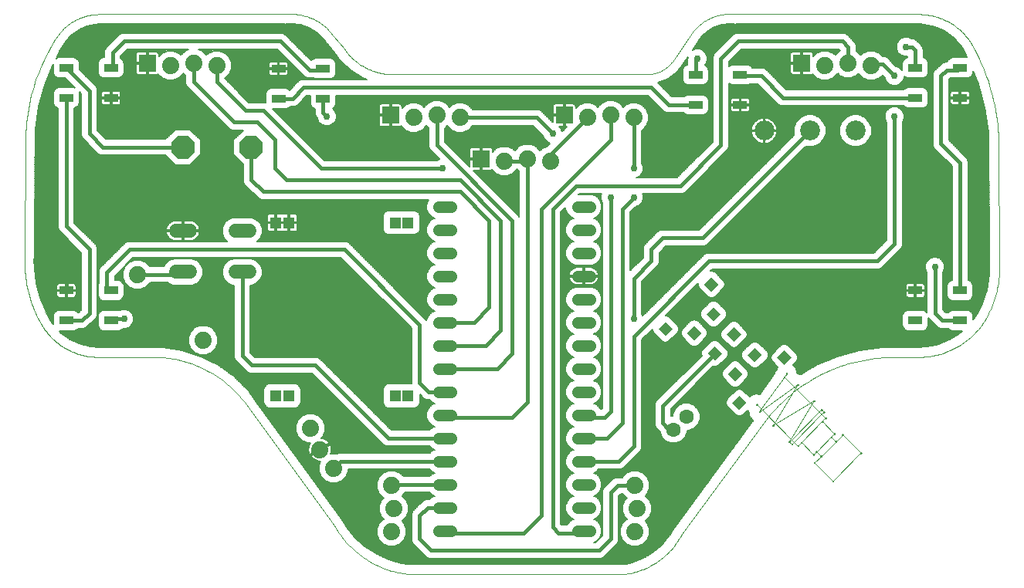
<source format=gtl>
G75*
%MOIN*%
%OFA0B0*%
%FSLAX25Y25*%
%IPPOS*%
%LPD*%
%AMOC8*
5,1,8,0,0,1.08239X$1,22.5*
%
%ADD10C,0.00004*%
%ADD11R,0.05906X0.03543*%
%ADD12C,0.08600*%
%ADD13C,0.07400*%
%ADD14OC8,0.10000*%
%ADD15R,0.07400X0.07400*%
%ADD16C,0.05150*%
%ADD17C,0.06000*%
%ADD18R,0.04362X0.04362*%
%ADD19C,0.06299*%
%ADD20R,0.05150X0.05150*%
%ADD21C,0.01600*%
%ADD22C,0.02978*%
%ADD23C,0.00600*%
D10*
X0076299Y0104833D02*
X0077500Y0104818D01*
X0078701Y0104775D01*
X0079900Y0104702D01*
X0081097Y0104601D01*
X0082292Y0104471D01*
X0083483Y0104311D01*
X0084669Y0104124D01*
X0085851Y0103907D01*
X0087027Y0103662D01*
X0088197Y0103389D01*
X0089360Y0103087D01*
X0090515Y0102758D01*
X0091662Y0102400D01*
X0092800Y0102015D01*
X0093929Y0101603D01*
X0095047Y0101163D01*
X0096154Y0100697D01*
X0097250Y0100204D01*
X0098333Y0099685D01*
X0099404Y0099140D01*
X0100461Y0098568D01*
X0101504Y0097972D01*
X0102532Y0097351D01*
X0103545Y0096705D01*
X0104542Y0096034D01*
X0105523Y0095340D01*
X0106486Y0094622D01*
X0107432Y0093881D01*
X0108360Y0093118D01*
X0109269Y0092332D01*
X0110158Y0091525D01*
X0111028Y0090696D01*
X0111878Y0089847D01*
X0112707Y0088977D01*
X0113515Y0088088D01*
X0114301Y0087179D01*
X0115064Y0086252D01*
X0115805Y0085306D01*
X0116524Y0084343D01*
X0116523Y0084343D02*
X0154428Y0032196D01*
X0185984Y0011121D02*
X0280338Y0011121D01*
X0304591Y0028391D02*
X0339874Y0076368D01*
X0343763Y0075149D02*
X0343743Y0075172D01*
X0343726Y0075197D01*
X0343712Y0075223D01*
X0343701Y0075252D01*
X0343694Y0075281D01*
X0343690Y0075311D01*
X0343690Y0075341D01*
X0343694Y0075371D01*
X0343701Y0075400D01*
X0343712Y0075429D01*
X0343726Y0075455D01*
X0343743Y0075480D01*
X0343763Y0075503D01*
X0343786Y0075523D01*
X0343811Y0075540D01*
X0343837Y0075554D01*
X0343866Y0075565D01*
X0343895Y0075572D01*
X0343925Y0075576D01*
X0343955Y0075576D01*
X0343985Y0075572D01*
X0344014Y0075565D01*
X0344043Y0075554D01*
X0344069Y0075540D01*
X0344094Y0075523D01*
X0344117Y0075503D01*
X0344137Y0075480D01*
X0344154Y0075455D01*
X0344168Y0075429D01*
X0344179Y0075400D01*
X0344186Y0075371D01*
X0344190Y0075341D01*
X0344190Y0075311D01*
X0344186Y0075281D01*
X0344179Y0075252D01*
X0344168Y0075223D01*
X0344154Y0075197D01*
X0344137Y0075172D01*
X0344117Y0075149D01*
X0344094Y0075129D01*
X0344069Y0075112D01*
X0344043Y0075098D01*
X0344014Y0075087D01*
X0343985Y0075080D01*
X0343955Y0075076D01*
X0343925Y0075076D01*
X0343895Y0075080D01*
X0343866Y0075087D01*
X0343837Y0075098D01*
X0343811Y0075112D01*
X0343786Y0075129D01*
X0343763Y0075149D01*
X0343940Y0075326D02*
X0354597Y0092953D01*
X0354774Y0093130D02*
X0354751Y0093150D01*
X0354726Y0093167D01*
X0354700Y0093181D01*
X0354671Y0093192D01*
X0354642Y0093199D01*
X0354612Y0093203D01*
X0354582Y0093203D01*
X0354552Y0093199D01*
X0354523Y0093192D01*
X0354494Y0093181D01*
X0354468Y0093167D01*
X0354443Y0093150D01*
X0354420Y0093130D01*
X0354400Y0093107D01*
X0354383Y0093082D01*
X0354369Y0093056D01*
X0354358Y0093027D01*
X0354351Y0092998D01*
X0354347Y0092968D01*
X0354347Y0092938D01*
X0354351Y0092908D01*
X0354358Y0092879D01*
X0354369Y0092850D01*
X0354383Y0092824D01*
X0354400Y0092799D01*
X0354420Y0092776D01*
X0354443Y0092756D01*
X0354468Y0092739D01*
X0354494Y0092725D01*
X0354523Y0092714D01*
X0354552Y0092707D01*
X0354582Y0092703D01*
X0354612Y0092703D01*
X0354642Y0092707D01*
X0354671Y0092714D01*
X0354700Y0092725D01*
X0354726Y0092739D01*
X0354751Y0092756D01*
X0354774Y0092776D01*
X0354794Y0092799D01*
X0354811Y0092824D01*
X0354825Y0092850D01*
X0354836Y0092879D01*
X0354843Y0092908D01*
X0354847Y0092938D01*
X0354847Y0092968D01*
X0354843Y0092998D01*
X0354836Y0093027D01*
X0354825Y0093056D01*
X0354811Y0093082D01*
X0354794Y0093107D01*
X0354774Y0093130D01*
X0354568Y0092982D02*
X0338051Y0081215D01*
X0338228Y0081392D02*
X0338205Y0081412D01*
X0338180Y0081429D01*
X0338154Y0081443D01*
X0338125Y0081454D01*
X0338096Y0081461D01*
X0338066Y0081465D01*
X0338036Y0081465D01*
X0338006Y0081461D01*
X0337977Y0081454D01*
X0337948Y0081443D01*
X0337922Y0081429D01*
X0337897Y0081412D01*
X0337874Y0081392D01*
X0337854Y0081369D01*
X0337837Y0081344D01*
X0337823Y0081318D01*
X0337812Y0081289D01*
X0337805Y0081260D01*
X0337801Y0081230D01*
X0337801Y0081200D01*
X0337805Y0081170D01*
X0337812Y0081141D01*
X0337823Y0081112D01*
X0337837Y0081086D01*
X0337854Y0081061D01*
X0337874Y0081038D01*
X0337897Y0081018D01*
X0337922Y0081001D01*
X0337948Y0080987D01*
X0337977Y0080976D01*
X0338006Y0080969D01*
X0338036Y0080965D01*
X0338066Y0080965D01*
X0338096Y0080969D01*
X0338125Y0080976D01*
X0338154Y0080987D01*
X0338180Y0081001D01*
X0338205Y0081018D01*
X0338228Y0081038D01*
X0338248Y0081061D01*
X0338265Y0081086D01*
X0338279Y0081112D01*
X0338290Y0081141D01*
X0338297Y0081170D01*
X0338301Y0081200D01*
X0338301Y0081230D01*
X0338297Y0081260D01*
X0338290Y0081289D01*
X0338279Y0081318D01*
X0338265Y0081344D01*
X0338248Y0081369D01*
X0338228Y0081392D01*
X0338022Y0081244D02*
X0349789Y0097762D01*
X0349966Y0097939D02*
X0349943Y0097959D01*
X0349918Y0097976D01*
X0349892Y0097990D01*
X0349863Y0098001D01*
X0349834Y0098008D01*
X0349804Y0098012D01*
X0349774Y0098012D01*
X0349744Y0098008D01*
X0349715Y0098001D01*
X0349686Y0097990D01*
X0349660Y0097976D01*
X0349635Y0097959D01*
X0349612Y0097939D01*
X0349592Y0097916D01*
X0349575Y0097891D01*
X0349561Y0097865D01*
X0349550Y0097836D01*
X0349543Y0097807D01*
X0349539Y0097777D01*
X0349539Y0097747D01*
X0349543Y0097717D01*
X0349550Y0097688D01*
X0349561Y0097659D01*
X0349575Y0097633D01*
X0349592Y0097608D01*
X0349612Y0097585D01*
X0349635Y0097565D01*
X0349660Y0097548D01*
X0349686Y0097534D01*
X0349715Y0097523D01*
X0349744Y0097516D01*
X0349774Y0097512D01*
X0349804Y0097512D01*
X0349834Y0097516D01*
X0349863Y0097523D01*
X0349892Y0097534D01*
X0349918Y0097548D01*
X0349943Y0097565D01*
X0349966Y0097585D01*
X0349986Y0097608D01*
X0350003Y0097633D01*
X0350017Y0097659D01*
X0350028Y0097688D01*
X0350035Y0097717D01*
X0350039Y0097747D01*
X0350039Y0097777D01*
X0350035Y0097807D01*
X0350028Y0097836D01*
X0350017Y0097865D01*
X0350003Y0097891D01*
X0349986Y0097916D01*
X0349966Y0097939D01*
X0348787Y0096218D02*
X0366589Y0078416D01*
X0366766Y0078593D02*
X0366743Y0078613D01*
X0366718Y0078630D01*
X0366692Y0078644D01*
X0366663Y0078655D01*
X0366634Y0078662D01*
X0366604Y0078666D01*
X0366574Y0078666D01*
X0366544Y0078662D01*
X0366515Y0078655D01*
X0366486Y0078644D01*
X0366460Y0078630D01*
X0366435Y0078613D01*
X0366412Y0078593D01*
X0366392Y0078570D01*
X0366375Y0078545D01*
X0366361Y0078519D01*
X0366350Y0078490D01*
X0366343Y0078461D01*
X0366339Y0078431D01*
X0366339Y0078401D01*
X0366343Y0078371D01*
X0366350Y0078342D01*
X0366361Y0078313D01*
X0366375Y0078287D01*
X0366392Y0078262D01*
X0366412Y0078239D01*
X0366589Y0078416D01*
X0366412Y0078239D02*
X0366435Y0078219D01*
X0366460Y0078202D01*
X0366486Y0078188D01*
X0366515Y0078177D01*
X0366544Y0078170D01*
X0366574Y0078166D01*
X0366604Y0078166D01*
X0366634Y0078170D01*
X0366663Y0078177D01*
X0366692Y0078188D01*
X0366718Y0078202D01*
X0366743Y0078219D01*
X0366766Y0078239D01*
X0366786Y0078262D01*
X0366803Y0078287D01*
X0366817Y0078313D01*
X0366828Y0078342D01*
X0366835Y0078371D01*
X0366839Y0078401D01*
X0366839Y0078431D01*
X0366835Y0078461D01*
X0366828Y0078490D01*
X0366817Y0078519D01*
X0366803Y0078545D01*
X0366786Y0078570D01*
X0366766Y0078593D01*
X0366743Y0078613D01*
X0366718Y0078630D01*
X0366692Y0078644D01*
X0366663Y0078655D01*
X0366634Y0078662D01*
X0366604Y0078666D01*
X0366574Y0078666D01*
X0366544Y0078662D01*
X0366515Y0078655D01*
X0366486Y0078644D01*
X0366460Y0078630D01*
X0366435Y0078613D01*
X0366412Y0078593D01*
X0366392Y0078570D01*
X0366375Y0078545D01*
X0366361Y0078519D01*
X0366350Y0078490D01*
X0366343Y0078461D01*
X0366339Y0078431D01*
X0366339Y0078401D01*
X0366343Y0078371D01*
X0366350Y0078342D01*
X0366361Y0078313D01*
X0366375Y0078287D01*
X0366392Y0078262D01*
X0366412Y0078239D01*
X0354914Y0066741D01*
X0354737Y0066564D01*
X0354914Y0066741D02*
X0354891Y0066761D01*
X0354866Y0066778D01*
X0354840Y0066792D01*
X0354811Y0066803D01*
X0354782Y0066810D01*
X0354752Y0066814D01*
X0354722Y0066814D01*
X0354692Y0066810D01*
X0354663Y0066803D01*
X0354634Y0066792D01*
X0354608Y0066778D01*
X0354583Y0066761D01*
X0354560Y0066741D01*
X0354540Y0066718D01*
X0354523Y0066693D01*
X0354509Y0066667D01*
X0354498Y0066638D01*
X0354491Y0066609D01*
X0354487Y0066579D01*
X0354487Y0066549D01*
X0354491Y0066519D01*
X0354498Y0066490D01*
X0354509Y0066461D01*
X0354523Y0066435D01*
X0354540Y0066410D01*
X0354560Y0066387D01*
X0354583Y0066367D01*
X0354608Y0066350D01*
X0354634Y0066336D01*
X0354663Y0066325D01*
X0354692Y0066318D01*
X0354722Y0066314D01*
X0354752Y0066314D01*
X0354782Y0066318D01*
X0354811Y0066325D01*
X0354840Y0066336D01*
X0354866Y0066350D01*
X0354891Y0066367D01*
X0354914Y0066387D01*
X0354934Y0066410D01*
X0354951Y0066435D01*
X0354965Y0066461D01*
X0354976Y0066490D01*
X0354983Y0066519D01*
X0354987Y0066549D01*
X0354987Y0066579D01*
X0354983Y0066609D01*
X0354976Y0066638D01*
X0354965Y0066667D01*
X0354951Y0066693D01*
X0354934Y0066718D01*
X0354914Y0066741D01*
X0354891Y0066761D01*
X0354866Y0066778D01*
X0354840Y0066792D01*
X0354811Y0066803D01*
X0354782Y0066810D01*
X0354752Y0066814D01*
X0354722Y0066814D01*
X0354692Y0066810D01*
X0354663Y0066803D01*
X0354634Y0066792D01*
X0354608Y0066778D01*
X0354583Y0066761D01*
X0354560Y0066741D01*
X0354540Y0066718D01*
X0354523Y0066693D01*
X0354509Y0066667D01*
X0354498Y0066638D01*
X0354491Y0066609D01*
X0354487Y0066579D01*
X0354487Y0066549D01*
X0354491Y0066519D01*
X0354498Y0066490D01*
X0354509Y0066461D01*
X0354523Y0066435D01*
X0354540Y0066410D01*
X0354560Y0066387D01*
X0354583Y0066367D01*
X0354608Y0066350D01*
X0354634Y0066336D01*
X0354663Y0066325D01*
X0354692Y0066318D01*
X0354722Y0066314D01*
X0354752Y0066314D01*
X0354782Y0066318D01*
X0354811Y0066325D01*
X0354840Y0066336D01*
X0354866Y0066350D01*
X0354891Y0066367D01*
X0354914Y0066387D01*
X0354934Y0066410D01*
X0354951Y0066435D01*
X0354965Y0066461D01*
X0354976Y0066490D01*
X0354983Y0066519D01*
X0354987Y0066549D01*
X0354987Y0066579D01*
X0354983Y0066609D01*
X0354976Y0066638D01*
X0354965Y0066667D01*
X0354951Y0066693D01*
X0354934Y0066718D01*
X0354914Y0066741D01*
X0354737Y0066564D02*
X0336935Y0084366D01*
X0337112Y0084543D02*
X0337089Y0084563D01*
X0337064Y0084580D01*
X0337038Y0084594D01*
X0337009Y0084605D01*
X0336980Y0084612D01*
X0336950Y0084616D01*
X0336920Y0084616D01*
X0336890Y0084612D01*
X0336861Y0084605D01*
X0336832Y0084594D01*
X0336806Y0084580D01*
X0336781Y0084563D01*
X0336758Y0084543D01*
X0336738Y0084520D01*
X0336721Y0084495D01*
X0336707Y0084469D01*
X0336696Y0084440D01*
X0336689Y0084411D01*
X0336685Y0084381D01*
X0336685Y0084351D01*
X0336689Y0084321D01*
X0336696Y0084292D01*
X0336707Y0084263D01*
X0336721Y0084237D01*
X0336738Y0084212D01*
X0336758Y0084189D01*
X0336781Y0084169D01*
X0336806Y0084152D01*
X0336832Y0084138D01*
X0336861Y0084127D01*
X0336890Y0084120D01*
X0336920Y0084116D01*
X0336950Y0084116D01*
X0336980Y0084120D01*
X0337009Y0084127D01*
X0337038Y0084138D01*
X0337064Y0084152D01*
X0337089Y0084169D01*
X0337112Y0084189D01*
X0337132Y0084212D01*
X0337149Y0084237D01*
X0337163Y0084263D01*
X0337174Y0084292D01*
X0337181Y0084321D01*
X0337185Y0084351D01*
X0337185Y0084381D01*
X0337181Y0084411D01*
X0337174Y0084440D01*
X0337163Y0084469D01*
X0337149Y0084495D01*
X0337132Y0084520D01*
X0337112Y0084543D01*
X0338199Y0081421D02*
X0338176Y0081441D01*
X0338151Y0081458D01*
X0338125Y0081472D01*
X0338096Y0081483D01*
X0338067Y0081490D01*
X0338037Y0081494D01*
X0338007Y0081494D01*
X0337977Y0081490D01*
X0337948Y0081483D01*
X0337919Y0081472D01*
X0337893Y0081458D01*
X0337868Y0081441D01*
X0337845Y0081421D01*
X0337825Y0081398D01*
X0337808Y0081373D01*
X0337794Y0081347D01*
X0337783Y0081318D01*
X0337776Y0081289D01*
X0337772Y0081259D01*
X0337772Y0081229D01*
X0337776Y0081199D01*
X0337783Y0081170D01*
X0337794Y0081141D01*
X0337808Y0081115D01*
X0337825Y0081090D01*
X0337845Y0081067D01*
X0337868Y0081047D01*
X0337893Y0081030D01*
X0337919Y0081016D01*
X0337948Y0081005D01*
X0337977Y0080998D01*
X0338007Y0080994D01*
X0338037Y0080994D01*
X0338067Y0080998D01*
X0338096Y0081005D01*
X0338125Y0081016D01*
X0338151Y0081030D01*
X0338176Y0081047D01*
X0338199Y0081067D01*
X0338219Y0081090D01*
X0338236Y0081115D01*
X0338250Y0081141D01*
X0338261Y0081170D01*
X0338268Y0081199D01*
X0338272Y0081229D01*
X0338272Y0081259D01*
X0338268Y0081289D01*
X0338261Y0081318D01*
X0338250Y0081347D01*
X0338236Y0081373D01*
X0338219Y0081398D01*
X0338199Y0081421D01*
X0344138Y0075482D02*
X0344115Y0075502D01*
X0344090Y0075519D01*
X0344064Y0075533D01*
X0344035Y0075544D01*
X0344006Y0075551D01*
X0343976Y0075555D01*
X0343946Y0075555D01*
X0343916Y0075551D01*
X0343887Y0075544D01*
X0343858Y0075533D01*
X0343832Y0075519D01*
X0343807Y0075502D01*
X0343784Y0075482D01*
X0343764Y0075459D01*
X0343747Y0075434D01*
X0343733Y0075408D01*
X0343722Y0075379D01*
X0343715Y0075350D01*
X0343711Y0075320D01*
X0343711Y0075290D01*
X0343715Y0075260D01*
X0343722Y0075231D01*
X0343733Y0075202D01*
X0343747Y0075176D01*
X0343764Y0075151D01*
X0343784Y0075128D01*
X0343807Y0075108D01*
X0343832Y0075091D01*
X0343858Y0075077D01*
X0343887Y0075066D01*
X0343916Y0075059D01*
X0343946Y0075055D01*
X0343976Y0075055D01*
X0344006Y0075059D01*
X0344035Y0075066D01*
X0344064Y0075077D01*
X0344090Y0075091D01*
X0344115Y0075108D01*
X0344138Y0075128D01*
X0344158Y0075151D01*
X0344175Y0075176D01*
X0344189Y0075202D01*
X0344200Y0075231D01*
X0344207Y0075260D01*
X0344211Y0075290D01*
X0344211Y0075320D01*
X0344207Y0075350D01*
X0344200Y0075379D01*
X0344189Y0075408D01*
X0344175Y0075434D01*
X0344158Y0075459D01*
X0344138Y0075482D01*
X0343961Y0075305D02*
X0361589Y0085961D01*
X0361766Y0086138D02*
X0361743Y0086158D01*
X0361718Y0086175D01*
X0361692Y0086189D01*
X0361663Y0086200D01*
X0361634Y0086207D01*
X0361604Y0086211D01*
X0361574Y0086211D01*
X0361544Y0086207D01*
X0361515Y0086200D01*
X0361486Y0086189D01*
X0361460Y0086175D01*
X0361435Y0086158D01*
X0361412Y0086138D01*
X0361392Y0086115D01*
X0361375Y0086090D01*
X0361361Y0086064D01*
X0361350Y0086035D01*
X0361343Y0086006D01*
X0361339Y0085976D01*
X0361339Y0085946D01*
X0361343Y0085916D01*
X0361350Y0085887D01*
X0361361Y0085858D01*
X0361375Y0085832D01*
X0361392Y0085807D01*
X0361412Y0085784D01*
X0361435Y0085764D01*
X0361460Y0085747D01*
X0361486Y0085733D01*
X0361515Y0085722D01*
X0361544Y0085715D01*
X0361574Y0085711D01*
X0361604Y0085711D01*
X0361634Y0085715D01*
X0361663Y0085722D01*
X0361692Y0085733D01*
X0361718Y0085747D01*
X0361743Y0085764D01*
X0361766Y0085784D01*
X0361786Y0085807D01*
X0361803Y0085832D01*
X0361817Y0085858D01*
X0361828Y0085887D01*
X0361835Y0085916D01*
X0361839Y0085946D01*
X0361839Y0085976D01*
X0361835Y0086006D01*
X0361828Y0086035D01*
X0361817Y0086064D01*
X0361803Y0086090D01*
X0361786Y0086115D01*
X0361766Y0086138D01*
X0361589Y0085961D02*
X0350932Y0068334D01*
X0351032Y0068234D01*
X0351209Y0068410D01*
X0364715Y0081916D01*
X0364892Y0082093D01*
X0365882Y0081103D01*
X0365705Y0080926D01*
X0352199Y0067420D01*
X0352022Y0067244D01*
X0351032Y0068234D01*
X0351209Y0068411D02*
X0351186Y0068431D01*
X0351161Y0068448D01*
X0351135Y0068462D01*
X0351106Y0068473D01*
X0351077Y0068480D01*
X0351047Y0068484D01*
X0351017Y0068484D01*
X0350987Y0068480D01*
X0350958Y0068473D01*
X0350929Y0068462D01*
X0350903Y0068448D01*
X0350878Y0068431D01*
X0350855Y0068411D01*
X0350835Y0068388D01*
X0350818Y0068363D01*
X0350804Y0068337D01*
X0350793Y0068308D01*
X0350786Y0068279D01*
X0350782Y0068249D01*
X0350782Y0068219D01*
X0350786Y0068189D01*
X0350793Y0068160D01*
X0350804Y0068131D01*
X0350818Y0068105D01*
X0350835Y0068080D01*
X0350855Y0068057D01*
X0350878Y0068037D01*
X0350903Y0068020D01*
X0350929Y0068006D01*
X0350958Y0067995D01*
X0350987Y0067988D01*
X0351017Y0067984D01*
X0351047Y0067984D01*
X0351077Y0067988D01*
X0351106Y0067995D01*
X0351135Y0068006D01*
X0351161Y0068020D01*
X0351186Y0068037D01*
X0351209Y0068057D01*
X0351229Y0068080D01*
X0351246Y0068105D01*
X0351260Y0068131D01*
X0351271Y0068160D01*
X0351278Y0068189D01*
X0351282Y0068219D01*
X0351282Y0068249D01*
X0351278Y0068279D01*
X0351271Y0068308D01*
X0351260Y0068337D01*
X0351246Y0068363D01*
X0351229Y0068388D01*
X0351209Y0068411D01*
X0351109Y0068511D02*
X0351086Y0068531D01*
X0351061Y0068548D01*
X0351035Y0068562D01*
X0351006Y0068573D01*
X0350977Y0068580D01*
X0350947Y0068584D01*
X0350917Y0068584D01*
X0350887Y0068580D01*
X0350858Y0068573D01*
X0350829Y0068562D01*
X0350803Y0068548D01*
X0350778Y0068531D01*
X0350755Y0068511D01*
X0350735Y0068488D01*
X0350718Y0068463D01*
X0350704Y0068437D01*
X0350693Y0068408D01*
X0350686Y0068379D01*
X0350682Y0068349D01*
X0350682Y0068319D01*
X0350686Y0068289D01*
X0350693Y0068260D01*
X0350704Y0068231D01*
X0350718Y0068205D01*
X0350735Y0068180D01*
X0350755Y0068157D01*
X0350778Y0068137D01*
X0350803Y0068120D01*
X0350829Y0068106D01*
X0350858Y0068095D01*
X0350887Y0068088D01*
X0350917Y0068084D01*
X0350947Y0068084D01*
X0350977Y0068088D01*
X0351006Y0068095D01*
X0351035Y0068106D01*
X0351061Y0068120D01*
X0351086Y0068137D01*
X0351109Y0068157D01*
X0351129Y0068180D01*
X0351146Y0068205D01*
X0351160Y0068231D01*
X0351171Y0068260D01*
X0351178Y0068289D01*
X0351182Y0068319D01*
X0351182Y0068349D01*
X0351178Y0068379D01*
X0351171Y0068408D01*
X0351160Y0068437D01*
X0351146Y0068463D01*
X0351129Y0068488D01*
X0351109Y0068511D01*
X0351086Y0068531D01*
X0351061Y0068548D01*
X0351035Y0068562D01*
X0351006Y0068573D01*
X0350977Y0068580D01*
X0350947Y0068584D01*
X0350917Y0068584D01*
X0350887Y0068580D01*
X0350858Y0068573D01*
X0350829Y0068562D01*
X0350803Y0068548D01*
X0350778Y0068531D01*
X0350755Y0068511D01*
X0350735Y0068488D01*
X0350718Y0068463D01*
X0350704Y0068437D01*
X0350693Y0068408D01*
X0350686Y0068379D01*
X0350682Y0068349D01*
X0350682Y0068319D01*
X0350686Y0068289D01*
X0350693Y0068260D01*
X0350704Y0068231D01*
X0350718Y0068205D01*
X0350735Y0068180D01*
X0350755Y0068157D01*
X0350778Y0068137D01*
X0350803Y0068120D01*
X0350829Y0068106D01*
X0350858Y0068095D01*
X0350887Y0068088D01*
X0350917Y0068084D01*
X0350947Y0068084D01*
X0350977Y0068088D01*
X0351006Y0068095D01*
X0351035Y0068106D01*
X0351061Y0068120D01*
X0351086Y0068137D01*
X0351109Y0068157D01*
X0351129Y0068180D01*
X0351146Y0068205D01*
X0351160Y0068231D01*
X0351171Y0068260D01*
X0351178Y0068289D01*
X0351182Y0068319D01*
X0351182Y0068349D01*
X0351178Y0068379D01*
X0351171Y0068408D01*
X0351160Y0068437D01*
X0351146Y0068463D01*
X0351129Y0068488D01*
X0351109Y0068511D01*
X0352199Y0067421D02*
X0352176Y0067441D01*
X0352151Y0067458D01*
X0352125Y0067472D01*
X0352096Y0067483D01*
X0352067Y0067490D01*
X0352037Y0067494D01*
X0352007Y0067494D01*
X0351977Y0067490D01*
X0351948Y0067483D01*
X0351919Y0067472D01*
X0351893Y0067458D01*
X0351868Y0067441D01*
X0351845Y0067421D01*
X0351825Y0067398D01*
X0351808Y0067373D01*
X0351794Y0067347D01*
X0351783Y0067318D01*
X0351776Y0067289D01*
X0351772Y0067259D01*
X0351772Y0067229D01*
X0351776Y0067199D01*
X0351783Y0067170D01*
X0351794Y0067141D01*
X0351808Y0067115D01*
X0351825Y0067090D01*
X0351845Y0067067D01*
X0351868Y0067047D01*
X0351893Y0067030D01*
X0351919Y0067016D01*
X0351948Y0067005D01*
X0351977Y0066998D01*
X0352007Y0066994D01*
X0352037Y0066994D01*
X0352067Y0066998D01*
X0352096Y0067005D01*
X0352125Y0067016D01*
X0352151Y0067030D01*
X0352176Y0067047D01*
X0352199Y0067067D01*
X0352219Y0067090D01*
X0352236Y0067115D01*
X0352250Y0067141D01*
X0352261Y0067170D01*
X0352268Y0067199D01*
X0352272Y0067229D01*
X0352272Y0067259D01*
X0352268Y0067289D01*
X0352261Y0067318D01*
X0352250Y0067347D01*
X0352236Y0067373D01*
X0352219Y0067398D01*
X0352199Y0067421D01*
X0352176Y0067441D01*
X0352151Y0067458D01*
X0352125Y0067472D01*
X0352096Y0067483D01*
X0352067Y0067490D01*
X0352037Y0067494D01*
X0352007Y0067494D01*
X0351977Y0067490D01*
X0351948Y0067483D01*
X0351919Y0067472D01*
X0351893Y0067458D01*
X0351868Y0067441D01*
X0351845Y0067421D01*
X0351825Y0067398D01*
X0351808Y0067373D01*
X0351794Y0067347D01*
X0351783Y0067318D01*
X0351776Y0067289D01*
X0351772Y0067259D01*
X0351772Y0067229D01*
X0351776Y0067199D01*
X0351783Y0067170D01*
X0351794Y0067141D01*
X0351808Y0067115D01*
X0351825Y0067090D01*
X0351845Y0067067D01*
X0351868Y0067047D01*
X0351893Y0067030D01*
X0351919Y0067016D01*
X0351948Y0067005D01*
X0351977Y0066998D01*
X0352007Y0066994D01*
X0352037Y0066994D01*
X0352067Y0066998D01*
X0352096Y0067005D01*
X0352125Y0067016D01*
X0352151Y0067030D01*
X0352176Y0067047D01*
X0352199Y0067067D01*
X0352219Y0067090D01*
X0352236Y0067115D01*
X0352250Y0067141D01*
X0352261Y0067170D01*
X0352268Y0067199D01*
X0352272Y0067229D01*
X0352272Y0067259D01*
X0352268Y0067289D01*
X0352261Y0067318D01*
X0352250Y0067347D01*
X0352236Y0067373D01*
X0352219Y0067398D01*
X0352199Y0067421D01*
X0355947Y0067774D02*
X0355927Y0067797D01*
X0355910Y0067822D01*
X0355896Y0067848D01*
X0355885Y0067877D01*
X0355878Y0067906D01*
X0355874Y0067936D01*
X0355874Y0067966D01*
X0355878Y0067996D01*
X0355885Y0068025D01*
X0355896Y0068054D01*
X0355910Y0068080D01*
X0355927Y0068105D01*
X0355947Y0068128D01*
X0355970Y0068148D01*
X0355995Y0068165D01*
X0356021Y0068179D01*
X0356050Y0068190D01*
X0356079Y0068197D01*
X0356109Y0068201D01*
X0356139Y0068201D01*
X0356169Y0068197D01*
X0356198Y0068190D01*
X0356227Y0068179D01*
X0356253Y0068165D01*
X0356278Y0068148D01*
X0356301Y0068128D01*
X0356124Y0067951D02*
X0361356Y0062718D01*
X0361533Y0062895D02*
X0361510Y0062915D01*
X0361485Y0062932D01*
X0361459Y0062946D01*
X0361430Y0062957D01*
X0361401Y0062964D01*
X0361371Y0062968D01*
X0361341Y0062968D01*
X0361311Y0062964D01*
X0361282Y0062957D01*
X0361253Y0062946D01*
X0361227Y0062932D01*
X0361202Y0062915D01*
X0361179Y0062895D01*
X0361159Y0062872D01*
X0361142Y0062847D01*
X0361128Y0062821D01*
X0361117Y0062792D01*
X0361110Y0062763D01*
X0361106Y0062733D01*
X0361106Y0062703D01*
X0361110Y0062673D01*
X0361117Y0062644D01*
X0361128Y0062615D01*
X0361142Y0062589D01*
X0361159Y0062564D01*
X0361179Y0062541D01*
X0361202Y0062521D01*
X0361227Y0062504D01*
X0361253Y0062490D01*
X0361282Y0062479D01*
X0361311Y0062472D01*
X0361341Y0062468D01*
X0361371Y0062468D01*
X0361401Y0062472D01*
X0361430Y0062479D01*
X0361459Y0062490D01*
X0361485Y0062504D01*
X0361510Y0062521D01*
X0361533Y0062541D01*
X0361553Y0062564D01*
X0361570Y0062589D01*
X0361584Y0062615D01*
X0361595Y0062644D01*
X0361602Y0062673D01*
X0361606Y0062703D01*
X0361606Y0062733D01*
X0361602Y0062763D01*
X0361595Y0062792D01*
X0361584Y0062821D01*
X0361570Y0062847D01*
X0361553Y0062872D01*
X0361533Y0062895D01*
X0370230Y0071592D01*
X0370407Y0071769D01*
X0370584Y0071946D02*
X0370561Y0071966D01*
X0370536Y0071983D01*
X0370510Y0071997D01*
X0370481Y0072008D01*
X0370452Y0072015D01*
X0370422Y0072019D01*
X0370392Y0072019D01*
X0370362Y0072015D01*
X0370333Y0072008D01*
X0370304Y0071997D01*
X0370278Y0071983D01*
X0370253Y0071966D01*
X0370230Y0071946D01*
X0370210Y0071923D01*
X0370193Y0071898D01*
X0370179Y0071872D01*
X0370168Y0071843D01*
X0370161Y0071814D01*
X0370157Y0071784D01*
X0370157Y0071754D01*
X0370161Y0071724D01*
X0370168Y0071695D01*
X0370179Y0071666D01*
X0370193Y0071640D01*
X0370210Y0071615D01*
X0370230Y0071592D01*
X0370253Y0071572D01*
X0370278Y0071555D01*
X0370304Y0071541D01*
X0370333Y0071530D01*
X0370362Y0071523D01*
X0370392Y0071519D01*
X0370422Y0071519D01*
X0370452Y0071523D01*
X0370481Y0071530D01*
X0370510Y0071541D01*
X0370536Y0071555D01*
X0370561Y0071572D01*
X0370584Y0071592D01*
X0370604Y0071615D01*
X0370621Y0071640D01*
X0370635Y0071666D01*
X0370646Y0071695D01*
X0370653Y0071724D01*
X0370657Y0071754D01*
X0370657Y0071784D01*
X0370653Y0071814D01*
X0370646Y0071843D01*
X0370635Y0071872D01*
X0370621Y0071898D01*
X0370604Y0071923D01*
X0370584Y0071946D01*
X0370561Y0071966D01*
X0370536Y0071983D01*
X0370510Y0071997D01*
X0370481Y0072008D01*
X0370452Y0072015D01*
X0370422Y0072019D01*
X0370392Y0072019D01*
X0370362Y0072015D01*
X0370333Y0072008D01*
X0370304Y0071997D01*
X0370278Y0071983D01*
X0370253Y0071966D01*
X0370230Y0071946D01*
X0370210Y0071923D01*
X0370193Y0071898D01*
X0370179Y0071872D01*
X0370168Y0071843D01*
X0370161Y0071814D01*
X0370157Y0071784D01*
X0370157Y0071754D01*
X0370161Y0071724D01*
X0370168Y0071695D01*
X0370179Y0071666D01*
X0370193Y0071640D01*
X0370210Y0071615D01*
X0370230Y0071592D01*
X0370253Y0071572D01*
X0370278Y0071555D01*
X0370304Y0071541D01*
X0370333Y0071530D01*
X0370362Y0071523D01*
X0370392Y0071519D01*
X0370422Y0071519D01*
X0370452Y0071523D01*
X0370481Y0071530D01*
X0370510Y0071541D01*
X0370536Y0071555D01*
X0370561Y0071572D01*
X0370584Y0071592D01*
X0370604Y0071615D01*
X0370621Y0071640D01*
X0370635Y0071666D01*
X0370646Y0071695D01*
X0370653Y0071724D01*
X0370657Y0071754D01*
X0370657Y0071784D01*
X0370653Y0071814D01*
X0370646Y0071843D01*
X0370635Y0071872D01*
X0370621Y0071898D01*
X0370604Y0071923D01*
X0370584Y0071946D01*
X0370407Y0071769D02*
X0365175Y0077002D01*
X0365352Y0077179D02*
X0365329Y0077199D01*
X0365304Y0077216D01*
X0365278Y0077230D01*
X0365249Y0077241D01*
X0365220Y0077248D01*
X0365190Y0077252D01*
X0365160Y0077252D01*
X0365130Y0077248D01*
X0365101Y0077241D01*
X0365072Y0077230D01*
X0365046Y0077216D01*
X0365021Y0077199D01*
X0364998Y0077179D01*
X0364978Y0077156D01*
X0364961Y0077131D01*
X0364947Y0077105D01*
X0364936Y0077076D01*
X0364929Y0077047D01*
X0364925Y0077017D01*
X0364925Y0076987D01*
X0364929Y0076957D01*
X0364936Y0076928D01*
X0364947Y0076899D01*
X0364961Y0076873D01*
X0364978Y0076848D01*
X0364998Y0076825D01*
X0365021Y0076805D01*
X0365046Y0076788D01*
X0365072Y0076774D01*
X0365101Y0076763D01*
X0365130Y0076756D01*
X0365160Y0076752D01*
X0365190Y0076752D01*
X0365220Y0076756D01*
X0365249Y0076763D01*
X0365278Y0076774D01*
X0365304Y0076788D01*
X0365329Y0076805D01*
X0365352Y0076825D01*
X0365372Y0076848D01*
X0365389Y0076873D01*
X0365403Y0076899D01*
X0365414Y0076928D01*
X0365421Y0076957D01*
X0365425Y0076987D01*
X0365425Y0077017D01*
X0365421Y0077047D01*
X0365414Y0077076D01*
X0365403Y0077105D01*
X0365389Y0077131D01*
X0365372Y0077156D01*
X0365352Y0077179D01*
X0366412Y0078239D02*
X0366435Y0078219D01*
X0366460Y0078202D01*
X0366486Y0078188D01*
X0366515Y0078177D01*
X0366544Y0078170D01*
X0366574Y0078166D01*
X0366604Y0078166D01*
X0366634Y0078170D01*
X0366663Y0078177D01*
X0366692Y0078188D01*
X0366718Y0078202D01*
X0366743Y0078219D01*
X0366766Y0078239D01*
X0366786Y0078262D01*
X0366803Y0078287D01*
X0366817Y0078313D01*
X0366828Y0078342D01*
X0366835Y0078371D01*
X0366839Y0078401D01*
X0366839Y0078431D01*
X0366835Y0078461D01*
X0366828Y0078490D01*
X0366817Y0078519D01*
X0366803Y0078545D01*
X0366786Y0078570D01*
X0366766Y0078593D01*
X0365705Y0080926D02*
X0365685Y0080949D01*
X0365668Y0080974D01*
X0365654Y0081000D01*
X0365643Y0081029D01*
X0365636Y0081058D01*
X0365632Y0081088D01*
X0365632Y0081118D01*
X0365636Y0081148D01*
X0365643Y0081177D01*
X0365654Y0081206D01*
X0365668Y0081232D01*
X0365685Y0081257D01*
X0365705Y0081280D01*
X0365728Y0081300D01*
X0365753Y0081317D01*
X0365779Y0081331D01*
X0365808Y0081342D01*
X0365837Y0081349D01*
X0365867Y0081353D01*
X0365897Y0081353D01*
X0365927Y0081349D01*
X0365956Y0081342D01*
X0365985Y0081331D01*
X0366011Y0081317D01*
X0366036Y0081300D01*
X0366059Y0081280D01*
X0366079Y0081257D01*
X0366096Y0081232D01*
X0366110Y0081206D01*
X0366121Y0081177D01*
X0366128Y0081148D01*
X0366132Y0081118D01*
X0366132Y0081088D01*
X0366128Y0081058D01*
X0366121Y0081029D01*
X0366110Y0081000D01*
X0366096Y0080974D01*
X0366079Y0080949D01*
X0366059Y0080926D01*
X0366036Y0080906D01*
X0366011Y0080889D01*
X0365985Y0080875D01*
X0365956Y0080864D01*
X0365927Y0080857D01*
X0365897Y0080853D01*
X0365867Y0080853D01*
X0365837Y0080857D01*
X0365808Y0080864D01*
X0365779Y0080875D01*
X0365753Y0080889D01*
X0365728Y0080906D01*
X0365705Y0080926D01*
X0365685Y0080949D01*
X0365668Y0080974D01*
X0365654Y0081000D01*
X0365643Y0081029D01*
X0365636Y0081058D01*
X0365632Y0081088D01*
X0365632Y0081118D01*
X0365636Y0081148D01*
X0365643Y0081177D01*
X0365654Y0081206D01*
X0365668Y0081232D01*
X0365685Y0081257D01*
X0365705Y0081280D01*
X0365728Y0081300D01*
X0365753Y0081317D01*
X0365779Y0081331D01*
X0365808Y0081342D01*
X0365837Y0081349D01*
X0365867Y0081353D01*
X0365897Y0081353D01*
X0365927Y0081349D01*
X0365956Y0081342D01*
X0365985Y0081331D01*
X0366011Y0081317D01*
X0366036Y0081300D01*
X0366059Y0081280D01*
X0366079Y0081257D01*
X0366096Y0081232D01*
X0366110Y0081206D01*
X0366121Y0081177D01*
X0366128Y0081148D01*
X0366132Y0081118D01*
X0366132Y0081088D01*
X0366128Y0081058D01*
X0366121Y0081029D01*
X0366110Y0081000D01*
X0366096Y0080974D01*
X0366079Y0080949D01*
X0366059Y0080926D01*
X0366036Y0080906D01*
X0366011Y0080889D01*
X0365985Y0080875D01*
X0365956Y0080864D01*
X0365927Y0080857D01*
X0365897Y0080853D01*
X0365867Y0080853D01*
X0365837Y0080857D01*
X0365808Y0080864D01*
X0365779Y0080875D01*
X0365753Y0080889D01*
X0365728Y0080906D01*
X0365705Y0080926D01*
X0364715Y0081916D02*
X0364695Y0081939D01*
X0364678Y0081964D01*
X0364664Y0081990D01*
X0364653Y0082019D01*
X0364646Y0082048D01*
X0364642Y0082078D01*
X0364642Y0082108D01*
X0364646Y0082138D01*
X0364653Y0082167D01*
X0364664Y0082196D01*
X0364678Y0082222D01*
X0364695Y0082247D01*
X0364715Y0082270D01*
X0364738Y0082290D01*
X0364763Y0082307D01*
X0364789Y0082321D01*
X0364818Y0082332D01*
X0364847Y0082339D01*
X0364877Y0082343D01*
X0364907Y0082343D01*
X0364937Y0082339D01*
X0364966Y0082332D01*
X0364995Y0082321D01*
X0365021Y0082307D01*
X0365046Y0082290D01*
X0365069Y0082270D01*
X0365089Y0082247D01*
X0365106Y0082222D01*
X0365120Y0082196D01*
X0365131Y0082167D01*
X0365138Y0082138D01*
X0365142Y0082108D01*
X0365142Y0082078D01*
X0365138Y0082048D01*
X0365131Y0082019D01*
X0365120Y0081990D01*
X0365106Y0081964D01*
X0365089Y0081939D01*
X0365069Y0081916D01*
X0365046Y0081896D01*
X0365021Y0081879D01*
X0364995Y0081865D01*
X0364966Y0081854D01*
X0364937Y0081847D01*
X0364907Y0081843D01*
X0364877Y0081843D01*
X0364847Y0081847D01*
X0364818Y0081854D01*
X0364789Y0081865D01*
X0364763Y0081879D01*
X0364738Y0081896D01*
X0364715Y0081916D01*
X0364695Y0081939D01*
X0364678Y0081964D01*
X0364664Y0081990D01*
X0364653Y0082019D01*
X0364646Y0082048D01*
X0364642Y0082078D01*
X0364642Y0082108D01*
X0364646Y0082138D01*
X0364653Y0082167D01*
X0364664Y0082196D01*
X0364678Y0082222D01*
X0364695Y0082247D01*
X0364715Y0082270D01*
X0364738Y0082290D01*
X0364763Y0082307D01*
X0364789Y0082321D01*
X0364818Y0082332D01*
X0364847Y0082339D01*
X0364877Y0082343D01*
X0364907Y0082343D01*
X0364937Y0082339D01*
X0364966Y0082332D01*
X0364995Y0082321D01*
X0365021Y0082307D01*
X0365046Y0082290D01*
X0365069Y0082270D01*
X0365089Y0082247D01*
X0365106Y0082222D01*
X0365120Y0082196D01*
X0365131Y0082167D01*
X0365138Y0082138D01*
X0365142Y0082108D01*
X0365142Y0082078D01*
X0365138Y0082048D01*
X0365131Y0082019D01*
X0365120Y0081990D01*
X0365106Y0081964D01*
X0365089Y0081939D01*
X0365069Y0081916D01*
X0365046Y0081896D01*
X0365021Y0081879D01*
X0364995Y0081865D01*
X0364966Y0081854D01*
X0364937Y0081847D01*
X0364907Y0081843D01*
X0364877Y0081843D01*
X0364847Y0081847D01*
X0364818Y0081854D01*
X0364789Y0081865D01*
X0364763Y0081879D01*
X0364738Y0081896D01*
X0364715Y0081916D01*
X0361412Y0085784D02*
X0361392Y0085807D01*
X0361375Y0085832D01*
X0361361Y0085858D01*
X0361350Y0085887D01*
X0361343Y0085916D01*
X0361339Y0085946D01*
X0361339Y0085976D01*
X0361343Y0086006D01*
X0361350Y0086035D01*
X0361361Y0086064D01*
X0361375Y0086090D01*
X0361392Y0086115D01*
X0361412Y0086138D01*
X0361435Y0086158D01*
X0361460Y0086175D01*
X0361486Y0086189D01*
X0361515Y0086200D01*
X0361544Y0086207D01*
X0361574Y0086211D01*
X0361604Y0086211D01*
X0361634Y0086207D01*
X0361663Y0086200D01*
X0361692Y0086189D01*
X0361718Y0086175D01*
X0361743Y0086158D01*
X0361766Y0086138D01*
X0361786Y0086115D01*
X0361803Y0086090D01*
X0361817Y0086064D01*
X0361828Y0086035D01*
X0361835Y0086006D01*
X0361839Y0085976D01*
X0361839Y0085946D01*
X0361835Y0085916D01*
X0361828Y0085887D01*
X0361817Y0085858D01*
X0361803Y0085832D01*
X0361786Y0085807D01*
X0361766Y0085784D01*
X0361743Y0085764D01*
X0361718Y0085747D01*
X0361692Y0085733D01*
X0361663Y0085722D01*
X0361634Y0085715D01*
X0361604Y0085711D01*
X0361574Y0085711D01*
X0361544Y0085715D01*
X0361515Y0085722D01*
X0361486Y0085733D01*
X0361460Y0085747D01*
X0361435Y0085764D01*
X0361412Y0085784D01*
X0354391Y0092805D02*
X0354371Y0092828D01*
X0354354Y0092853D01*
X0354340Y0092879D01*
X0354329Y0092908D01*
X0354322Y0092937D01*
X0354318Y0092967D01*
X0354318Y0092997D01*
X0354322Y0093027D01*
X0354329Y0093056D01*
X0354340Y0093085D01*
X0354354Y0093111D01*
X0354371Y0093136D01*
X0354391Y0093159D01*
X0354414Y0093179D01*
X0354439Y0093196D01*
X0354465Y0093210D01*
X0354494Y0093221D01*
X0354523Y0093228D01*
X0354553Y0093232D01*
X0354583Y0093232D01*
X0354613Y0093228D01*
X0354642Y0093221D01*
X0354671Y0093210D01*
X0354697Y0093196D01*
X0354722Y0093179D01*
X0354745Y0093159D01*
X0354765Y0093136D01*
X0354782Y0093111D01*
X0354796Y0093085D01*
X0354807Y0093056D01*
X0354814Y0093027D01*
X0354818Y0092997D01*
X0354818Y0092967D01*
X0354814Y0092937D01*
X0354807Y0092908D01*
X0354796Y0092879D01*
X0354782Y0092853D01*
X0354765Y0092828D01*
X0354745Y0092805D01*
X0354722Y0092785D01*
X0354697Y0092768D01*
X0354671Y0092754D01*
X0354642Y0092743D01*
X0354613Y0092736D01*
X0354583Y0092732D01*
X0354553Y0092732D01*
X0354523Y0092736D01*
X0354494Y0092743D01*
X0354465Y0092754D01*
X0354439Y0092768D01*
X0354414Y0092785D01*
X0354391Y0092805D01*
X0348964Y0096395D02*
X0348941Y0096415D01*
X0348916Y0096432D01*
X0348890Y0096446D01*
X0348861Y0096457D01*
X0348832Y0096464D01*
X0348802Y0096468D01*
X0348772Y0096468D01*
X0348742Y0096464D01*
X0348713Y0096457D01*
X0348684Y0096446D01*
X0348658Y0096432D01*
X0348633Y0096415D01*
X0348610Y0096395D01*
X0348590Y0096372D01*
X0348573Y0096347D01*
X0348559Y0096321D01*
X0348548Y0096292D01*
X0348541Y0096263D01*
X0348537Y0096233D01*
X0348537Y0096203D01*
X0348541Y0096173D01*
X0348548Y0096144D01*
X0348559Y0096115D01*
X0348573Y0096089D01*
X0348590Y0096064D01*
X0348610Y0096041D01*
X0348633Y0096021D01*
X0348658Y0096004D01*
X0348684Y0095990D01*
X0348713Y0095979D01*
X0348742Y0095972D01*
X0348772Y0095968D01*
X0348802Y0095968D01*
X0348832Y0095972D01*
X0348861Y0095979D01*
X0348890Y0095990D01*
X0348916Y0096004D01*
X0348941Y0096021D01*
X0348964Y0096041D01*
X0348984Y0096064D01*
X0349001Y0096089D01*
X0349015Y0096115D01*
X0349026Y0096144D01*
X0349033Y0096173D01*
X0349037Y0096203D01*
X0349037Y0096233D01*
X0349033Y0096263D01*
X0349026Y0096292D01*
X0349015Y0096321D01*
X0349001Y0096347D01*
X0348984Y0096372D01*
X0348964Y0096395D01*
X0373943Y0071345D02*
X0381862Y0063425D01*
X0382039Y0063602D02*
X0382016Y0063622D01*
X0381991Y0063639D01*
X0381965Y0063653D01*
X0381936Y0063664D01*
X0381907Y0063671D01*
X0381877Y0063675D01*
X0381847Y0063675D01*
X0381817Y0063671D01*
X0381788Y0063664D01*
X0381759Y0063653D01*
X0381733Y0063639D01*
X0381708Y0063622D01*
X0381685Y0063602D01*
X0381665Y0063579D01*
X0381648Y0063554D01*
X0381634Y0063528D01*
X0381623Y0063499D01*
X0381616Y0063470D01*
X0381612Y0063440D01*
X0381612Y0063410D01*
X0381616Y0063380D01*
X0381623Y0063351D01*
X0381634Y0063322D01*
X0381648Y0063296D01*
X0381665Y0063271D01*
X0381685Y0063248D01*
X0381686Y0063248D02*
X0381862Y0063425D01*
X0381685Y0063248D02*
X0381708Y0063228D01*
X0381733Y0063211D01*
X0381759Y0063197D01*
X0381788Y0063186D01*
X0381817Y0063179D01*
X0381847Y0063175D01*
X0381877Y0063175D01*
X0381907Y0063179D01*
X0381936Y0063186D01*
X0381965Y0063197D01*
X0381991Y0063211D01*
X0382016Y0063228D01*
X0382039Y0063248D01*
X0382059Y0063271D01*
X0382076Y0063296D01*
X0382090Y0063322D01*
X0382101Y0063351D01*
X0382108Y0063380D01*
X0382112Y0063410D01*
X0382112Y0063440D01*
X0382108Y0063470D01*
X0382101Y0063499D01*
X0382090Y0063528D01*
X0382076Y0063554D01*
X0382059Y0063579D01*
X0382039Y0063602D01*
X0382016Y0063622D01*
X0381991Y0063639D01*
X0381965Y0063653D01*
X0381936Y0063664D01*
X0381907Y0063671D01*
X0381877Y0063675D01*
X0381847Y0063675D01*
X0381817Y0063671D01*
X0381788Y0063664D01*
X0381759Y0063653D01*
X0381733Y0063639D01*
X0381708Y0063622D01*
X0381685Y0063602D01*
X0381665Y0063579D01*
X0381648Y0063554D01*
X0381634Y0063528D01*
X0381623Y0063499D01*
X0381616Y0063470D01*
X0381612Y0063440D01*
X0381612Y0063410D01*
X0381616Y0063380D01*
X0381623Y0063351D01*
X0381634Y0063322D01*
X0381648Y0063296D01*
X0381665Y0063271D01*
X0381685Y0063248D01*
X0381686Y0063248D02*
X0369877Y0051440D01*
X0369700Y0051263D01*
X0369877Y0051440D02*
X0369854Y0051460D01*
X0369829Y0051477D01*
X0369803Y0051491D01*
X0369774Y0051502D01*
X0369745Y0051509D01*
X0369715Y0051513D01*
X0369685Y0051513D01*
X0369655Y0051509D01*
X0369626Y0051502D01*
X0369597Y0051491D01*
X0369571Y0051477D01*
X0369546Y0051460D01*
X0369523Y0051440D01*
X0369503Y0051417D01*
X0369486Y0051392D01*
X0369472Y0051366D01*
X0369461Y0051337D01*
X0369454Y0051308D01*
X0369450Y0051278D01*
X0369450Y0051248D01*
X0369454Y0051218D01*
X0369461Y0051189D01*
X0369472Y0051160D01*
X0369486Y0051134D01*
X0369503Y0051109D01*
X0369523Y0051086D01*
X0369546Y0051066D01*
X0369571Y0051049D01*
X0369597Y0051035D01*
X0369626Y0051024D01*
X0369655Y0051017D01*
X0369685Y0051013D01*
X0369715Y0051013D01*
X0369745Y0051017D01*
X0369774Y0051024D01*
X0369803Y0051035D01*
X0369829Y0051049D01*
X0369854Y0051066D01*
X0369877Y0051086D01*
X0369897Y0051109D01*
X0369914Y0051134D01*
X0369928Y0051160D01*
X0369939Y0051189D01*
X0369946Y0051218D01*
X0369950Y0051248D01*
X0369950Y0051278D01*
X0369946Y0051308D01*
X0369939Y0051337D01*
X0369928Y0051366D01*
X0369914Y0051392D01*
X0369897Y0051417D01*
X0369877Y0051440D01*
X0369854Y0051460D01*
X0369829Y0051477D01*
X0369803Y0051491D01*
X0369774Y0051502D01*
X0369745Y0051509D01*
X0369715Y0051513D01*
X0369685Y0051513D01*
X0369655Y0051509D01*
X0369626Y0051502D01*
X0369597Y0051491D01*
X0369571Y0051477D01*
X0369546Y0051460D01*
X0369523Y0051440D01*
X0369503Y0051417D01*
X0369486Y0051392D01*
X0369472Y0051366D01*
X0369461Y0051337D01*
X0369454Y0051308D01*
X0369450Y0051278D01*
X0369450Y0051248D01*
X0369454Y0051218D01*
X0369461Y0051189D01*
X0369472Y0051160D01*
X0369486Y0051134D01*
X0369503Y0051109D01*
X0369523Y0051086D01*
X0369546Y0051066D01*
X0369571Y0051049D01*
X0369597Y0051035D01*
X0369626Y0051024D01*
X0369655Y0051017D01*
X0369685Y0051013D01*
X0369715Y0051013D01*
X0369745Y0051017D01*
X0369774Y0051024D01*
X0369803Y0051035D01*
X0369829Y0051049D01*
X0369854Y0051066D01*
X0369877Y0051086D01*
X0369897Y0051109D01*
X0369914Y0051134D01*
X0369928Y0051160D01*
X0369939Y0051189D01*
X0369946Y0051218D01*
X0369950Y0051248D01*
X0369950Y0051278D01*
X0369946Y0051308D01*
X0369939Y0051337D01*
X0369928Y0051366D01*
X0369914Y0051392D01*
X0369897Y0051417D01*
X0369877Y0051440D01*
X0369700Y0051263D02*
X0361781Y0059183D01*
X0361958Y0059360D02*
X0361935Y0059380D01*
X0361910Y0059397D01*
X0361884Y0059411D01*
X0361855Y0059422D01*
X0361826Y0059429D01*
X0361796Y0059433D01*
X0361766Y0059433D01*
X0361736Y0059429D01*
X0361707Y0059422D01*
X0361678Y0059411D01*
X0361652Y0059397D01*
X0361627Y0059380D01*
X0361604Y0059360D01*
X0361584Y0059337D01*
X0361567Y0059312D01*
X0361553Y0059286D01*
X0361542Y0059257D01*
X0361535Y0059228D01*
X0361531Y0059198D01*
X0361531Y0059168D01*
X0361535Y0059138D01*
X0361542Y0059109D01*
X0361553Y0059080D01*
X0361567Y0059054D01*
X0361584Y0059029D01*
X0361604Y0059006D01*
X0361627Y0058986D01*
X0361652Y0058969D01*
X0361678Y0058955D01*
X0361707Y0058944D01*
X0361736Y0058937D01*
X0361766Y0058933D01*
X0361796Y0058933D01*
X0361826Y0058937D01*
X0361855Y0058944D01*
X0361884Y0058955D01*
X0361910Y0058969D01*
X0361935Y0058986D01*
X0361958Y0059006D01*
X0361978Y0059029D01*
X0361995Y0059054D01*
X0362009Y0059080D01*
X0362020Y0059109D01*
X0362027Y0059138D01*
X0362031Y0059168D01*
X0362031Y0059198D01*
X0362027Y0059228D01*
X0362020Y0059257D01*
X0362009Y0059286D01*
X0361995Y0059312D01*
X0361978Y0059337D01*
X0361958Y0059360D01*
X0361957Y0059359D02*
X0364432Y0061834D01*
X0364574Y0061976D01*
X0364609Y0062011D01*
X0364786Y0062188D02*
X0364763Y0062208D01*
X0364738Y0062225D01*
X0364712Y0062239D01*
X0364683Y0062250D01*
X0364654Y0062257D01*
X0364624Y0062261D01*
X0364594Y0062261D01*
X0364564Y0062257D01*
X0364535Y0062250D01*
X0364506Y0062239D01*
X0364480Y0062225D01*
X0364455Y0062208D01*
X0364432Y0062188D01*
X0364412Y0062165D01*
X0364395Y0062140D01*
X0364381Y0062114D01*
X0364370Y0062085D01*
X0364363Y0062056D01*
X0364359Y0062026D01*
X0364359Y0061996D01*
X0364363Y0061966D01*
X0364370Y0061937D01*
X0364381Y0061908D01*
X0364395Y0061882D01*
X0364412Y0061857D01*
X0364432Y0061834D01*
X0364455Y0061814D01*
X0364480Y0061797D01*
X0364506Y0061783D01*
X0364535Y0061772D01*
X0364564Y0061765D01*
X0364594Y0061761D01*
X0364624Y0061761D01*
X0364654Y0061765D01*
X0364683Y0061772D01*
X0364712Y0061783D01*
X0364738Y0061797D01*
X0364763Y0061814D01*
X0364786Y0061834D01*
X0364806Y0061857D01*
X0364823Y0061882D01*
X0364837Y0061908D01*
X0364848Y0061937D01*
X0364855Y0061966D01*
X0364859Y0061996D01*
X0364859Y0062026D01*
X0364855Y0062056D01*
X0364848Y0062085D01*
X0364837Y0062114D01*
X0364823Y0062140D01*
X0364806Y0062165D01*
X0364786Y0062188D01*
X0370796Y0068198D01*
X0370973Y0068375D01*
X0371150Y0068552D02*
X0371127Y0068572D01*
X0371102Y0068589D01*
X0371076Y0068603D01*
X0371047Y0068614D01*
X0371018Y0068621D01*
X0370988Y0068625D01*
X0370958Y0068625D01*
X0370928Y0068621D01*
X0370899Y0068614D01*
X0370870Y0068603D01*
X0370844Y0068589D01*
X0370819Y0068572D01*
X0370796Y0068552D01*
X0370776Y0068529D01*
X0370759Y0068504D01*
X0370745Y0068478D01*
X0370734Y0068449D01*
X0370727Y0068420D01*
X0370723Y0068390D01*
X0370723Y0068360D01*
X0370727Y0068330D01*
X0370734Y0068301D01*
X0370745Y0068272D01*
X0370759Y0068246D01*
X0370776Y0068221D01*
X0370796Y0068198D01*
X0370819Y0068178D01*
X0370844Y0068161D01*
X0370870Y0068147D01*
X0370899Y0068136D01*
X0370928Y0068129D01*
X0370958Y0068125D01*
X0370988Y0068125D01*
X0371018Y0068129D01*
X0371047Y0068136D01*
X0371076Y0068147D01*
X0371102Y0068161D01*
X0371127Y0068178D01*
X0371150Y0068198D01*
X0371170Y0068221D01*
X0371187Y0068246D01*
X0371201Y0068272D01*
X0371212Y0068301D01*
X0371219Y0068330D01*
X0371223Y0068360D01*
X0371223Y0068390D01*
X0371219Y0068420D01*
X0371212Y0068449D01*
X0371201Y0068478D01*
X0371187Y0068504D01*
X0371170Y0068529D01*
X0371150Y0068552D01*
X0373766Y0071168D01*
X0373943Y0071345D01*
X0374120Y0071522D02*
X0374097Y0071542D01*
X0374072Y0071559D01*
X0374046Y0071573D01*
X0374017Y0071584D01*
X0373988Y0071591D01*
X0373958Y0071595D01*
X0373928Y0071595D01*
X0373898Y0071591D01*
X0373869Y0071584D01*
X0373840Y0071573D01*
X0373814Y0071559D01*
X0373789Y0071542D01*
X0373766Y0071522D01*
X0373746Y0071499D01*
X0373729Y0071474D01*
X0373715Y0071448D01*
X0373704Y0071419D01*
X0373697Y0071390D01*
X0373693Y0071360D01*
X0373693Y0071330D01*
X0373697Y0071300D01*
X0373704Y0071271D01*
X0373715Y0071242D01*
X0373729Y0071216D01*
X0373746Y0071191D01*
X0373766Y0071168D01*
X0373789Y0071148D01*
X0373814Y0071131D01*
X0373840Y0071117D01*
X0373869Y0071106D01*
X0373898Y0071099D01*
X0373928Y0071095D01*
X0373958Y0071095D01*
X0373988Y0071099D01*
X0374017Y0071106D01*
X0374046Y0071117D01*
X0374072Y0071131D01*
X0374097Y0071148D01*
X0374120Y0071168D01*
X0374140Y0071191D01*
X0374157Y0071216D01*
X0374171Y0071242D01*
X0374182Y0071271D01*
X0374189Y0071300D01*
X0374193Y0071330D01*
X0374193Y0071360D01*
X0374189Y0071390D01*
X0374182Y0071419D01*
X0374171Y0071448D01*
X0374157Y0071474D01*
X0374140Y0071499D01*
X0374120Y0071522D01*
X0374097Y0071542D01*
X0374072Y0071559D01*
X0374046Y0071573D01*
X0374017Y0071584D01*
X0373988Y0071591D01*
X0373958Y0071595D01*
X0373928Y0071595D01*
X0373898Y0071591D01*
X0373869Y0071584D01*
X0373840Y0071573D01*
X0373814Y0071559D01*
X0373789Y0071542D01*
X0373766Y0071522D01*
X0373746Y0071499D01*
X0373729Y0071474D01*
X0373715Y0071448D01*
X0373704Y0071419D01*
X0373697Y0071390D01*
X0373693Y0071360D01*
X0373693Y0071330D01*
X0373697Y0071300D01*
X0373704Y0071271D01*
X0373715Y0071242D01*
X0373729Y0071216D01*
X0373746Y0071191D01*
X0373766Y0071168D01*
X0373789Y0071148D01*
X0373814Y0071131D01*
X0373840Y0071117D01*
X0373869Y0071106D01*
X0373898Y0071099D01*
X0373928Y0071095D01*
X0373958Y0071095D01*
X0373988Y0071099D01*
X0374017Y0071106D01*
X0374046Y0071117D01*
X0374072Y0071131D01*
X0374097Y0071148D01*
X0374120Y0071168D01*
X0374140Y0071191D01*
X0374157Y0071216D01*
X0374171Y0071242D01*
X0374182Y0071271D01*
X0374189Y0071300D01*
X0374193Y0071330D01*
X0374193Y0071360D01*
X0374189Y0071390D01*
X0374182Y0071419D01*
X0374171Y0071448D01*
X0374157Y0071474D01*
X0374140Y0071499D01*
X0374120Y0071522D01*
X0374261Y0071380D02*
X0374238Y0071400D01*
X0374213Y0071417D01*
X0374187Y0071431D01*
X0374158Y0071442D01*
X0374129Y0071449D01*
X0374099Y0071453D01*
X0374069Y0071453D01*
X0374039Y0071449D01*
X0374010Y0071442D01*
X0373981Y0071431D01*
X0373955Y0071417D01*
X0373930Y0071400D01*
X0373907Y0071380D01*
X0373887Y0071357D01*
X0373870Y0071332D01*
X0373856Y0071306D01*
X0373845Y0071277D01*
X0373838Y0071248D01*
X0373834Y0071218D01*
X0373834Y0071188D01*
X0373838Y0071158D01*
X0373845Y0071129D01*
X0373856Y0071100D01*
X0373870Y0071074D01*
X0373887Y0071049D01*
X0373907Y0071026D01*
X0373930Y0071006D01*
X0373955Y0070989D01*
X0373981Y0070975D01*
X0374010Y0070964D01*
X0374039Y0070957D01*
X0374069Y0070953D01*
X0374099Y0070953D01*
X0374129Y0070957D01*
X0374158Y0070964D01*
X0374187Y0070975D01*
X0374213Y0070989D01*
X0374238Y0071006D01*
X0374261Y0071026D01*
X0374281Y0071049D01*
X0374298Y0071074D01*
X0374312Y0071100D01*
X0374323Y0071129D01*
X0374330Y0071158D01*
X0374334Y0071188D01*
X0374334Y0071218D01*
X0374330Y0071248D01*
X0374323Y0071277D01*
X0374312Y0071306D01*
X0374298Y0071332D01*
X0374281Y0071357D01*
X0374261Y0071380D01*
X0374238Y0071400D01*
X0374213Y0071417D01*
X0374187Y0071431D01*
X0374158Y0071442D01*
X0374129Y0071449D01*
X0374099Y0071453D01*
X0374069Y0071453D01*
X0374039Y0071449D01*
X0374010Y0071442D01*
X0373981Y0071431D01*
X0373955Y0071417D01*
X0373930Y0071400D01*
X0373907Y0071380D01*
X0373887Y0071357D01*
X0373870Y0071332D01*
X0373856Y0071306D01*
X0373845Y0071277D01*
X0373838Y0071248D01*
X0373834Y0071218D01*
X0373834Y0071188D01*
X0373838Y0071158D01*
X0373845Y0071129D01*
X0373856Y0071100D01*
X0373870Y0071074D01*
X0373887Y0071049D01*
X0373907Y0071026D01*
X0373930Y0071006D01*
X0373955Y0070989D01*
X0373981Y0070975D01*
X0374010Y0070964D01*
X0374039Y0070957D01*
X0374069Y0070953D01*
X0374099Y0070953D01*
X0374129Y0070957D01*
X0374158Y0070964D01*
X0374187Y0070975D01*
X0374213Y0070989D01*
X0374238Y0071006D01*
X0374261Y0071026D01*
X0374281Y0071049D01*
X0374298Y0071074D01*
X0374312Y0071100D01*
X0374323Y0071129D01*
X0374330Y0071158D01*
X0374334Y0071188D01*
X0374334Y0071218D01*
X0374330Y0071248D01*
X0374323Y0071277D01*
X0374312Y0071306D01*
X0374298Y0071332D01*
X0374281Y0071357D01*
X0374261Y0071380D01*
X0371150Y0068552D02*
X0370973Y0068375D01*
X0371150Y0068552D02*
X0371127Y0068572D01*
X0371102Y0068589D01*
X0371076Y0068603D01*
X0371047Y0068614D01*
X0371018Y0068621D01*
X0370988Y0068625D01*
X0370958Y0068625D01*
X0370928Y0068621D01*
X0370899Y0068614D01*
X0370870Y0068603D01*
X0370844Y0068589D01*
X0370819Y0068572D01*
X0370796Y0068552D01*
X0370776Y0068529D01*
X0370759Y0068504D01*
X0370745Y0068478D01*
X0370734Y0068449D01*
X0370727Y0068420D01*
X0370723Y0068390D01*
X0370723Y0068360D01*
X0370727Y0068330D01*
X0370734Y0068301D01*
X0370745Y0068272D01*
X0370759Y0068246D01*
X0370776Y0068221D01*
X0370796Y0068198D01*
X0370819Y0068178D01*
X0370844Y0068161D01*
X0370870Y0068147D01*
X0370899Y0068136D01*
X0370928Y0068129D01*
X0370958Y0068125D01*
X0370988Y0068125D01*
X0371018Y0068129D01*
X0371047Y0068136D01*
X0371076Y0068147D01*
X0371102Y0068161D01*
X0371127Y0068178D01*
X0371150Y0068198D01*
X0371170Y0068221D01*
X0371187Y0068246D01*
X0371201Y0068272D01*
X0371212Y0068301D01*
X0371219Y0068330D01*
X0371223Y0068360D01*
X0371223Y0068390D01*
X0371219Y0068420D01*
X0371212Y0068449D01*
X0371201Y0068478D01*
X0371187Y0068504D01*
X0371170Y0068529D01*
X0371150Y0068552D01*
X0370973Y0068375D02*
X0369134Y0070213D01*
X0369311Y0070390D02*
X0369288Y0070410D01*
X0369263Y0070427D01*
X0369237Y0070441D01*
X0369208Y0070452D01*
X0369179Y0070459D01*
X0369149Y0070463D01*
X0369119Y0070463D01*
X0369089Y0070459D01*
X0369060Y0070452D01*
X0369031Y0070441D01*
X0369005Y0070427D01*
X0368980Y0070410D01*
X0368957Y0070390D01*
X0368937Y0070367D01*
X0368920Y0070342D01*
X0368906Y0070316D01*
X0368895Y0070287D01*
X0368888Y0070258D01*
X0368884Y0070228D01*
X0368884Y0070198D01*
X0368888Y0070168D01*
X0368895Y0070139D01*
X0368906Y0070110D01*
X0368920Y0070084D01*
X0368937Y0070059D01*
X0368957Y0070036D01*
X0368980Y0070016D01*
X0369005Y0069999D01*
X0369031Y0069985D01*
X0369060Y0069974D01*
X0369089Y0069967D01*
X0369119Y0069963D01*
X0369149Y0069963D01*
X0369179Y0069967D01*
X0369208Y0069974D01*
X0369237Y0069985D01*
X0369263Y0069999D01*
X0369288Y0070016D01*
X0369311Y0070036D01*
X0369331Y0070059D01*
X0369348Y0070084D01*
X0369362Y0070110D01*
X0369373Y0070139D01*
X0369380Y0070168D01*
X0369384Y0070198D01*
X0369384Y0070228D01*
X0369380Y0070258D01*
X0369373Y0070287D01*
X0369362Y0070316D01*
X0369348Y0070342D01*
X0369331Y0070367D01*
X0369311Y0070390D01*
X0371150Y0068552D02*
X0371127Y0068572D01*
X0371102Y0068589D01*
X0371076Y0068603D01*
X0371047Y0068614D01*
X0371018Y0068621D01*
X0370988Y0068625D01*
X0370958Y0068625D01*
X0370928Y0068621D01*
X0370899Y0068614D01*
X0370870Y0068603D01*
X0370844Y0068589D01*
X0370819Y0068572D01*
X0370796Y0068552D01*
X0370776Y0068529D01*
X0370759Y0068504D01*
X0370745Y0068478D01*
X0370734Y0068449D01*
X0370727Y0068420D01*
X0370723Y0068390D01*
X0370723Y0068360D01*
X0370727Y0068330D01*
X0370734Y0068301D01*
X0370745Y0068272D01*
X0370759Y0068246D01*
X0370776Y0068221D01*
X0370796Y0068198D01*
X0370819Y0068178D01*
X0370844Y0068161D01*
X0370870Y0068147D01*
X0370899Y0068136D01*
X0370928Y0068129D01*
X0370958Y0068125D01*
X0370988Y0068125D01*
X0371018Y0068129D01*
X0371047Y0068136D01*
X0371076Y0068147D01*
X0371102Y0068161D01*
X0371127Y0068178D01*
X0371150Y0068198D01*
X0371170Y0068221D01*
X0371187Y0068246D01*
X0371201Y0068272D01*
X0371212Y0068301D01*
X0371219Y0068330D01*
X0371223Y0068360D01*
X0371223Y0068390D01*
X0371219Y0068420D01*
X0371212Y0068449D01*
X0371201Y0068478D01*
X0371187Y0068504D01*
X0371170Y0068529D01*
X0371150Y0068552D01*
X0364609Y0062011D02*
X0362629Y0063991D01*
X0362806Y0064168D02*
X0362783Y0064188D01*
X0362758Y0064205D01*
X0362732Y0064219D01*
X0362703Y0064230D01*
X0362674Y0064237D01*
X0362644Y0064241D01*
X0362614Y0064241D01*
X0362584Y0064237D01*
X0362555Y0064230D01*
X0362526Y0064219D01*
X0362500Y0064205D01*
X0362475Y0064188D01*
X0362452Y0064168D01*
X0362432Y0064145D01*
X0362415Y0064120D01*
X0362401Y0064094D01*
X0362390Y0064065D01*
X0362383Y0064036D01*
X0362379Y0064006D01*
X0362379Y0063976D01*
X0362383Y0063946D01*
X0362390Y0063917D01*
X0362401Y0063888D01*
X0362415Y0063862D01*
X0362432Y0063837D01*
X0362452Y0063814D01*
X0362475Y0063794D01*
X0362500Y0063777D01*
X0362526Y0063763D01*
X0362555Y0063752D01*
X0362584Y0063745D01*
X0362614Y0063741D01*
X0362644Y0063741D01*
X0362674Y0063745D01*
X0362703Y0063752D01*
X0362732Y0063763D01*
X0362758Y0063777D01*
X0362783Y0063794D01*
X0362806Y0063814D01*
X0362826Y0063837D01*
X0362843Y0063862D01*
X0362857Y0063888D01*
X0362868Y0063917D01*
X0362875Y0063946D01*
X0362879Y0063976D01*
X0362879Y0064006D01*
X0362875Y0064036D01*
X0362868Y0064065D01*
X0362857Y0064094D01*
X0362843Y0064120D01*
X0362826Y0064145D01*
X0362806Y0064168D01*
X0361533Y0062895D02*
X0361356Y0062718D01*
X0361533Y0062895D02*
X0361510Y0062915D01*
X0361485Y0062932D01*
X0361459Y0062946D01*
X0361430Y0062957D01*
X0361401Y0062964D01*
X0361371Y0062968D01*
X0361341Y0062968D01*
X0361311Y0062964D01*
X0361282Y0062957D01*
X0361253Y0062946D01*
X0361227Y0062932D01*
X0361202Y0062915D01*
X0361179Y0062895D01*
X0361159Y0062872D01*
X0361142Y0062847D01*
X0361128Y0062821D01*
X0361117Y0062792D01*
X0361110Y0062763D01*
X0361106Y0062733D01*
X0361106Y0062703D01*
X0361110Y0062673D01*
X0361117Y0062644D01*
X0361128Y0062615D01*
X0361142Y0062589D01*
X0361159Y0062564D01*
X0361179Y0062541D01*
X0361202Y0062521D01*
X0361227Y0062504D01*
X0361253Y0062490D01*
X0361282Y0062479D01*
X0361311Y0062472D01*
X0361341Y0062468D01*
X0361371Y0062468D01*
X0361401Y0062472D01*
X0361430Y0062479D01*
X0361459Y0062490D01*
X0361485Y0062504D01*
X0361510Y0062521D01*
X0361533Y0062541D01*
X0361553Y0062564D01*
X0361570Y0062589D01*
X0361584Y0062615D01*
X0361595Y0062644D01*
X0361602Y0062673D01*
X0361606Y0062703D01*
X0361606Y0062733D01*
X0361602Y0062763D01*
X0361595Y0062792D01*
X0361584Y0062821D01*
X0361570Y0062847D01*
X0361553Y0062872D01*
X0361533Y0062895D01*
X0364432Y0061834D02*
X0364412Y0061857D01*
X0364395Y0061882D01*
X0364381Y0061908D01*
X0364370Y0061937D01*
X0364363Y0061966D01*
X0364359Y0061996D01*
X0364359Y0062026D01*
X0364363Y0062056D01*
X0364370Y0062085D01*
X0364381Y0062114D01*
X0364395Y0062140D01*
X0364412Y0062165D01*
X0364432Y0062188D01*
X0364455Y0062208D01*
X0364480Y0062225D01*
X0364506Y0062239D01*
X0364535Y0062250D01*
X0364564Y0062257D01*
X0364594Y0062261D01*
X0364624Y0062261D01*
X0364654Y0062257D01*
X0364683Y0062250D01*
X0364712Y0062239D01*
X0364738Y0062225D01*
X0364763Y0062208D01*
X0364786Y0062188D01*
X0364609Y0062011D01*
X0364432Y0061834D02*
X0364455Y0061814D01*
X0364480Y0061797D01*
X0364506Y0061783D01*
X0364535Y0061772D01*
X0364564Y0061765D01*
X0364594Y0061761D01*
X0364624Y0061761D01*
X0364654Y0061765D01*
X0364683Y0061772D01*
X0364712Y0061783D01*
X0364738Y0061797D01*
X0364763Y0061814D01*
X0364786Y0061834D01*
X0364806Y0061857D01*
X0364823Y0061882D01*
X0364837Y0061908D01*
X0364848Y0061937D01*
X0364855Y0061966D01*
X0364859Y0061996D01*
X0364859Y0062026D01*
X0364855Y0062056D01*
X0364848Y0062085D01*
X0364837Y0062114D01*
X0364823Y0062140D01*
X0364806Y0062165D01*
X0364786Y0062188D01*
X0364927Y0062329D02*
X0364904Y0062349D01*
X0364879Y0062366D01*
X0364853Y0062380D01*
X0364824Y0062391D01*
X0364795Y0062398D01*
X0364765Y0062402D01*
X0364735Y0062402D01*
X0364705Y0062398D01*
X0364676Y0062391D01*
X0364647Y0062380D01*
X0364621Y0062366D01*
X0364596Y0062349D01*
X0364573Y0062329D01*
X0364553Y0062306D01*
X0364536Y0062281D01*
X0364522Y0062255D01*
X0364511Y0062226D01*
X0364504Y0062197D01*
X0364500Y0062167D01*
X0364500Y0062137D01*
X0364504Y0062107D01*
X0364511Y0062078D01*
X0364522Y0062049D01*
X0364536Y0062023D01*
X0364553Y0061998D01*
X0364573Y0061975D01*
X0364596Y0061955D01*
X0364621Y0061938D01*
X0364647Y0061924D01*
X0364676Y0061913D01*
X0364705Y0061906D01*
X0364735Y0061902D01*
X0364765Y0061902D01*
X0364795Y0061906D01*
X0364824Y0061913D01*
X0364853Y0061924D01*
X0364879Y0061938D01*
X0364904Y0061955D01*
X0364927Y0061975D01*
X0364947Y0061998D01*
X0364964Y0062023D01*
X0364978Y0062049D01*
X0364989Y0062078D01*
X0364996Y0062107D01*
X0365000Y0062137D01*
X0365000Y0062167D01*
X0364996Y0062197D01*
X0364989Y0062226D01*
X0364978Y0062255D01*
X0364964Y0062281D01*
X0364947Y0062306D01*
X0364927Y0062329D01*
X0361957Y0059359D02*
X0361781Y0059183D01*
X0361958Y0059360D02*
X0361935Y0059380D01*
X0361910Y0059397D01*
X0361884Y0059411D01*
X0361855Y0059422D01*
X0361826Y0059429D01*
X0361796Y0059433D01*
X0361766Y0059433D01*
X0361736Y0059429D01*
X0361707Y0059422D01*
X0361678Y0059411D01*
X0361652Y0059397D01*
X0361627Y0059380D01*
X0361604Y0059360D01*
X0361584Y0059337D01*
X0361567Y0059312D01*
X0361553Y0059286D01*
X0361542Y0059257D01*
X0361535Y0059228D01*
X0361531Y0059198D01*
X0361531Y0059168D01*
X0361535Y0059138D01*
X0361542Y0059109D01*
X0361553Y0059080D01*
X0361567Y0059054D01*
X0361584Y0059029D01*
X0361604Y0059006D01*
X0361627Y0058986D01*
X0361652Y0058969D01*
X0361678Y0058955D01*
X0361707Y0058944D01*
X0361736Y0058937D01*
X0361766Y0058933D01*
X0361796Y0058933D01*
X0361826Y0058937D01*
X0361855Y0058944D01*
X0361884Y0058955D01*
X0361910Y0058969D01*
X0361935Y0058986D01*
X0361958Y0059006D01*
X0361978Y0059029D01*
X0361995Y0059054D01*
X0362009Y0059080D01*
X0362020Y0059109D01*
X0362027Y0059138D01*
X0362031Y0059168D01*
X0362031Y0059198D01*
X0362027Y0059228D01*
X0362020Y0059257D01*
X0362009Y0059286D01*
X0361995Y0059312D01*
X0361978Y0059337D01*
X0361958Y0059360D01*
X0355947Y0067774D02*
X0355970Y0067754D01*
X0355995Y0067737D01*
X0356021Y0067723D01*
X0356050Y0067712D01*
X0356079Y0067705D01*
X0356109Y0067701D01*
X0356139Y0067701D01*
X0356169Y0067705D01*
X0356198Y0067712D01*
X0356227Y0067723D01*
X0356253Y0067737D01*
X0356278Y0067754D01*
X0356301Y0067774D01*
X0356321Y0067797D01*
X0356338Y0067822D01*
X0356352Y0067848D01*
X0356363Y0067877D01*
X0356370Y0067906D01*
X0356374Y0067936D01*
X0356374Y0067966D01*
X0356370Y0067996D01*
X0356363Y0068025D01*
X0356352Y0068054D01*
X0356338Y0068080D01*
X0356321Y0068105D01*
X0356301Y0068128D01*
X0381685Y0063248D02*
X0381708Y0063228D01*
X0381733Y0063211D01*
X0381759Y0063197D01*
X0381788Y0063186D01*
X0381817Y0063179D01*
X0381847Y0063175D01*
X0381877Y0063175D01*
X0381907Y0063179D01*
X0381936Y0063186D01*
X0381965Y0063197D01*
X0381991Y0063211D01*
X0382016Y0063228D01*
X0382039Y0063248D01*
X0382059Y0063271D01*
X0382076Y0063296D01*
X0382090Y0063322D01*
X0382101Y0063351D01*
X0382108Y0063380D01*
X0382112Y0063410D01*
X0382112Y0063440D01*
X0382108Y0063470D01*
X0382101Y0063499D01*
X0382090Y0063528D01*
X0382076Y0063554D01*
X0382059Y0063579D01*
X0382039Y0063602D01*
X0396141Y0104833D02*
X0394464Y0104813D01*
X0392787Y0104752D01*
X0391113Y0104652D01*
X0389441Y0104511D01*
X0387774Y0104330D01*
X0386111Y0104109D01*
X0384454Y0103848D01*
X0382803Y0103548D01*
X0381161Y0103208D01*
X0379527Y0102828D01*
X0377902Y0102410D01*
X0376288Y0101952D01*
X0374686Y0101456D01*
X0373096Y0100922D01*
X0371519Y0100349D01*
X0369957Y0099739D01*
X0368409Y0099092D01*
X0366878Y0098407D01*
X0365363Y0097686D01*
X0363866Y0096929D01*
X0362388Y0096136D01*
X0360929Y0095308D01*
X0359491Y0094445D01*
X0358074Y0093547D01*
X0356678Y0092616D01*
X0355306Y0091652D01*
X0353957Y0090655D01*
X0352632Y0089626D01*
X0351332Y0088565D01*
X0350059Y0087473D01*
X0348812Y0086352D01*
X0347592Y0085200D01*
X0346400Y0084020D01*
X0345237Y0082811D01*
X0344103Y0081575D01*
X0342999Y0080312D01*
X0341926Y0079022D01*
X0340884Y0077708D01*
X0339874Y0076368D01*
X0396141Y0104833D02*
X0406907Y0104833D01*
X0407708Y0104843D01*
X0408508Y0104871D01*
X0409308Y0104920D01*
X0410106Y0104987D01*
X0410902Y0105073D01*
X0411696Y0105179D01*
X0412487Y0105303D01*
X0413275Y0105447D01*
X0414059Y0105609D01*
X0414839Y0105791D01*
X0415615Y0105991D01*
X0416385Y0106209D01*
X0417150Y0106446D01*
X0417910Y0106701D01*
X0418662Y0106975D01*
X0419408Y0107266D01*
X0420147Y0107575D01*
X0420878Y0107902D01*
X0421601Y0108247D01*
X0422316Y0108608D01*
X0423022Y0108987D01*
X0423718Y0109383D01*
X0424405Y0109795D01*
X0425081Y0110223D01*
X0425747Y0110668D01*
X0426402Y0111129D01*
X0427046Y0111605D01*
X0427679Y0112096D01*
X0428299Y0112603D01*
X0428907Y0113124D01*
X0429502Y0113660D01*
X0430085Y0114210D01*
X0430653Y0114774D01*
X0431209Y0115351D01*
X0431750Y0115942D01*
X0432277Y0116545D01*
X0432789Y0117161D01*
X0433286Y0117788D01*
X0433768Y0118428D01*
X0434234Y0119079D01*
X0434685Y0119741D01*
X0435120Y0120414D01*
X0435538Y0121097D01*
X0435940Y0121790D01*
X0441674Y0143965D02*
X0441276Y0196730D01*
X0429874Y0239494D02*
X0429556Y0240043D01*
X0429224Y0240583D01*
X0428880Y0241116D01*
X0428524Y0241640D01*
X0428154Y0242155D01*
X0427773Y0242662D01*
X0427379Y0243159D01*
X0426974Y0243646D01*
X0426557Y0244124D01*
X0426128Y0244591D01*
X0425689Y0245048D01*
X0425239Y0245495D01*
X0424778Y0245930D01*
X0424306Y0246354D01*
X0423825Y0246767D01*
X0423334Y0247168D01*
X0422833Y0247557D01*
X0422324Y0247934D01*
X0421805Y0248299D01*
X0421278Y0248651D01*
X0420742Y0248990D01*
X0420198Y0249316D01*
X0419647Y0249629D01*
X0419088Y0249929D01*
X0418523Y0250216D01*
X0417950Y0250488D01*
X0417371Y0250747D01*
X0416787Y0250992D01*
X0416196Y0251223D01*
X0415600Y0251439D01*
X0414999Y0251641D01*
X0414394Y0251829D01*
X0413784Y0252002D01*
X0413170Y0252160D01*
X0412552Y0252303D01*
X0411931Y0252432D01*
X0411307Y0252546D01*
X0410681Y0252644D01*
X0410053Y0252728D01*
X0409422Y0252796D01*
X0408790Y0252849D01*
X0408158Y0252888D01*
X0407524Y0252910D01*
X0406890Y0252918D01*
X0327222Y0252918D01*
X0308817Y0244669D02*
X0300516Y0232451D01*
X0300516Y0232452D02*
X0300300Y0232182D01*
X0300078Y0231918D01*
X0299849Y0231659D01*
X0299615Y0231406D01*
X0299374Y0231158D01*
X0299127Y0230916D01*
X0298875Y0230680D01*
X0298617Y0230451D01*
X0298354Y0230227D01*
X0298085Y0230010D01*
X0297812Y0229800D01*
X0297533Y0229596D01*
X0297249Y0229399D01*
X0296961Y0229209D01*
X0296668Y0229026D01*
X0296371Y0228849D01*
X0296070Y0228680D01*
X0295765Y0228519D01*
X0295456Y0228364D01*
X0295144Y0228218D01*
X0294828Y0228078D01*
X0294508Y0227947D01*
X0294186Y0227823D01*
X0293861Y0227707D01*
X0293533Y0227598D01*
X0293203Y0227498D01*
X0292870Y0227405D01*
X0292535Y0227321D01*
X0292198Y0227245D01*
X0291860Y0227176D01*
X0291520Y0227116D01*
X0291178Y0227064D01*
X0290836Y0227021D01*
X0290492Y0226985D01*
X0290148Y0226958D01*
X0289803Y0226939D01*
X0289458Y0226929D01*
X0289113Y0226926D01*
X0288767Y0226932D01*
X0288422Y0226946D01*
X0288078Y0226969D01*
X0287734Y0227000D01*
X0287391Y0227039D01*
X0287049Y0227086D01*
X0181746Y0227086D01*
X0158798Y0237989D02*
X0154393Y0243299D01*
X0133642Y0252918D02*
X0053227Y0252918D01*
X0033703Y0241515D02*
X0031891Y0238302D01*
X0033704Y0241515D02*
X0033974Y0241981D01*
X0034255Y0242441D01*
X0034548Y0242893D01*
X0034851Y0243338D01*
X0035164Y0243776D01*
X0035488Y0244206D01*
X0035823Y0244628D01*
X0036167Y0245042D01*
X0036521Y0245448D01*
X0036885Y0245845D01*
X0037259Y0246233D01*
X0037641Y0246612D01*
X0038033Y0246982D01*
X0038433Y0247342D01*
X0038842Y0247693D01*
X0039259Y0248034D01*
X0039684Y0248364D01*
X0040117Y0248684D01*
X0040558Y0248994D01*
X0041006Y0249293D01*
X0041461Y0249581D01*
X0041922Y0249859D01*
X0042391Y0250125D01*
X0042865Y0250379D01*
X0043346Y0250622D01*
X0043832Y0250854D01*
X0044324Y0251074D01*
X0044820Y0251282D01*
X0045322Y0251478D01*
X0045828Y0251662D01*
X0046339Y0251833D01*
X0046853Y0251993D01*
X0047371Y0252140D01*
X0047893Y0252274D01*
X0048417Y0252396D01*
X0048945Y0252505D01*
X0049475Y0252602D01*
X0050007Y0252685D01*
X0050541Y0252756D01*
X0051076Y0252815D01*
X0051613Y0252860D01*
X0052150Y0252892D01*
X0052688Y0252912D01*
X0053227Y0252918D01*
X0133643Y0252918D02*
X0134186Y0252963D01*
X0134730Y0252995D01*
X0135274Y0253013D01*
X0135819Y0253019D01*
X0136364Y0253012D01*
X0136908Y0252991D01*
X0137452Y0252958D01*
X0137995Y0252911D01*
X0138536Y0252851D01*
X0139076Y0252779D01*
X0139614Y0252693D01*
X0140150Y0252594D01*
X0140683Y0252483D01*
X0141214Y0252359D01*
X0141741Y0252222D01*
X0142265Y0252073D01*
X0142785Y0251911D01*
X0143301Y0251736D01*
X0143813Y0251549D01*
X0144320Y0251350D01*
X0144823Y0251139D01*
X0145320Y0250916D01*
X0145811Y0250681D01*
X0146297Y0250434D01*
X0146776Y0250176D01*
X0147250Y0249906D01*
X0147716Y0249625D01*
X0148176Y0249333D01*
X0148629Y0249029D01*
X0149074Y0248715D01*
X0149512Y0248391D01*
X0149941Y0248056D01*
X0150363Y0247710D01*
X0150776Y0247355D01*
X0151180Y0246990D01*
X0151576Y0246615D01*
X0151962Y0246231D01*
X0152339Y0245838D01*
X0152706Y0245436D01*
X0153064Y0245025D01*
X0153412Y0244605D01*
X0153749Y0244178D01*
X0154076Y0243742D01*
X0154393Y0243299D01*
X0158798Y0237988D02*
X0159145Y0237492D01*
X0159504Y0237005D01*
X0159875Y0236526D01*
X0160256Y0236057D01*
X0160649Y0235596D01*
X0161053Y0235146D01*
X0161468Y0234705D01*
X0161893Y0234274D01*
X0162329Y0233854D01*
X0162774Y0233444D01*
X0163229Y0233045D01*
X0163693Y0232657D01*
X0164167Y0232280D01*
X0164650Y0231915D01*
X0165141Y0231562D01*
X0165641Y0231220D01*
X0166148Y0230891D01*
X0166664Y0230573D01*
X0167186Y0230269D01*
X0167717Y0229977D01*
X0168253Y0229697D01*
X0168797Y0229431D01*
X0169347Y0229178D01*
X0169902Y0228938D01*
X0170464Y0228712D01*
X0171030Y0228499D01*
X0171602Y0228300D01*
X0172178Y0228114D01*
X0172758Y0227943D01*
X0173342Y0227785D01*
X0173930Y0227642D01*
X0174522Y0227513D01*
X0175116Y0227397D01*
X0175712Y0227297D01*
X0176311Y0227210D01*
X0176912Y0227138D01*
X0177515Y0227081D01*
X0178118Y0227038D01*
X0178723Y0227009D01*
X0179328Y0226996D01*
X0179933Y0226996D01*
X0180538Y0227011D01*
X0181143Y0227041D01*
X0181746Y0227085D01*
X0031890Y0238302D02*
X0030928Y0236546D01*
X0030008Y0234768D01*
X0029130Y0232967D01*
X0028297Y0231146D01*
X0027508Y0229306D01*
X0026763Y0227447D01*
X0026063Y0225571D01*
X0025409Y0223678D01*
X0024800Y0221770D01*
X0024238Y0219848D01*
X0023722Y0217913D01*
X0023253Y0215967D01*
X0022831Y0214009D01*
X0022456Y0212042D01*
X0022129Y0210066D01*
X0021849Y0208083D01*
X0021617Y0206094D01*
X0021434Y0204100D01*
X0021298Y0202102D01*
X0021211Y0200101D01*
X0021171Y0198099D01*
X0021172Y0198099D02*
X0020785Y0146792D01*
X0027886Y0119328D02*
X0028230Y0118736D01*
X0028587Y0118152D01*
X0028959Y0117577D01*
X0029344Y0117011D01*
X0029743Y0116455D01*
X0030155Y0115908D01*
X0030580Y0115371D01*
X0031018Y0114845D01*
X0031468Y0114329D01*
X0031931Y0113824D01*
X0032405Y0113331D01*
X0032891Y0112849D01*
X0033389Y0112379D01*
X0033898Y0111921D01*
X0034418Y0111475D01*
X0034948Y0111042D01*
X0035489Y0110622D01*
X0036039Y0110215D01*
X0036599Y0109821D01*
X0037169Y0109441D01*
X0037747Y0109075D01*
X0038334Y0108722D01*
X0038929Y0108384D01*
X0039533Y0108060D01*
X0040143Y0107751D01*
X0040762Y0107457D01*
X0041387Y0107177D01*
X0042018Y0106913D01*
X0042656Y0106664D01*
X0043299Y0106430D01*
X0043948Y0106212D01*
X0044602Y0106009D01*
X0045261Y0105823D01*
X0045924Y0105652D01*
X0046591Y0105497D01*
X0047261Y0105358D01*
X0047935Y0105235D01*
X0048611Y0105129D01*
X0049290Y0105038D01*
X0049971Y0104965D01*
X0050653Y0104907D01*
X0051336Y0104866D01*
X0052020Y0104841D01*
X0052705Y0104833D01*
X0076299Y0104833D01*
X0027886Y0119329D02*
X0027259Y0120472D01*
X0026659Y0121630D01*
X0026087Y0122802D01*
X0025542Y0123987D01*
X0025026Y0125184D01*
X0024539Y0126393D01*
X0024080Y0127614D01*
X0023650Y0128845D01*
X0023249Y0130086D01*
X0022878Y0131336D01*
X0022537Y0132595D01*
X0022225Y0133861D01*
X0021944Y0135135D01*
X0021693Y0136414D01*
X0021472Y0137700D01*
X0021282Y0138990D01*
X0021122Y0140284D01*
X0020993Y0141582D01*
X0020895Y0142882D01*
X0020828Y0144184D01*
X0020791Y0145488D01*
X0020786Y0146792D01*
X0154428Y0032196D02*
X0154932Y0031321D01*
X0155457Y0030459D01*
X0156003Y0029609D01*
X0156570Y0028773D01*
X0157156Y0027951D01*
X0157762Y0027143D01*
X0158388Y0026350D01*
X0159032Y0025573D01*
X0159695Y0024811D01*
X0160377Y0024065D01*
X0161076Y0023337D01*
X0161792Y0022625D01*
X0162525Y0021931D01*
X0163275Y0021254D01*
X0164042Y0020596D01*
X0164823Y0019957D01*
X0165620Y0019337D01*
X0166432Y0018736D01*
X0167258Y0018155D01*
X0168098Y0017594D01*
X0168951Y0017054D01*
X0169817Y0016534D01*
X0170695Y0016036D01*
X0171585Y0015558D01*
X0172487Y0015103D01*
X0173399Y0014669D01*
X0174321Y0014258D01*
X0175253Y0013869D01*
X0176194Y0013502D01*
X0177143Y0013158D01*
X0178101Y0012838D01*
X0179066Y0012540D01*
X0180038Y0012266D01*
X0181017Y0012016D01*
X0182001Y0011789D01*
X0182990Y0011587D01*
X0183984Y0011408D01*
X0184982Y0011253D01*
X0185983Y0011122D01*
X0280339Y0011121D02*
X0281120Y0011249D01*
X0281899Y0011396D01*
X0282673Y0011562D01*
X0283444Y0011746D01*
X0284209Y0011948D01*
X0284970Y0012169D01*
X0285725Y0012408D01*
X0286474Y0012665D01*
X0287217Y0012940D01*
X0287953Y0013233D01*
X0288681Y0013543D01*
X0289402Y0013871D01*
X0290115Y0014216D01*
X0290820Y0014578D01*
X0291515Y0014957D01*
X0292202Y0015352D01*
X0292878Y0015764D01*
X0293545Y0016192D01*
X0294201Y0016635D01*
X0294846Y0017095D01*
X0295480Y0017570D01*
X0296102Y0018059D01*
X0296713Y0018564D01*
X0297311Y0019083D01*
X0297896Y0019617D01*
X0298469Y0020164D01*
X0299028Y0020725D01*
X0299574Y0021299D01*
X0300105Y0021886D01*
X0300623Y0022486D01*
X0301125Y0023098D01*
X0301613Y0023721D01*
X0302086Y0024357D01*
X0302544Y0025003D01*
X0302986Y0025661D01*
X0303411Y0026329D01*
X0303821Y0027006D01*
X0304215Y0027694D01*
X0304591Y0028390D01*
X0435940Y0121790D02*
X0436446Y0122713D01*
X0436931Y0123648D01*
X0437393Y0124594D01*
X0437833Y0125551D01*
X0438249Y0126518D01*
X0438643Y0127494D01*
X0439014Y0128480D01*
X0439361Y0129474D01*
X0439684Y0130476D01*
X0439984Y0131486D01*
X0440260Y0132502D01*
X0440511Y0133524D01*
X0440738Y0134553D01*
X0440941Y0135586D01*
X0441119Y0136624D01*
X0441273Y0137665D01*
X0441402Y0138710D01*
X0441506Y0139758D01*
X0441585Y0140808D01*
X0441640Y0141860D01*
X0441669Y0142912D01*
X0441674Y0143965D01*
X0441275Y0196730D02*
X0441234Y0198860D01*
X0441141Y0200988D01*
X0440996Y0203113D01*
X0440801Y0205234D01*
X0440554Y0207350D01*
X0440257Y0209459D01*
X0439909Y0211561D01*
X0439510Y0213653D01*
X0439061Y0215735D01*
X0438562Y0217806D01*
X0438013Y0219864D01*
X0437415Y0221909D01*
X0436768Y0223938D01*
X0436072Y0225951D01*
X0435328Y0227947D01*
X0434536Y0229925D01*
X0433696Y0231882D01*
X0432809Y0233819D01*
X0431877Y0235734D01*
X0430898Y0237626D01*
X0429874Y0239494D01*
X0327222Y0252918D02*
X0326744Y0252964D01*
X0326265Y0252998D01*
X0325785Y0253021D01*
X0325305Y0253032D01*
X0324824Y0253031D01*
X0324344Y0253019D01*
X0323864Y0252996D01*
X0323385Y0252961D01*
X0322907Y0252914D01*
X0322430Y0252856D01*
X0321954Y0252787D01*
X0321481Y0252706D01*
X0321009Y0252614D01*
X0320540Y0252510D01*
X0320073Y0252396D01*
X0319610Y0252270D01*
X0319149Y0252133D01*
X0318692Y0251985D01*
X0318239Y0251826D01*
X0317789Y0251656D01*
X0317344Y0251475D01*
X0316903Y0251284D01*
X0316467Y0251082D01*
X0316036Y0250870D01*
X0315610Y0250648D01*
X0315190Y0250415D01*
X0314775Y0250172D01*
X0314367Y0249920D01*
X0313964Y0249657D01*
X0313568Y0249385D01*
X0313179Y0249104D01*
X0312796Y0248813D01*
X0312421Y0248514D01*
X0312052Y0248205D01*
X0311692Y0247888D01*
X0311339Y0247562D01*
X0310994Y0247227D01*
X0310657Y0246885D01*
X0310328Y0246534D01*
X0310008Y0246176D01*
X0309697Y0245810D01*
X0309395Y0245437D01*
X0309101Y0245056D01*
X0308817Y0244669D01*
D11*
X0310454Y0226740D03*
X0329746Y0226740D03*
X0329746Y0213748D03*
X0310454Y0213748D03*
X0405354Y0216804D03*
X0405354Y0229796D03*
X0424646Y0229796D03*
X0424646Y0216804D03*
X0424646Y0133596D03*
X0424646Y0120604D03*
X0405354Y0120604D03*
X0405354Y0133596D03*
X0149746Y0216504D03*
X0130454Y0216504D03*
X0130454Y0229496D03*
X0149746Y0229496D03*
X0058146Y0229796D03*
X0058146Y0216804D03*
X0038854Y0216804D03*
X0038854Y0229796D03*
X0038854Y0133596D03*
X0038854Y0120604D03*
X0058146Y0120604D03*
X0058146Y0133596D03*
D12*
X0340115Y0202600D03*
X0359800Y0202600D03*
X0379485Y0202600D03*
D13*
X0386300Y0230800D03*
X0376300Y0231800D03*
X0366300Y0230800D03*
X0283800Y0208300D03*
X0273800Y0209300D03*
X0263800Y0208300D03*
X0247900Y0189500D03*
X0237900Y0190500D03*
X0227900Y0189500D03*
X0208800Y0208300D03*
X0198800Y0209300D03*
X0188800Y0208300D03*
X0103800Y0230800D03*
X0093800Y0231800D03*
X0083800Y0230800D03*
X0069658Y0140442D03*
X0097942Y0112158D03*
X0144233Y0074050D03*
X0148367Y0064890D03*
X0154233Y0056729D03*
X0179300Y0049400D03*
X0180300Y0039400D03*
X0179300Y0029400D03*
X0284300Y0029400D03*
X0285300Y0039400D03*
X0284300Y0049400D03*
D14*
X0118700Y0195500D03*
X0089100Y0195500D03*
D15*
X0073800Y0231800D03*
X0178800Y0209300D03*
X0217900Y0190500D03*
X0253800Y0209300D03*
X0356300Y0231800D03*
D16*
X0264775Y0169800D02*
X0259625Y0169800D01*
X0259625Y0159800D02*
X0264775Y0159800D01*
X0264775Y0149800D02*
X0259625Y0149800D01*
X0259625Y0139800D02*
X0264775Y0139800D01*
X0264775Y0129800D02*
X0259625Y0129800D01*
X0259625Y0119800D02*
X0264775Y0119800D01*
X0264775Y0109800D02*
X0259625Y0109800D01*
X0259625Y0099800D02*
X0264775Y0099800D01*
X0264775Y0089800D02*
X0259625Y0089800D01*
X0259625Y0079800D02*
X0264775Y0079800D01*
X0264775Y0069800D02*
X0259625Y0069800D01*
X0259625Y0059800D02*
X0264775Y0059800D01*
X0264775Y0049800D02*
X0259625Y0049800D01*
X0259625Y0039800D02*
X0264775Y0039800D01*
X0264775Y0029800D02*
X0259625Y0029800D01*
X0204775Y0029800D02*
X0199625Y0029800D01*
X0199625Y0039800D02*
X0204775Y0039800D01*
X0204775Y0049800D02*
X0199625Y0049800D01*
X0199625Y0059800D02*
X0204775Y0059800D01*
X0204775Y0069800D02*
X0199625Y0069800D01*
X0199625Y0079800D02*
X0204775Y0079800D01*
X0204775Y0089800D02*
X0199625Y0089800D01*
X0199625Y0099800D02*
X0204775Y0099800D01*
X0204775Y0109800D02*
X0199625Y0109800D01*
X0199625Y0119800D02*
X0204775Y0119800D01*
X0204775Y0129800D02*
X0199625Y0129800D01*
X0199625Y0139800D02*
X0204775Y0139800D01*
X0204775Y0149800D02*
X0199625Y0149800D01*
X0199625Y0159800D02*
X0204775Y0159800D01*
X0204775Y0169800D02*
X0199625Y0169800D01*
D17*
X0117800Y0159400D02*
X0111800Y0159400D01*
X0092200Y0159400D02*
X0086200Y0159400D01*
X0086200Y0141600D02*
X0092200Y0141600D01*
X0111800Y0141600D02*
X0117800Y0141600D01*
D18*
G36*
X0300635Y0116971D02*
X0297551Y0113887D01*
X0294467Y0116971D01*
X0297551Y0120055D01*
X0300635Y0116971D01*
G37*
G36*
X0313010Y0115203D02*
X0309926Y0112119D01*
X0306842Y0115203D01*
X0309926Y0118287D01*
X0313010Y0115203D01*
G37*
G36*
X0321353Y0123406D02*
X0318269Y0120322D01*
X0315185Y0123406D01*
X0318269Y0126490D01*
X0321353Y0123406D01*
G37*
G36*
X0330122Y0114638D02*
X0327038Y0111554D01*
X0323954Y0114638D01*
X0327038Y0117722D01*
X0330122Y0114638D01*
G37*
G36*
X0339173Y0105728D02*
X0336089Y0102644D01*
X0333005Y0105728D01*
X0336089Y0108812D01*
X0339173Y0105728D01*
G37*
G36*
X0351900Y0104597D02*
X0348816Y0101513D01*
X0345732Y0104597D01*
X0348816Y0107681D01*
X0351900Y0104597D01*
G37*
G36*
X0330687Y0097526D02*
X0327603Y0094442D01*
X0324519Y0097526D01*
X0327603Y0100610D01*
X0330687Y0097526D01*
G37*
G36*
X0321848Y0106364D02*
X0318764Y0103280D01*
X0315680Y0106364D01*
X0318764Y0109448D01*
X0321848Y0106364D01*
G37*
G36*
X0332455Y0085151D02*
X0329371Y0082067D01*
X0326287Y0085151D01*
X0329371Y0088235D01*
X0332455Y0085151D01*
G37*
G36*
X0320434Y0136204D02*
X0317350Y0133120D01*
X0314266Y0136204D01*
X0317350Y0139288D01*
X0320434Y0136204D01*
G37*
D19*
X0306584Y0079084D03*
X0301016Y0073516D03*
D20*
X0186280Y0088091D03*
X0180769Y0088091D03*
X0134824Y0088091D03*
X0129312Y0088091D03*
X0129312Y0162894D03*
X0134824Y0162894D03*
X0180769Y0162894D03*
X0186280Y0162894D03*
D21*
X0208800Y0176300D02*
X0123800Y0176300D01*
X0118700Y0181400D01*
X0118700Y0195500D01*
X0128800Y0198800D02*
X0128800Y0186300D01*
X0133800Y0181300D01*
X0208800Y0181300D01*
X0226300Y0163800D01*
X0226300Y0116300D01*
X0219800Y0109800D01*
X0202200Y0109800D01*
X0202200Y0099800D02*
X0224800Y0099800D01*
X0231300Y0106300D01*
X0231300Y0163800D01*
X0198800Y0196300D01*
X0198800Y0209300D01*
X0208800Y0208300D02*
X0241800Y0208300D01*
X0248800Y0201300D01*
X0247900Y0192400D02*
X0247900Y0189500D01*
X0247900Y0192400D02*
X0263800Y0208300D01*
X0273800Y0209300D02*
X0273800Y0198800D01*
X0243800Y0168800D01*
X0243800Y0036300D01*
X0236300Y0028800D01*
X0203200Y0028800D01*
X0202200Y0029800D01*
X0196300Y0021300D02*
X0191300Y0026300D01*
X0191300Y0036300D01*
X0194800Y0039800D01*
X0202200Y0039800D01*
X0202200Y0049800D02*
X0179700Y0049800D01*
X0179300Y0049400D01*
X0157304Y0059800D02*
X0154233Y0056729D01*
X0157304Y0059800D02*
X0202200Y0059800D01*
X0202200Y0069800D02*
X0177800Y0069800D01*
X0146300Y0101300D01*
X0118800Y0101300D01*
X0114800Y0105300D01*
X0114800Y0141600D01*
X0089200Y0141600D02*
X0088042Y0140442D01*
X0069658Y0140442D01*
X0066300Y0151300D02*
X0056300Y0141300D01*
X0056300Y0135442D01*
X0058146Y0133596D01*
X0048800Y0123800D02*
X0045604Y0120604D01*
X0038854Y0120604D01*
X0048800Y0123800D02*
X0048800Y0151300D01*
X0038854Y0161246D01*
X0038854Y0216804D01*
X0048800Y0219850D02*
X0048800Y0201300D01*
X0054600Y0195500D01*
X0089100Y0195500D01*
X0111300Y0206300D02*
X0121300Y0206300D01*
X0128800Y0198800D01*
X0123800Y0211300D02*
X0148800Y0186300D01*
X0201300Y0186300D01*
X0208800Y0176300D02*
X0221300Y0163800D01*
X0221300Y0126300D01*
X0214800Y0119800D01*
X0202200Y0119800D01*
X0191300Y0118800D02*
X0158800Y0151300D01*
X0066300Y0151300D01*
X0088800Y0141200D02*
X0089200Y0141600D01*
X0063800Y0121300D02*
X0058842Y0121300D01*
X0058146Y0120604D01*
X0038854Y0133596D02*
X0038800Y0133650D01*
X0038800Y0148800D01*
X0111300Y0206300D02*
X0093800Y0223800D01*
X0093800Y0231800D01*
X0103800Y0230800D02*
X0103800Y0223800D01*
X0116300Y0211300D01*
X0123800Y0211300D01*
X0130454Y0216504D02*
X0136504Y0216504D01*
X0141300Y0221300D01*
X0291300Y0221300D01*
X0298800Y0213800D01*
X0310402Y0213800D01*
X0310454Y0213748D01*
X0310454Y0226740D02*
X0310454Y0232954D01*
X0311300Y0233800D01*
X0321300Y0233800D02*
X0321300Y0196300D01*
X0303800Y0178800D01*
X0258800Y0178800D01*
X0248800Y0168800D01*
X0248800Y0031300D01*
X0251300Y0028800D01*
X0261200Y0028800D01*
X0262200Y0029800D01*
X0268800Y0021300D02*
X0273800Y0026300D01*
X0273800Y0046300D01*
X0276900Y0049400D01*
X0284300Y0049400D01*
X0277300Y0059800D02*
X0262200Y0059800D01*
X0277300Y0059800D02*
X0283800Y0066300D01*
X0283800Y0113800D01*
X0316300Y0146300D01*
X0388800Y0146300D01*
X0396300Y0153800D01*
X0396300Y0208800D01*
X0405354Y0216804D02*
X0348296Y0216804D01*
X0338800Y0226300D01*
X0330186Y0226300D01*
X0329746Y0226740D01*
X0321300Y0233800D02*
X0328800Y0241300D01*
X0373800Y0241300D01*
X0376300Y0238800D01*
X0376300Y0231800D01*
X0386300Y0230800D02*
X0386800Y0231300D01*
X0391300Y0231300D01*
X0396300Y0226300D01*
X0405354Y0229796D02*
X0405354Y0237246D01*
X0403800Y0238800D01*
X0401300Y0238800D01*
X0416300Y0226300D02*
X0416300Y0197146D01*
X0424646Y0188800D01*
X0424646Y0133596D01*
X0413800Y0123800D02*
X0416996Y0120604D01*
X0424646Y0120604D01*
X0413800Y0123800D02*
X0413800Y0143800D01*
X0318764Y0106364D02*
X0318764Y0106264D01*
X0296300Y0083800D01*
X0296300Y0076300D01*
X0299084Y0073516D01*
X0301016Y0073516D01*
X0278800Y0076300D02*
X0278800Y0168800D01*
X0283800Y0173800D01*
X0273800Y0173800D02*
X0273800Y0081300D01*
X0271300Y0078800D01*
X0263200Y0078800D01*
X0262200Y0079800D01*
X0262200Y0069800D02*
X0272300Y0069800D01*
X0278800Y0076300D01*
X0237900Y0085400D02*
X0231300Y0078800D01*
X0203200Y0078800D01*
X0202200Y0079800D01*
X0202200Y0089800D02*
X0195300Y0089800D01*
X0191300Y0093800D01*
X0191300Y0118800D01*
X0237900Y0085400D02*
X0237900Y0190500D01*
X0236900Y0189500D01*
X0227900Y0189500D01*
X0283800Y0186300D02*
X0283800Y0208300D01*
X0313500Y0156300D02*
X0359800Y0202600D01*
X0416300Y0226300D02*
X0418800Y0228800D01*
X0423650Y0228800D01*
X0424646Y0229796D01*
X0313500Y0156300D02*
X0296300Y0156300D01*
X0291300Y0151300D01*
X0291300Y0146300D01*
X0283800Y0138800D01*
X0283800Y0121300D01*
X0151300Y0208800D02*
X0149746Y0210354D01*
X0149746Y0216504D01*
X0149050Y0228800D02*
X0143800Y0228800D01*
X0131300Y0241300D01*
X0063800Y0241300D01*
X0058800Y0236300D01*
X0058800Y0230450D01*
X0058146Y0229796D01*
X0048800Y0219850D02*
X0038854Y0229796D01*
X0149050Y0228800D02*
X0149746Y0229496D01*
X0196300Y0021300D02*
X0268800Y0021300D01*
D22*
X0283800Y0121300D03*
X0293800Y0138800D03*
X0283800Y0173800D03*
X0273800Y0173800D03*
X0283800Y0186300D03*
X0291300Y0198800D03*
X0248800Y0201300D03*
X0201300Y0186300D03*
X0151300Y0208800D03*
X0038800Y0148800D03*
X0063800Y0121300D03*
X0311300Y0233800D03*
X0396300Y0226300D03*
X0401300Y0238800D03*
X0396300Y0208800D03*
X0413800Y0143800D03*
D23*
X0409943Y0145435D02*
X0392885Y0145435D01*
X0392286Y0144837D02*
X0409695Y0144837D01*
X0409611Y0144633D02*
X0409611Y0142967D01*
X0410249Y0141427D01*
X0410300Y0141376D01*
X0410300Y0124201D01*
X0409837Y0124665D01*
X0408844Y0125076D01*
X0401865Y0125076D01*
X0400872Y0124665D01*
X0400113Y0123905D01*
X0399702Y0122913D01*
X0399702Y0118295D01*
X0400113Y0117303D01*
X0400872Y0116543D01*
X0401865Y0116132D01*
X0408844Y0116132D01*
X0409837Y0116543D01*
X0410596Y0117303D01*
X0411007Y0118295D01*
X0411007Y0121643D01*
X0415013Y0117637D01*
X0416300Y0117104D01*
X0419603Y0117104D01*
X0420163Y0116543D01*
X0421156Y0116132D01*
X0425637Y0116132D01*
X0423697Y0114483D01*
X0419286Y0111906D01*
X0414491Y0110143D01*
X0409461Y0109247D01*
X0406907Y0109135D01*
X0391173Y0109135D01*
X0381325Y0107809D01*
X0371742Y0105181D01*
X0362595Y0101299D01*
X0355911Y0097335D01*
X0355894Y0097340D01*
X0355601Y0097461D01*
X0355441Y0097461D01*
X0354568Y0097695D01*
X0354477Y0097670D01*
X0354501Y0097762D01*
X0354267Y0098634D01*
X0354267Y0098794D01*
X0354146Y0099087D01*
X0353870Y0100118D01*
X0353612Y0100375D01*
X0353612Y0100375D01*
X0353007Y0100980D01*
X0352991Y0100997D01*
X0352555Y0101433D01*
X0354190Y0103067D01*
X0354601Y0104060D01*
X0354601Y0105134D01*
X0354190Y0106126D01*
X0350346Y0109970D01*
X0349354Y0110381D01*
X0348279Y0110381D01*
X0347287Y0109970D01*
X0343443Y0106126D01*
X0343032Y0105134D01*
X0343032Y0104060D01*
X0343443Y0103067D01*
X0346050Y0100460D01*
X0345707Y0100118D01*
X0345509Y0099378D01*
X0344706Y0098574D01*
X0344476Y0097719D01*
X0338112Y0088785D01*
X0337967Y0088845D01*
X0337807Y0088845D01*
X0336935Y0089079D01*
X0336935Y0089079D01*
X0334579Y0088447D01*
X0334579Y0088447D01*
X0333778Y0087647D01*
X0330900Y0090525D01*
X0329908Y0090936D01*
X0328834Y0090936D01*
X0327842Y0090525D01*
X0323998Y0086681D01*
X0323587Y0085688D01*
X0323587Y0084614D01*
X0323998Y0083622D01*
X0327842Y0079778D01*
X0328834Y0079367D01*
X0329908Y0079367D01*
X0330900Y0079778D01*
X0332993Y0081870D01*
X0333375Y0081489D01*
X0333309Y0081244D01*
X0333543Y0080372D01*
X0333543Y0080212D01*
X0333664Y0079919D01*
X0333941Y0078888D01*
X0333969Y0078859D01*
X0334803Y0078026D01*
X0335350Y0077478D01*
X0301436Y0031361D01*
X0301181Y0031149D01*
X0300933Y0030678D01*
X0300618Y0030250D01*
X0300560Y0030011D01*
X0299424Y0028075D01*
X0296089Y0023874D01*
X0292029Y0020368D01*
X0287388Y0017679D01*
X0282327Y0015901D01*
X0279937Y0015423D01*
X0186301Y0015423D01*
X0183581Y0015854D01*
X0177919Y0017450D01*
X0172576Y0019912D01*
X0167684Y0023179D01*
X0163363Y0027171D01*
X0159719Y0031790D01*
X0158454Y0033853D01*
X0158411Y0034033D01*
X0158057Y0034520D01*
X0157762Y0035046D01*
X0157558Y0035207D01*
X0120081Y0086766D01*
X0120003Y0086872D01*
X0119595Y0087434D01*
X0119500Y0087565D01*
X0117504Y0090311D01*
X0111490Y0096322D01*
X0104611Y0101319D01*
X0097035Y0105178D01*
X0097035Y0105178D01*
X0088948Y0107805D01*
X0080550Y0109135D01*
X0052705Y0109135D01*
X0050152Y0109270D01*
X0045160Y0110341D01*
X0040503Y0112437D01*
X0036391Y0115463D01*
X0035798Y0116132D01*
X0042344Y0116132D01*
X0043337Y0116543D01*
X0043897Y0117104D01*
X0046300Y0117104D01*
X0047587Y0117637D01*
X0051767Y0121817D01*
X0052300Y0123104D01*
X0052300Y0124496D01*
X0052300Y0150604D01*
X0052300Y0151996D01*
X0051767Y0153283D01*
X0042354Y0162695D01*
X0042354Y0212337D01*
X0043337Y0212743D01*
X0044096Y0213503D01*
X0044507Y0214495D01*
X0044507Y0219113D01*
X0044450Y0219251D01*
X0045300Y0218401D01*
X0045300Y0200604D01*
X0045833Y0199317D01*
X0051633Y0193517D01*
X0052617Y0192533D01*
X0053904Y0192000D01*
X0081711Y0192000D01*
X0085911Y0187800D01*
X0092289Y0187800D01*
X0096800Y0192311D01*
X0096800Y0198689D01*
X0092289Y0203200D01*
X0085911Y0203200D01*
X0081711Y0199000D01*
X0056050Y0199000D01*
X0052300Y0202750D01*
X0052300Y0220547D01*
X0051767Y0221833D01*
X0050783Y0222818D01*
X0044507Y0229093D01*
X0044507Y0232105D01*
X0044096Y0233097D01*
X0043337Y0233857D01*
X0042344Y0234268D01*
X0035365Y0234268D01*
X0034431Y0233881D01*
X0035638Y0236188D01*
X0035769Y0236422D01*
X0036058Y0236934D01*
X0037450Y0239402D01*
X0038478Y0241017D01*
X0041013Y0243878D01*
X0044092Y0246144D01*
X0047578Y0247713D01*
X0051316Y0248515D01*
X0053227Y0248616D01*
X0132996Y0248616D01*
X0133197Y0248555D01*
X0133846Y0248616D01*
X0134498Y0248616D01*
X0134600Y0248658D01*
X0135988Y0248716D01*
X0139839Y0248264D01*
X0143510Y0247013D01*
X0146836Y0245020D01*
X0149670Y0242374D01*
X0150510Y0241294D01*
X0150536Y0241211D01*
X0150966Y0240692D01*
X0151351Y0240139D01*
X0151509Y0240038D01*
X0155358Y0235397D01*
X0157008Y0232979D01*
X0161541Y0228664D01*
X0161541Y0228664D01*
X0166880Y0225397D01*
X0168579Y0224800D01*
X0140604Y0224800D01*
X0139317Y0224267D01*
X0138333Y0223283D01*
X0135276Y0220225D01*
X0134937Y0220565D01*
X0133944Y0220976D01*
X0126965Y0220976D01*
X0125972Y0220565D01*
X0125213Y0219805D01*
X0124802Y0218813D01*
X0124802Y0214673D01*
X0124496Y0214800D01*
X0117750Y0214800D01*
X0107300Y0225250D01*
X0107300Y0225322D01*
X0107425Y0225374D01*
X0109226Y0227175D01*
X0110200Y0229527D01*
X0110200Y0232073D01*
X0109226Y0234425D01*
X0107425Y0236226D01*
X0105073Y0237200D01*
X0102527Y0237200D01*
X0100175Y0236226D01*
X0099269Y0235320D01*
X0099226Y0235425D01*
X0097425Y0237226D01*
X0096039Y0237800D01*
X0129850Y0237800D01*
X0141817Y0225833D01*
X0143104Y0225300D01*
X0145591Y0225300D01*
X0146256Y0225024D01*
X0153235Y0225024D01*
X0154228Y0225435D01*
X0154987Y0226195D01*
X0155398Y0227187D01*
X0155398Y0231805D01*
X0154987Y0232797D01*
X0154228Y0233557D01*
X0153235Y0233968D01*
X0146256Y0233968D01*
X0145263Y0233557D01*
X0144628Y0232921D01*
X0133283Y0244267D01*
X0131996Y0244800D01*
X0063104Y0244800D01*
X0061817Y0244267D01*
X0060833Y0243283D01*
X0055833Y0238283D01*
X0055300Y0236996D01*
X0055300Y0234268D01*
X0054656Y0234268D01*
X0053663Y0233857D01*
X0052904Y0233097D01*
X0052493Y0232105D01*
X0052493Y0227487D01*
X0052904Y0226495D01*
X0053663Y0225735D01*
X0054656Y0225324D01*
X0061635Y0225324D01*
X0062628Y0225735D01*
X0063387Y0226495D01*
X0063798Y0227487D01*
X0063798Y0232105D01*
X0063387Y0233097D01*
X0062628Y0233857D01*
X0062300Y0233992D01*
X0062300Y0234850D01*
X0065250Y0237800D01*
X0091561Y0237800D01*
X0090175Y0237226D01*
X0088374Y0235425D01*
X0088331Y0235320D01*
X0087425Y0236226D01*
X0085073Y0237200D01*
X0082527Y0237200D01*
X0080175Y0236226D01*
X0078800Y0234851D01*
X0078800Y0235671D01*
X0078711Y0236002D01*
X0078540Y0236298D01*
X0078298Y0236540D01*
X0078002Y0236711D01*
X0077671Y0236800D01*
X0074100Y0236800D01*
X0074100Y0232100D01*
X0073500Y0232100D01*
X0073500Y0236800D01*
X0069929Y0236800D01*
X0069598Y0236711D01*
X0069302Y0236540D01*
X0069060Y0236298D01*
X0068889Y0236002D01*
X0068800Y0235671D01*
X0068800Y0232100D01*
X0073500Y0232100D01*
X0073500Y0231500D01*
X0074100Y0231500D01*
X0074100Y0226800D01*
X0077671Y0226800D01*
X0078002Y0226889D01*
X0078298Y0227060D01*
X0078394Y0227155D01*
X0080175Y0225374D01*
X0082527Y0224400D01*
X0085073Y0224400D01*
X0087425Y0225374D01*
X0089226Y0227175D01*
X0089269Y0227280D01*
X0090175Y0226374D01*
X0090300Y0226322D01*
X0090300Y0223104D01*
X0090833Y0221817D01*
X0108333Y0204317D01*
X0109317Y0203333D01*
X0110604Y0202800D01*
X0115111Y0202800D01*
X0111000Y0198689D01*
X0111000Y0192311D01*
X0115200Y0188111D01*
X0115200Y0180704D01*
X0115733Y0179417D01*
X0121817Y0173333D01*
X0123104Y0172800D01*
X0195166Y0172800D01*
X0195153Y0172788D01*
X0194350Y0170849D01*
X0194350Y0168751D01*
X0195153Y0166812D01*
X0196637Y0165328D01*
X0197913Y0164800D01*
X0196637Y0164272D01*
X0195153Y0162788D01*
X0194350Y0160849D01*
X0194350Y0158751D01*
X0195153Y0156812D01*
X0196637Y0155328D01*
X0197913Y0154800D01*
X0196637Y0154272D01*
X0195153Y0152788D01*
X0194350Y0150849D01*
X0194350Y0148751D01*
X0195153Y0146812D01*
X0196637Y0145328D01*
X0197913Y0144800D01*
X0196637Y0144272D01*
X0195153Y0142788D01*
X0194350Y0140849D01*
X0194350Y0138751D01*
X0195153Y0136812D01*
X0196637Y0135328D01*
X0197913Y0134800D01*
X0196637Y0134272D01*
X0195153Y0132788D01*
X0194350Y0130849D01*
X0194350Y0128751D01*
X0195153Y0126812D01*
X0196637Y0125328D01*
X0197913Y0124800D01*
X0196637Y0124272D01*
X0195153Y0122788D01*
X0194350Y0120849D01*
X0194350Y0120582D01*
X0194267Y0120783D01*
X0161767Y0153283D01*
X0160783Y0154267D01*
X0159496Y0154800D01*
X0121261Y0154800D01*
X0122632Y0156171D01*
X0123500Y0158266D01*
X0123500Y0160534D01*
X0122632Y0162629D01*
X0121029Y0164232D01*
X0118934Y0165100D01*
X0110666Y0165100D01*
X0108571Y0164232D01*
X0106968Y0162629D01*
X0106100Y0160534D01*
X0106100Y0158266D01*
X0106968Y0156171D01*
X0108339Y0154800D01*
X0065604Y0154800D01*
X0064317Y0154267D01*
X0054317Y0144267D01*
X0053333Y0143283D01*
X0052800Y0141996D01*
X0052800Y0136646D01*
X0052493Y0135905D01*
X0052493Y0131287D01*
X0052904Y0130295D01*
X0053663Y0129535D01*
X0054656Y0129124D01*
X0061635Y0129124D01*
X0062628Y0129535D01*
X0063387Y0130295D01*
X0063798Y0131287D01*
X0063798Y0135905D01*
X0063387Y0136897D01*
X0062628Y0137657D01*
X0061635Y0138068D01*
X0059800Y0138068D01*
X0059800Y0139850D01*
X0067750Y0147800D01*
X0157350Y0147800D01*
X0187800Y0117350D01*
X0187800Y0093366D01*
X0177657Y0093366D01*
X0176664Y0092955D01*
X0175905Y0092196D01*
X0175494Y0091203D01*
X0175494Y0084979D01*
X0175905Y0083987D01*
X0176664Y0083228D01*
X0177657Y0082817D01*
X0189392Y0082817D01*
X0190385Y0083228D01*
X0191144Y0083987D01*
X0191555Y0084979D01*
X0191555Y0088595D01*
X0193317Y0086833D01*
X0194604Y0086300D01*
X0195666Y0086300D01*
X0196637Y0085328D01*
X0197913Y0084800D01*
X0196637Y0084272D01*
X0195153Y0082788D01*
X0194350Y0080849D01*
X0194350Y0078751D01*
X0195153Y0076812D01*
X0196637Y0075328D01*
X0197913Y0074800D01*
X0196637Y0074272D01*
X0195665Y0073300D01*
X0179250Y0073300D01*
X0148283Y0104267D01*
X0146996Y0104800D01*
X0120250Y0104800D01*
X0118300Y0106750D01*
X0118300Y0135900D01*
X0118934Y0135900D01*
X0121029Y0136768D01*
X0122632Y0138371D01*
X0123500Y0140466D01*
X0123500Y0142734D01*
X0122632Y0144829D01*
X0121029Y0146432D01*
X0118934Y0147300D01*
X0110666Y0147300D01*
X0108571Y0146432D01*
X0106968Y0144829D01*
X0106100Y0142734D01*
X0106100Y0140466D01*
X0106968Y0138371D01*
X0108571Y0136768D01*
X0110666Y0135900D01*
X0111300Y0135900D01*
X0111300Y0104604D01*
X0111833Y0103317D01*
X0115833Y0099317D01*
X0116817Y0098333D01*
X0118104Y0097800D01*
X0144850Y0097800D01*
X0175817Y0066833D01*
X0177104Y0066300D01*
X0195665Y0066300D01*
X0196637Y0065328D01*
X0197913Y0064800D01*
X0196637Y0064272D01*
X0195665Y0063300D01*
X0156607Y0063300D01*
X0155851Y0062987D01*
X0155506Y0063129D01*
X0153052Y0063129D01*
X0153244Y0063719D01*
X0153367Y0064496D01*
X0153367Y0065283D01*
X0153244Y0066061D01*
X0153001Y0066809D01*
X0152839Y0067126D01*
X0148777Y0064780D01*
X0148477Y0065300D01*
X0152544Y0067648D01*
X0152181Y0068147D01*
X0151624Y0068704D01*
X0150988Y0069166D01*
X0150286Y0069523D01*
X0149538Y0069767D01*
X0149074Y0069840D01*
X0149659Y0070425D01*
X0150633Y0072777D01*
X0150633Y0075323D01*
X0149659Y0077675D01*
X0147858Y0079476D01*
X0145506Y0080450D01*
X0142960Y0080450D01*
X0140608Y0079476D01*
X0138807Y0077675D01*
X0137833Y0075323D01*
X0137833Y0072777D01*
X0138807Y0070425D01*
X0140608Y0068624D01*
X0142960Y0067650D01*
X0144192Y0067650D01*
X0144091Y0067510D01*
X0143733Y0066809D01*
X0143490Y0066061D01*
X0143367Y0065283D01*
X0143367Y0064496D01*
X0143490Y0063719D01*
X0143733Y0062970D01*
X0143895Y0062654D01*
X0147957Y0065000D01*
X0148257Y0064480D01*
X0144190Y0062132D01*
X0144553Y0061632D01*
X0145110Y0061076D01*
X0145746Y0060613D01*
X0146448Y0060256D01*
X0147196Y0060013D01*
X0147973Y0059890D01*
X0148615Y0059890D01*
X0147833Y0058003D01*
X0147833Y0055456D01*
X0148807Y0053104D01*
X0150608Y0051304D01*
X0152960Y0050329D01*
X0155506Y0050329D01*
X0157858Y0051304D01*
X0159659Y0053104D01*
X0160633Y0055456D01*
X0160633Y0056300D01*
X0195665Y0056300D01*
X0196637Y0055328D01*
X0197913Y0054800D01*
X0196637Y0054272D01*
X0195666Y0053300D01*
X0184451Y0053300D01*
X0182925Y0054826D01*
X0180573Y0055800D01*
X0178027Y0055800D01*
X0175675Y0054826D01*
X0173874Y0053025D01*
X0172900Y0050673D01*
X0172900Y0048127D01*
X0173874Y0045775D01*
X0175675Y0043974D01*
X0175780Y0043931D01*
X0174874Y0043025D01*
X0173900Y0040673D01*
X0173900Y0038127D01*
X0174874Y0035775D01*
X0175780Y0034869D01*
X0175675Y0034826D01*
X0173874Y0033025D01*
X0172900Y0030673D01*
X0172900Y0028127D01*
X0162609Y0028127D01*
X0163081Y0027529D02*
X0173148Y0027529D01*
X0172900Y0028127D02*
X0173874Y0025775D01*
X0175675Y0023974D01*
X0178027Y0023000D01*
X0180573Y0023000D01*
X0182925Y0023974D01*
X0184726Y0025775D01*
X0185700Y0028127D01*
X0187800Y0028127D01*
X0187800Y0027529D02*
X0185452Y0027529D01*
X0185700Y0028127D02*
X0185700Y0030673D01*
X0184726Y0033025D01*
X0183820Y0033931D01*
X0183925Y0033974D01*
X0185726Y0035775D01*
X0186700Y0038127D01*
X0186700Y0040673D01*
X0185726Y0043025D01*
X0183925Y0044826D01*
X0183820Y0044869D01*
X0184726Y0045775D01*
X0184943Y0046300D01*
X0195666Y0046300D01*
X0196637Y0045328D01*
X0197913Y0044800D01*
X0196637Y0044272D01*
X0195666Y0043300D01*
X0194104Y0043300D01*
X0192817Y0042767D01*
X0189317Y0039267D01*
X0188333Y0038283D01*
X0187800Y0036996D01*
X0187800Y0025604D01*
X0188333Y0024317D01*
X0189317Y0023333D01*
X0189317Y0023333D01*
X0193333Y0019317D01*
X0194317Y0018333D01*
X0195604Y0017800D01*
X0269496Y0017800D01*
X0270783Y0018333D01*
X0275783Y0023333D01*
X0276767Y0024317D01*
X0277300Y0025604D01*
X0277300Y0044850D01*
X0278350Y0045900D01*
X0278822Y0045900D01*
X0278874Y0045775D01*
X0280675Y0043974D01*
X0280780Y0043931D01*
X0279874Y0043025D01*
X0278900Y0040673D01*
X0278900Y0038127D01*
X0279874Y0035775D01*
X0280780Y0034869D01*
X0280675Y0034826D01*
X0278874Y0033025D01*
X0277900Y0030673D01*
X0277900Y0028127D01*
X0277300Y0028127D01*
X0277300Y0027529D02*
X0278148Y0027529D01*
X0277900Y0028127D02*
X0278874Y0025775D01*
X0280675Y0023974D01*
X0283027Y0023000D01*
X0285573Y0023000D01*
X0287925Y0023974D01*
X0289726Y0025775D01*
X0290700Y0028127D01*
X0299454Y0028127D01*
X0299806Y0028726D02*
X0290700Y0028726D01*
X0290700Y0029324D02*
X0300157Y0029324D01*
X0300508Y0029923D02*
X0290700Y0029923D01*
X0290700Y0030521D02*
X0300818Y0030521D01*
X0301165Y0031120D02*
X0290515Y0031120D01*
X0290700Y0030673D02*
X0289726Y0033025D01*
X0288820Y0033931D01*
X0288925Y0033974D01*
X0290726Y0035775D01*
X0291700Y0038127D01*
X0291700Y0040673D01*
X0290726Y0043025D01*
X0288925Y0044826D01*
X0288820Y0044869D01*
X0289726Y0045775D01*
X0290700Y0048127D01*
X0290700Y0050673D01*
X0289726Y0053025D01*
X0287925Y0054826D01*
X0285573Y0055800D01*
X0283027Y0055800D01*
X0280675Y0054826D01*
X0278874Y0053025D01*
X0278822Y0052900D01*
X0276204Y0052900D01*
X0274917Y0052367D01*
X0273933Y0051383D01*
X0271817Y0049267D01*
X0270833Y0048283D01*
X0270300Y0046996D01*
X0270300Y0027750D01*
X0267350Y0024800D01*
X0266487Y0024800D01*
X0267763Y0025328D01*
X0269247Y0026812D01*
X0270050Y0028751D01*
X0270050Y0030849D01*
X0269247Y0032788D01*
X0267763Y0034272D01*
X0266487Y0034800D01*
X0267763Y0035328D01*
X0269247Y0036812D01*
X0270050Y0038751D01*
X0270050Y0040849D01*
X0269247Y0042788D01*
X0267763Y0044272D01*
X0266487Y0044800D01*
X0267763Y0045328D01*
X0269247Y0046812D01*
X0270050Y0048751D01*
X0270050Y0050849D01*
X0269247Y0052788D01*
X0267763Y0054272D01*
X0266487Y0054800D01*
X0267763Y0055328D01*
X0268734Y0056300D01*
X0277996Y0056300D01*
X0279283Y0056833D01*
X0280267Y0057817D01*
X0286767Y0064317D01*
X0287300Y0065604D01*
X0287300Y0112350D01*
X0291767Y0116817D01*
X0291767Y0116434D01*
X0292178Y0115442D01*
X0296022Y0111598D01*
X0297014Y0111187D01*
X0298088Y0111187D01*
X0299081Y0111598D01*
X0302925Y0115442D01*
X0303336Y0116434D01*
X0303336Y0117508D01*
X0302925Y0118500D01*
X0299081Y0122345D01*
X0298088Y0122756D01*
X0297705Y0122756D01*
X0311566Y0136616D01*
X0311566Y0135667D01*
X0311977Y0134675D01*
X0315821Y0130831D01*
X0316813Y0130420D01*
X0317887Y0130420D01*
X0318880Y0130831D01*
X0322724Y0134675D01*
X0323135Y0135667D01*
X0323135Y0136741D01*
X0322724Y0137734D01*
X0318880Y0141578D01*
X0317887Y0141989D01*
X0316939Y0141989D01*
X0317750Y0142800D01*
X0389496Y0142800D01*
X0390783Y0143333D01*
X0391767Y0144317D01*
X0391767Y0144317D01*
X0398283Y0150833D01*
X0399267Y0151817D01*
X0399800Y0153104D01*
X0399800Y0206376D01*
X0399851Y0206427D01*
X0400489Y0207967D01*
X0400489Y0209633D01*
X0399851Y0211173D01*
X0398673Y0212351D01*
X0397133Y0212989D01*
X0395467Y0212989D01*
X0393927Y0212351D01*
X0392749Y0211173D01*
X0392111Y0209633D01*
X0392111Y0207967D01*
X0392749Y0206427D01*
X0392800Y0206376D01*
X0392800Y0155250D01*
X0387350Y0149800D01*
X0315604Y0149800D01*
X0314317Y0149267D01*
X0287753Y0122703D01*
X0287351Y0123673D01*
X0287300Y0123724D01*
X0287300Y0137350D01*
X0294267Y0144317D01*
X0294800Y0145604D01*
X0294800Y0149850D01*
X0297750Y0152800D01*
X0314196Y0152800D01*
X0315483Y0153333D01*
X0316467Y0154317D01*
X0316467Y0154317D01*
X0357942Y0195793D01*
X0358408Y0195600D01*
X0361192Y0195600D01*
X0363765Y0196666D01*
X0365734Y0198635D01*
X0366800Y0201208D01*
X0366800Y0203992D01*
X0365734Y0206565D01*
X0363765Y0208534D01*
X0361192Y0209600D01*
X0358408Y0209600D01*
X0355835Y0208534D01*
X0353866Y0206565D01*
X0352800Y0203992D01*
X0352800Y0201208D01*
X0352993Y0200742D01*
X0312050Y0159800D01*
X0295604Y0159800D01*
X0294317Y0159267D01*
X0293333Y0158283D01*
X0289317Y0154267D01*
X0288333Y0153283D01*
X0287800Y0151996D01*
X0287800Y0147750D01*
X0282300Y0142250D01*
X0282300Y0167350D01*
X0284561Y0169611D01*
X0284633Y0169611D01*
X0286173Y0170249D01*
X0287351Y0171427D01*
X0287989Y0172967D01*
X0325217Y0172967D01*
X0325816Y0173565D02*
X0287989Y0173565D01*
X0287989Y0172967D02*
X0287989Y0174633D01*
X0287713Y0175300D01*
X0304496Y0175300D01*
X0305783Y0175833D01*
X0323283Y0193333D01*
X0324267Y0194317D01*
X0324800Y0195604D01*
X0324800Y0223143D01*
X0325263Y0222680D01*
X0326256Y0222269D01*
X0333235Y0222269D01*
X0334228Y0222680D01*
X0334348Y0222800D01*
X0337350Y0222800D01*
X0345329Y0214821D01*
X0346313Y0213837D01*
X0347600Y0213304D01*
X0400312Y0213304D01*
X0400872Y0212743D01*
X0401865Y0212332D01*
X0408844Y0212332D01*
X0409837Y0212743D01*
X0410596Y0213503D01*
X0411007Y0214495D01*
X0411007Y0219113D01*
X0410596Y0220105D01*
X0409837Y0220865D01*
X0408844Y0221276D01*
X0401865Y0221276D01*
X0400872Y0220865D01*
X0400312Y0220304D01*
X0349746Y0220304D01*
X0340783Y0229267D01*
X0339496Y0229800D01*
X0335087Y0229800D01*
X0334987Y0230041D01*
X0334228Y0230801D01*
X0333235Y0231212D01*
X0326256Y0231212D01*
X0325263Y0230801D01*
X0324800Y0230337D01*
X0324800Y0232350D01*
X0330250Y0237800D01*
X0372350Y0237800D01*
X0372800Y0237350D01*
X0372800Y0237278D01*
X0372675Y0237226D01*
X0370874Y0235425D01*
X0370831Y0235320D01*
X0369925Y0236226D01*
X0367573Y0237200D01*
X0365027Y0237200D01*
X0362675Y0236226D01*
X0361300Y0234851D01*
X0361300Y0235671D01*
X0361211Y0236002D01*
X0361040Y0236298D01*
X0360798Y0236540D01*
X0360502Y0236711D01*
X0360171Y0236800D01*
X0356600Y0236800D01*
X0356600Y0232100D01*
X0356000Y0232100D01*
X0356000Y0236800D01*
X0352429Y0236800D01*
X0352098Y0236711D01*
X0351802Y0236540D01*
X0351560Y0236298D01*
X0351389Y0236002D01*
X0351300Y0235671D01*
X0351300Y0232100D01*
X0356000Y0232100D01*
X0356000Y0231500D01*
X0356600Y0231500D01*
X0356600Y0226800D01*
X0360171Y0226800D01*
X0360502Y0226889D01*
X0360798Y0227060D01*
X0360894Y0227155D01*
X0362675Y0225374D01*
X0365027Y0224400D01*
X0367573Y0224400D01*
X0369925Y0225374D01*
X0371726Y0227175D01*
X0371769Y0227280D01*
X0372675Y0226374D01*
X0375027Y0225400D01*
X0377573Y0225400D01*
X0379925Y0226374D01*
X0380831Y0227280D01*
X0380874Y0227175D01*
X0382675Y0225374D01*
X0385027Y0224400D01*
X0387573Y0224400D01*
X0389925Y0225374D01*
X0391101Y0226550D01*
X0392111Y0225539D01*
X0392111Y0225467D01*
X0392749Y0223927D01*
X0393927Y0222749D01*
X0395467Y0222111D01*
X0397133Y0222111D01*
X0398673Y0222749D01*
X0399851Y0223927D01*
X0400489Y0225467D01*
X0400489Y0226119D01*
X0400872Y0225735D01*
X0401865Y0225324D01*
X0408844Y0225324D01*
X0409837Y0225735D01*
X0410596Y0226495D01*
X0411007Y0227487D01*
X0411007Y0232105D01*
X0410596Y0233097D01*
X0409837Y0233857D01*
X0408854Y0234263D01*
X0408854Y0237942D01*
X0408321Y0239228D01*
X0406767Y0240783D01*
X0405783Y0241767D01*
X0404496Y0242300D01*
X0403724Y0242300D01*
X0403673Y0242351D01*
X0402133Y0242989D01*
X0400467Y0242989D01*
X0398927Y0242351D01*
X0397749Y0241173D01*
X0397111Y0239633D01*
X0397111Y0237967D01*
X0397749Y0236427D01*
X0398927Y0235249D01*
X0400467Y0234611D01*
X0401854Y0234611D01*
X0401854Y0234263D01*
X0400872Y0233857D01*
X0400113Y0233097D01*
X0399702Y0232105D01*
X0399702Y0228823D01*
X0398673Y0229851D01*
X0397133Y0230489D01*
X0397061Y0230489D01*
X0393283Y0234267D01*
X0391996Y0234800D01*
X0391351Y0234800D01*
X0389925Y0236226D01*
X0387573Y0237200D01*
X0385027Y0237200D01*
X0382675Y0236226D01*
X0381769Y0235320D01*
X0381726Y0235425D01*
X0379925Y0237226D01*
X0379800Y0237278D01*
X0379800Y0239496D01*
X0379267Y0240783D01*
X0376767Y0243283D01*
X0375783Y0244267D01*
X0374496Y0244800D01*
X0328104Y0244800D01*
X0326817Y0244267D01*
X0325833Y0243283D01*
X0319317Y0236767D01*
X0318333Y0235783D01*
X0317800Y0234496D01*
X0317800Y0197750D01*
X0302350Y0182300D01*
X0285089Y0182300D01*
X0286173Y0182749D01*
X0287351Y0183927D01*
X0287989Y0185467D01*
X0287989Y0187133D01*
X0287351Y0188673D01*
X0287300Y0188724D01*
X0287300Y0202822D01*
X0287425Y0202874D01*
X0289226Y0204675D01*
X0290200Y0207027D01*
X0290200Y0209573D01*
X0289226Y0211925D01*
X0287425Y0213726D01*
X0285073Y0214700D01*
X0282527Y0214700D01*
X0280175Y0213726D01*
X0279269Y0212820D01*
X0279226Y0212925D01*
X0277425Y0214726D01*
X0275073Y0215700D01*
X0272527Y0215700D01*
X0270175Y0214726D01*
X0268374Y0212925D01*
X0268331Y0212820D01*
X0267425Y0213726D01*
X0265073Y0214700D01*
X0262527Y0214700D01*
X0260175Y0213726D01*
X0258800Y0212351D01*
X0258800Y0213171D01*
X0258711Y0213502D01*
X0258540Y0213798D01*
X0258298Y0214040D01*
X0258002Y0214211D01*
X0257671Y0214300D01*
X0254100Y0214300D01*
X0254100Y0209600D01*
X0253500Y0209600D01*
X0253500Y0214300D01*
X0249929Y0214300D01*
X0249598Y0214211D01*
X0249302Y0214040D01*
X0249060Y0213798D01*
X0248889Y0213502D01*
X0248800Y0213171D01*
X0248800Y0209600D01*
X0253500Y0209600D01*
X0253500Y0209000D01*
X0248800Y0209000D01*
X0248800Y0206250D01*
X0243783Y0211267D01*
X0242496Y0211800D01*
X0214278Y0211800D01*
X0214226Y0211925D01*
X0212425Y0213726D01*
X0210073Y0214700D01*
X0207527Y0214700D01*
X0205175Y0213726D01*
X0204269Y0212820D01*
X0204226Y0212925D01*
X0202425Y0214726D01*
X0200073Y0215700D01*
X0197527Y0215700D01*
X0195175Y0214726D01*
X0193374Y0212925D01*
X0193331Y0212820D01*
X0192425Y0213726D01*
X0190073Y0214700D01*
X0187527Y0214700D01*
X0185175Y0213726D01*
X0183800Y0212351D01*
X0183800Y0213171D01*
X0183711Y0213502D01*
X0183540Y0213798D01*
X0183298Y0214040D01*
X0183002Y0214211D01*
X0182671Y0214300D01*
X0179100Y0214300D01*
X0179100Y0209600D01*
X0178500Y0209600D01*
X0178500Y0214300D01*
X0174929Y0214300D01*
X0174598Y0214211D01*
X0174302Y0214040D01*
X0174060Y0213798D01*
X0173889Y0213502D01*
X0173800Y0213171D01*
X0173800Y0209600D01*
X0178500Y0209600D01*
X0178500Y0209000D01*
X0179100Y0209000D01*
X0179100Y0204300D01*
X0182671Y0204300D01*
X0183002Y0204389D01*
X0183298Y0204560D01*
X0183394Y0204655D01*
X0185175Y0202874D01*
X0187527Y0201900D01*
X0190073Y0201900D01*
X0192425Y0202874D01*
X0194226Y0204675D01*
X0194269Y0204780D01*
X0195175Y0203874D01*
X0195300Y0203822D01*
X0195300Y0195604D01*
X0195833Y0194317D01*
X0196817Y0193333D01*
X0199897Y0190253D01*
X0198927Y0189851D01*
X0198876Y0189800D01*
X0150250Y0189800D01*
X0128017Y0212032D01*
X0133944Y0212032D01*
X0134937Y0212443D01*
X0135497Y0213004D01*
X0137200Y0213004D01*
X0138487Y0213537D01*
X0142750Y0217800D01*
X0144093Y0217800D01*
X0144093Y0214195D01*
X0144504Y0213203D01*
X0145263Y0212443D01*
X0146246Y0212037D01*
X0146246Y0209658D01*
X0146779Y0208372D01*
X0147111Y0208039D01*
X0147111Y0207967D01*
X0147749Y0206427D01*
X0148927Y0205249D01*
X0150467Y0204611D01*
X0152133Y0204611D01*
X0153673Y0205249D01*
X0154851Y0206427D01*
X0155489Y0207967D01*
X0155489Y0209633D01*
X0154851Y0211173D01*
X0153770Y0212254D01*
X0154228Y0212443D01*
X0154987Y0213203D01*
X0155398Y0214195D01*
X0155398Y0217800D01*
X0289850Y0217800D01*
X0295833Y0211817D01*
X0296817Y0210833D01*
X0298104Y0210300D01*
X0305360Y0210300D01*
X0305972Y0209687D01*
X0306965Y0209276D01*
X0313944Y0209276D01*
X0314937Y0209687D01*
X0315696Y0210447D01*
X0316107Y0211439D01*
X0316107Y0216057D01*
X0315696Y0217049D01*
X0314937Y0217809D01*
X0313944Y0218220D01*
X0306965Y0218220D01*
X0305972Y0217809D01*
X0305464Y0217300D01*
X0300250Y0217300D01*
X0294312Y0223237D01*
X0298406Y0224869D01*
X0298406Y0224869D01*
X0302378Y0227847D01*
X0302378Y0227847D01*
X0302378Y0227847D01*
X0303470Y0229245D01*
X0303593Y0229326D01*
X0303994Y0229916D01*
X0304433Y0230478D01*
X0304472Y0230620D01*
X0307111Y0234503D01*
X0307111Y0234029D01*
X0306954Y0233651D01*
X0306954Y0231208D01*
X0305972Y0230801D01*
X0305213Y0230041D01*
X0304802Y0229049D01*
X0304802Y0224431D01*
X0305213Y0223439D01*
X0305972Y0222680D01*
X0306965Y0222269D01*
X0313944Y0222269D01*
X0314937Y0222680D01*
X0315696Y0223439D01*
X0316107Y0224431D01*
X0316107Y0229049D01*
X0315696Y0230041D01*
X0314937Y0230801D01*
X0314433Y0231009D01*
X0314851Y0231427D01*
X0315489Y0232967D01*
X0315489Y0234633D01*
X0314851Y0236173D01*
X0313673Y0237351D01*
X0312133Y0237989D01*
X0310467Y0237989D01*
X0309093Y0237420D01*
X0312326Y0242179D01*
X0313351Y0243462D01*
X0315800Y0245692D01*
X0318663Y0247358D01*
X0321812Y0248386D01*
X0325106Y0248731D01*
X0326238Y0248669D01*
X0326366Y0248616D01*
X0326991Y0248616D01*
X0327613Y0248549D01*
X0327840Y0248616D01*
X0406890Y0248616D01*
X0409220Y0248493D01*
X0413778Y0247514D01*
X0418029Y0245601D01*
X0421783Y0242839D01*
X0424874Y0239350D01*
X0426127Y0237381D01*
X0427755Y0234268D01*
X0421156Y0234268D01*
X0420163Y0233857D01*
X0419404Y0233097D01*
X0419074Y0232300D01*
X0418104Y0232300D01*
X0416817Y0231767D01*
X0414317Y0229267D01*
X0413333Y0228283D01*
X0412800Y0226996D01*
X0412800Y0196449D01*
X0413333Y0195163D01*
X0414317Y0194179D01*
X0421146Y0187350D01*
X0421146Y0138063D01*
X0420163Y0137657D01*
X0419404Y0136897D01*
X0418993Y0135905D01*
X0418993Y0131287D01*
X0419404Y0130295D01*
X0420163Y0129535D01*
X0421156Y0129124D01*
X0428135Y0129124D01*
X0429128Y0129535D01*
X0429887Y0130295D01*
X0430298Y0131287D01*
X0430298Y0135905D01*
X0429887Y0136897D01*
X0429128Y0137657D01*
X0428146Y0138063D01*
X0428146Y0189496D01*
X0427613Y0190783D01*
X0419800Y0198595D01*
X0419800Y0224850D01*
X0420250Y0225300D01*
X0424346Y0225300D01*
X0424405Y0225324D01*
X0428135Y0225324D01*
X0429128Y0225735D01*
X0429887Y0226495D01*
X0430298Y0227487D01*
X0430298Y0228482D01*
X0432606Y0222822D01*
X0435345Y0212549D01*
X0436766Y0202013D01*
X0436974Y0196698D01*
X0436977Y0196222D01*
X0437372Y0143932D01*
X0437247Y0140449D01*
X0436094Y0133579D01*
X0433772Y0127011D01*
X0432193Y0123903D01*
X0430840Y0121734D01*
X0430298Y0121077D01*
X0430298Y0122913D01*
X0429887Y0123905D01*
X0429128Y0124665D01*
X0428135Y0125076D01*
X0421156Y0125076D01*
X0420163Y0124665D01*
X0419603Y0124104D01*
X0418446Y0124104D01*
X0417300Y0125250D01*
X0417300Y0141376D01*
X0417351Y0141427D01*
X0417989Y0142967D01*
X0417989Y0144633D01*
X0417351Y0146173D01*
X0416173Y0147351D01*
X0414633Y0147989D01*
X0412967Y0147989D01*
X0411427Y0147351D01*
X0410249Y0146173D01*
X0409611Y0144633D01*
X0409611Y0144238D02*
X0391688Y0144238D01*
X0391089Y0143640D02*
X0409611Y0143640D01*
X0409611Y0143041D02*
X0390079Y0143041D01*
X0393484Y0146034D02*
X0410191Y0146034D01*
X0410708Y0146632D02*
X0394082Y0146632D01*
X0394681Y0147231D02*
X0411307Y0147231D01*
X0412581Y0147829D02*
X0395279Y0147829D01*
X0395878Y0148428D02*
X0421146Y0148428D01*
X0421146Y0149026D02*
X0396476Y0149026D01*
X0397075Y0149625D02*
X0421146Y0149625D01*
X0421146Y0150223D02*
X0397673Y0150223D01*
X0398272Y0150822D02*
X0421146Y0150822D01*
X0421146Y0151420D02*
X0398870Y0151420D01*
X0399351Y0152019D02*
X0421146Y0152019D01*
X0421146Y0152617D02*
X0399599Y0152617D01*
X0399800Y0153216D02*
X0421146Y0153216D01*
X0421146Y0153814D02*
X0399800Y0153814D01*
X0399800Y0154413D02*
X0421146Y0154413D01*
X0421146Y0155011D02*
X0399800Y0155011D01*
X0399800Y0155610D02*
X0421146Y0155610D01*
X0421146Y0156208D02*
X0399800Y0156208D01*
X0399800Y0156807D02*
X0421146Y0156807D01*
X0421146Y0157405D02*
X0399800Y0157405D01*
X0399800Y0158004D02*
X0421146Y0158004D01*
X0421146Y0158603D02*
X0399800Y0158603D01*
X0399800Y0159201D02*
X0421146Y0159201D01*
X0421146Y0159800D02*
X0399800Y0159800D01*
X0399800Y0160398D02*
X0421146Y0160398D01*
X0421146Y0160997D02*
X0399800Y0160997D01*
X0399800Y0161595D02*
X0421146Y0161595D01*
X0421146Y0162194D02*
X0399800Y0162194D01*
X0399800Y0162792D02*
X0421146Y0162792D01*
X0421146Y0163391D02*
X0399800Y0163391D01*
X0399800Y0163989D02*
X0421146Y0163989D01*
X0421146Y0164588D02*
X0399800Y0164588D01*
X0399800Y0165186D02*
X0421146Y0165186D01*
X0421146Y0165785D02*
X0399800Y0165785D01*
X0399800Y0166383D02*
X0421146Y0166383D01*
X0421146Y0166982D02*
X0399800Y0166982D01*
X0399800Y0167580D02*
X0421146Y0167580D01*
X0421146Y0168179D02*
X0399800Y0168179D01*
X0399800Y0168777D02*
X0421146Y0168777D01*
X0421146Y0169376D02*
X0399800Y0169376D01*
X0399800Y0169974D02*
X0421146Y0169974D01*
X0421146Y0170573D02*
X0399800Y0170573D01*
X0399800Y0171171D02*
X0421146Y0171171D01*
X0421146Y0171770D02*
X0399800Y0171770D01*
X0399800Y0172368D02*
X0421146Y0172368D01*
X0421146Y0172967D02*
X0399800Y0172967D01*
X0399800Y0173565D02*
X0421146Y0173565D01*
X0421146Y0174164D02*
X0399800Y0174164D01*
X0399800Y0174762D02*
X0421146Y0174762D01*
X0421146Y0175361D02*
X0399800Y0175361D01*
X0399800Y0175959D02*
X0421146Y0175959D01*
X0421146Y0176558D02*
X0399800Y0176558D01*
X0399800Y0177156D02*
X0421146Y0177156D01*
X0421146Y0177755D02*
X0399800Y0177755D01*
X0399800Y0178353D02*
X0421146Y0178353D01*
X0421146Y0178952D02*
X0399800Y0178952D01*
X0399800Y0179550D02*
X0421146Y0179550D01*
X0421146Y0180149D02*
X0399800Y0180149D01*
X0399800Y0180747D02*
X0421146Y0180747D01*
X0421146Y0181346D02*
X0399800Y0181346D01*
X0399800Y0181944D02*
X0421146Y0181944D01*
X0421146Y0182543D02*
X0399800Y0182543D01*
X0399800Y0183141D02*
X0421146Y0183141D01*
X0421146Y0183740D02*
X0399800Y0183740D01*
X0399800Y0184339D02*
X0421146Y0184339D01*
X0421146Y0184937D02*
X0399800Y0184937D01*
X0399800Y0185536D02*
X0421146Y0185536D01*
X0421146Y0186134D02*
X0399800Y0186134D01*
X0399800Y0186733D02*
X0421146Y0186733D01*
X0421146Y0187331D02*
X0399800Y0187331D01*
X0399800Y0187930D02*
X0420566Y0187930D01*
X0419968Y0188528D02*
X0399800Y0188528D01*
X0399800Y0189127D02*
X0419369Y0189127D01*
X0418771Y0189725D02*
X0399800Y0189725D01*
X0399800Y0190324D02*
X0418172Y0190324D01*
X0417574Y0190922D02*
X0399800Y0190922D01*
X0399800Y0191521D02*
X0416975Y0191521D01*
X0416377Y0192119D02*
X0399800Y0192119D01*
X0399800Y0192718D02*
X0415778Y0192718D01*
X0415180Y0193316D02*
X0399800Y0193316D01*
X0399800Y0193915D02*
X0414581Y0193915D01*
X0413983Y0194513D02*
X0399800Y0194513D01*
X0399800Y0195112D02*
X0413384Y0195112D01*
X0413106Y0195710D02*
X0399800Y0195710D01*
X0399800Y0196309D02*
X0412858Y0196309D01*
X0412800Y0196907D02*
X0399800Y0196907D01*
X0399800Y0197506D02*
X0412800Y0197506D01*
X0412800Y0198104D02*
X0399800Y0198104D01*
X0399800Y0198703D02*
X0412800Y0198703D01*
X0412800Y0199301D02*
X0399800Y0199301D01*
X0399800Y0199900D02*
X0412800Y0199900D01*
X0412800Y0200498D02*
X0399800Y0200498D01*
X0399800Y0201097D02*
X0412800Y0201097D01*
X0412800Y0201695D02*
X0399800Y0201695D01*
X0399800Y0202294D02*
X0412800Y0202294D01*
X0412800Y0202892D02*
X0399800Y0202892D01*
X0399800Y0203491D02*
X0412800Y0203491D01*
X0412800Y0204089D02*
X0399800Y0204089D01*
X0399800Y0204688D02*
X0412800Y0204688D01*
X0412800Y0205286D02*
X0399800Y0205286D01*
X0399800Y0205885D02*
X0412800Y0205885D01*
X0412800Y0206483D02*
X0399875Y0206483D01*
X0400122Y0207082D02*
X0412800Y0207082D01*
X0412800Y0207680D02*
X0400370Y0207680D01*
X0400489Y0208279D02*
X0412800Y0208279D01*
X0412800Y0208877D02*
X0400489Y0208877D01*
X0400489Y0209476D02*
X0412800Y0209476D01*
X0412800Y0210074D02*
X0400306Y0210074D01*
X0400058Y0210673D02*
X0412800Y0210673D01*
X0412800Y0211272D02*
X0399753Y0211272D01*
X0399154Y0211870D02*
X0412800Y0211870D01*
X0412800Y0212469D02*
X0409173Y0212469D01*
X0410160Y0213067D02*
X0412800Y0213067D01*
X0412800Y0213666D02*
X0410663Y0213666D01*
X0410911Y0214264D02*
X0412800Y0214264D01*
X0412800Y0214863D02*
X0411007Y0214863D01*
X0411007Y0215461D02*
X0412800Y0215461D01*
X0412800Y0216060D02*
X0411007Y0216060D01*
X0411007Y0216658D02*
X0412800Y0216658D01*
X0412800Y0217257D02*
X0411007Y0217257D01*
X0411007Y0217855D02*
X0412800Y0217855D01*
X0412800Y0218454D02*
X0411007Y0218454D01*
X0411007Y0219052D02*
X0412800Y0219052D01*
X0412800Y0219651D02*
X0410784Y0219651D01*
X0410452Y0220249D02*
X0412800Y0220249D01*
X0412800Y0220848D02*
X0409853Y0220848D01*
X0412800Y0221446D02*
X0348604Y0221446D01*
X0349202Y0220848D02*
X0400855Y0220848D01*
X0399166Y0223242D02*
X0412800Y0223242D01*
X0412800Y0223840D02*
X0399764Y0223840D01*
X0400063Y0224439D02*
X0412800Y0224439D01*
X0412800Y0225037D02*
X0400311Y0225037D01*
X0400489Y0225636D02*
X0401113Y0225636D01*
X0399702Y0229227D02*
X0399297Y0229227D01*
X0399702Y0229825D02*
X0398699Y0229825D01*
X0399702Y0230424D02*
X0397290Y0230424D01*
X0396527Y0231022D02*
X0399702Y0231022D01*
X0399702Y0231621D02*
X0395929Y0231621D01*
X0395330Y0232219D02*
X0399749Y0232219D01*
X0399997Y0232818D02*
X0394732Y0232818D01*
X0394133Y0233416D02*
X0400432Y0233416D01*
X0401254Y0234015D02*
X0393535Y0234015D01*
X0392447Y0234613D02*
X0400461Y0234613D01*
X0399016Y0235212D02*
X0390939Y0235212D01*
X0390340Y0235810D02*
X0398365Y0235810D01*
X0397767Y0236409D02*
X0389483Y0236409D01*
X0388038Y0237008D02*
X0397508Y0237008D01*
X0397260Y0237606D02*
X0379800Y0237606D01*
X0379800Y0238205D02*
X0397111Y0238205D01*
X0397111Y0238803D02*
X0379800Y0238803D01*
X0379800Y0239402D02*
X0397111Y0239402D01*
X0397263Y0240000D02*
X0379591Y0240000D01*
X0379343Y0240599D02*
X0397511Y0240599D01*
X0397773Y0241197D02*
X0378853Y0241197D01*
X0378254Y0241796D02*
X0398371Y0241796D01*
X0399031Y0242394D02*
X0377656Y0242394D01*
X0377057Y0242993D02*
X0421574Y0242993D01*
X0422177Y0242394D02*
X0403569Y0242394D01*
X0405714Y0241796D02*
X0422708Y0241796D01*
X0423238Y0241197D02*
X0406353Y0241197D01*
X0406951Y0240599D02*
X0423768Y0240599D01*
X0424299Y0240000D02*
X0407550Y0240000D01*
X0408148Y0239402D02*
X0424829Y0239402D01*
X0425222Y0238803D02*
X0408498Y0238803D01*
X0408746Y0238205D02*
X0425603Y0238205D01*
X0425984Y0237606D02*
X0408854Y0237606D01*
X0408854Y0237008D02*
X0426322Y0237008D01*
X0426127Y0237381D02*
X0426127Y0237381D01*
X0426635Y0236409D02*
X0408854Y0236409D01*
X0408854Y0235810D02*
X0426948Y0235810D01*
X0427261Y0235212D02*
X0408854Y0235212D01*
X0408854Y0234613D02*
X0427574Y0234613D01*
X0420546Y0234015D02*
X0409454Y0234015D01*
X0410277Y0233416D02*
X0419723Y0233416D01*
X0419288Y0232818D02*
X0410712Y0232818D01*
X0410960Y0232219D02*
X0417909Y0232219D01*
X0416671Y0231621D02*
X0411007Y0231621D01*
X0411007Y0231022D02*
X0416073Y0231022D01*
X0415474Y0230424D02*
X0411007Y0230424D01*
X0411007Y0229825D02*
X0414876Y0229825D01*
X0414277Y0229227D02*
X0411007Y0229227D01*
X0411007Y0228628D02*
X0413679Y0228628D01*
X0413228Y0228030D02*
X0411007Y0228030D01*
X0410984Y0227431D02*
X0412980Y0227431D01*
X0412800Y0226833D02*
X0410736Y0226833D01*
X0410335Y0226234D02*
X0412800Y0226234D01*
X0412800Y0225636D02*
X0409596Y0225636D01*
X0412800Y0222643D02*
X0398418Y0222643D01*
X0394182Y0222643D02*
X0347406Y0222643D01*
X0346808Y0223242D02*
X0393434Y0223242D01*
X0392836Y0223840D02*
X0346209Y0223840D01*
X0345611Y0224439D02*
X0364933Y0224439D01*
X0363488Y0225037D02*
X0345012Y0225037D01*
X0344414Y0225636D02*
X0362413Y0225636D01*
X0361815Y0226234D02*
X0343815Y0226234D01*
X0343217Y0226833D02*
X0352306Y0226833D01*
X0352429Y0226800D02*
X0356000Y0226800D01*
X0356000Y0231500D01*
X0351300Y0231500D01*
X0351300Y0227929D01*
X0351389Y0227598D01*
X0351560Y0227302D01*
X0351802Y0227060D01*
X0352098Y0226889D01*
X0352429Y0226800D01*
X0351485Y0227431D02*
X0342618Y0227431D01*
X0342020Y0228030D02*
X0351300Y0228030D01*
X0351300Y0228628D02*
X0341421Y0228628D01*
X0340823Y0229227D02*
X0351300Y0229227D01*
X0351300Y0229825D02*
X0335077Y0229825D01*
X0334605Y0230424D02*
X0351300Y0230424D01*
X0351300Y0231022D02*
X0333693Y0231022D01*
X0328859Y0236409D02*
X0351671Y0236409D01*
X0351337Y0235810D02*
X0328260Y0235810D01*
X0327662Y0235212D02*
X0351300Y0235212D01*
X0351300Y0234613D02*
X0327063Y0234613D01*
X0326465Y0234015D02*
X0351300Y0234015D01*
X0351300Y0233416D02*
X0325866Y0233416D01*
X0325268Y0232818D02*
X0351300Y0232818D01*
X0351300Y0232219D02*
X0324800Y0232219D01*
X0324800Y0231621D02*
X0356000Y0231621D01*
X0356000Y0232219D02*
X0356600Y0232219D01*
X0356600Y0232818D02*
X0356000Y0232818D01*
X0356000Y0233416D02*
X0356600Y0233416D01*
X0356600Y0234015D02*
X0356000Y0234015D01*
X0356000Y0234613D02*
X0356600Y0234613D01*
X0356600Y0235212D02*
X0356000Y0235212D01*
X0356000Y0235810D02*
X0356600Y0235810D01*
X0356600Y0236409D02*
X0356000Y0236409D01*
X0360929Y0236409D02*
X0363117Y0236409D01*
X0362260Y0235810D02*
X0361263Y0235810D01*
X0361300Y0235212D02*
X0361661Y0235212D01*
X0364562Y0237008D02*
X0329457Y0237008D01*
X0330056Y0237606D02*
X0372544Y0237606D01*
X0372457Y0237008D02*
X0368038Y0237008D01*
X0369483Y0236409D02*
X0371858Y0236409D01*
X0371260Y0235810D02*
X0370340Y0235810D01*
X0356600Y0231022D02*
X0356000Y0231022D01*
X0356000Y0230424D02*
X0356600Y0230424D01*
X0356600Y0229825D02*
X0356000Y0229825D01*
X0356000Y0229227D02*
X0356600Y0229227D01*
X0356600Y0228628D02*
X0356000Y0228628D01*
X0356000Y0228030D02*
X0356600Y0228030D01*
X0356600Y0227431D02*
X0356000Y0227431D01*
X0356000Y0226833D02*
X0356600Y0226833D01*
X0360294Y0226833D02*
X0361216Y0226833D01*
X0367667Y0224439D02*
X0384933Y0224439D01*
X0383488Y0225037D02*
X0369112Y0225037D01*
X0370187Y0225636D02*
X0374458Y0225636D01*
X0373013Y0226234D02*
X0370785Y0226234D01*
X0371384Y0226833D02*
X0372216Y0226833D01*
X0378142Y0225636D02*
X0382413Y0225636D01*
X0381815Y0226234D02*
X0379587Y0226234D01*
X0380384Y0226833D02*
X0381216Y0226833D01*
X0387667Y0224439D02*
X0392537Y0224439D01*
X0392289Y0225037D02*
X0389112Y0225037D01*
X0390187Y0225636D02*
X0392014Y0225636D01*
X0391416Y0226234D02*
X0390785Y0226234D01*
X0383117Y0236409D02*
X0380742Y0236409D01*
X0381340Y0235810D02*
X0382260Y0235810D01*
X0380143Y0237008D02*
X0384562Y0237008D01*
X0376767Y0243283D02*
X0376767Y0243283D01*
X0376459Y0243591D02*
X0420761Y0243591D01*
X0419948Y0244190D02*
X0375860Y0244190D01*
X0374525Y0244788D02*
X0419134Y0244788D01*
X0418321Y0245387D02*
X0315465Y0245387D01*
X0314807Y0244788D02*
X0328075Y0244788D01*
X0326740Y0244190D02*
X0314150Y0244190D01*
X0313493Y0243591D02*
X0326141Y0243591D01*
X0325543Y0242993D02*
X0312976Y0242993D01*
X0312498Y0242394D02*
X0324944Y0242394D01*
X0324346Y0241796D02*
X0312066Y0241796D01*
X0311659Y0241197D02*
X0323747Y0241197D01*
X0323149Y0240599D02*
X0311253Y0240599D01*
X0310846Y0240000D02*
X0322550Y0240000D01*
X0321952Y0239402D02*
X0310439Y0239402D01*
X0310033Y0238803D02*
X0321353Y0238803D01*
X0320755Y0238205D02*
X0309626Y0238205D01*
X0309542Y0237606D02*
X0309219Y0237606D01*
X0313058Y0237606D02*
X0320156Y0237606D01*
X0319558Y0237008D02*
X0314017Y0237008D01*
X0314615Y0236409D02*
X0318959Y0236409D01*
X0318361Y0235810D02*
X0315001Y0235810D01*
X0315249Y0235212D02*
X0318096Y0235212D01*
X0317849Y0234613D02*
X0315489Y0234613D01*
X0315489Y0234015D02*
X0317800Y0234015D01*
X0317800Y0233416D02*
X0315489Y0233416D01*
X0315427Y0232818D02*
X0317800Y0232818D01*
X0317800Y0232219D02*
X0315179Y0232219D01*
X0314931Y0231621D02*
X0317800Y0231621D01*
X0317800Y0231022D02*
X0314446Y0231022D01*
X0315313Y0230424D02*
X0317800Y0230424D01*
X0317800Y0229825D02*
X0315785Y0229825D01*
X0316033Y0229227D02*
X0317800Y0229227D01*
X0317800Y0228628D02*
X0316107Y0228628D01*
X0316107Y0228030D02*
X0317800Y0228030D01*
X0317800Y0227431D02*
X0316107Y0227431D01*
X0316107Y0226833D02*
X0317800Y0226833D01*
X0317800Y0226234D02*
X0316107Y0226234D01*
X0316107Y0225636D02*
X0317800Y0225636D01*
X0317800Y0225037D02*
X0316107Y0225037D01*
X0316107Y0224439D02*
X0317800Y0224439D01*
X0317800Y0223840D02*
X0315862Y0223840D01*
X0315499Y0223242D02*
X0317800Y0223242D01*
X0317800Y0222643D02*
X0314849Y0222643D01*
X0317800Y0222045D02*
X0295505Y0222045D01*
X0294906Y0222643D02*
X0306060Y0222643D01*
X0305410Y0223242D02*
X0294323Y0223242D01*
X0295825Y0223840D02*
X0305046Y0223840D01*
X0304802Y0224439D02*
X0297328Y0224439D01*
X0298631Y0225037D02*
X0304802Y0225037D01*
X0304802Y0225636D02*
X0299430Y0225636D01*
X0300228Y0226234D02*
X0304802Y0226234D01*
X0304802Y0226833D02*
X0301026Y0226833D01*
X0301824Y0227431D02*
X0304802Y0227431D01*
X0304802Y0228030D02*
X0302521Y0228030D01*
X0302988Y0228628D02*
X0304802Y0228628D01*
X0304875Y0229227D02*
X0303456Y0229227D01*
X0303932Y0229825D02*
X0305123Y0229825D01*
X0305595Y0230424D02*
X0304391Y0230424D01*
X0304746Y0231022D02*
X0306507Y0231022D01*
X0306954Y0231621D02*
X0305153Y0231621D01*
X0305559Y0232219D02*
X0306954Y0232219D01*
X0306954Y0232818D02*
X0305966Y0232818D01*
X0306373Y0233416D02*
X0306954Y0233416D01*
X0307105Y0234015D02*
X0306779Y0234015D01*
X0316304Y0245985D02*
X0417176Y0245985D01*
X0415846Y0246584D02*
X0317332Y0246584D01*
X0318361Y0247182D02*
X0414516Y0247182D01*
X0412538Y0247781D02*
X0319957Y0247781D01*
X0321790Y0248379D02*
X0409749Y0248379D01*
X0430298Y0228030D02*
X0430483Y0228030D01*
X0430275Y0227431D02*
X0430727Y0227431D01*
X0430971Y0226833D02*
X0430027Y0226833D01*
X0429627Y0226234D02*
X0431215Y0226234D01*
X0431459Y0225636D02*
X0428887Y0225636D01*
X0431703Y0225037D02*
X0419987Y0225037D01*
X0419800Y0224439D02*
X0431947Y0224439D01*
X0432191Y0223840D02*
X0419800Y0223840D01*
X0419800Y0223242D02*
X0432435Y0223242D01*
X0432653Y0222643D02*
X0419800Y0222643D01*
X0419800Y0222045D02*
X0432813Y0222045D01*
X0432972Y0221446D02*
X0419800Y0221446D01*
X0419800Y0220848D02*
X0433132Y0220848D01*
X0433292Y0220249D02*
X0419800Y0220249D01*
X0419800Y0219651D02*
X0420955Y0219651D01*
X0420895Y0219616D02*
X0420653Y0219374D01*
X0420482Y0219077D01*
X0420393Y0218747D01*
X0420393Y0217104D01*
X0424346Y0217104D01*
X0424346Y0219876D01*
X0421522Y0219876D01*
X0421191Y0219787D01*
X0420895Y0219616D01*
X0420475Y0219052D02*
X0419800Y0219052D01*
X0419800Y0218454D02*
X0420393Y0218454D01*
X0420393Y0217855D02*
X0419800Y0217855D01*
X0419800Y0217257D02*
X0420393Y0217257D01*
X0420393Y0216504D02*
X0420393Y0214861D01*
X0420482Y0214530D01*
X0420653Y0214234D01*
X0420895Y0213992D01*
X0421191Y0213821D01*
X0421522Y0213732D01*
X0424346Y0213732D01*
X0424346Y0216504D01*
X0424946Y0216504D01*
X0424946Y0217104D01*
X0428898Y0217104D01*
X0428898Y0218747D01*
X0428810Y0219077D01*
X0428639Y0219374D01*
X0428397Y0219616D01*
X0428100Y0219787D01*
X0427770Y0219876D01*
X0424946Y0219876D01*
X0424946Y0217104D01*
X0424346Y0217104D01*
X0424346Y0216504D01*
X0420393Y0216504D01*
X0420393Y0216060D02*
X0419800Y0216060D01*
X0419800Y0216658D02*
X0424346Y0216658D01*
X0424346Y0216060D02*
X0424946Y0216060D01*
X0424946Y0216504D02*
X0424946Y0213732D01*
X0427770Y0213732D01*
X0428100Y0213821D01*
X0428397Y0213992D01*
X0428639Y0214234D01*
X0428810Y0214530D01*
X0428898Y0214861D01*
X0428898Y0216504D01*
X0424946Y0216504D01*
X0424946Y0216658D02*
X0434249Y0216658D01*
X0434409Y0216060D02*
X0428898Y0216060D01*
X0428898Y0215461D02*
X0434568Y0215461D01*
X0434728Y0214863D02*
X0428898Y0214863D01*
X0428656Y0214264D02*
X0434887Y0214264D01*
X0435047Y0213666D02*
X0419800Y0213666D01*
X0419800Y0214264D02*
X0420635Y0214264D01*
X0420393Y0214863D02*
X0419800Y0214863D01*
X0419800Y0215461D02*
X0420393Y0215461D01*
X0419800Y0213067D02*
X0435207Y0213067D01*
X0435355Y0212469D02*
X0419800Y0212469D01*
X0419800Y0211870D02*
X0435436Y0211870D01*
X0435517Y0211272D02*
X0419800Y0211272D01*
X0419800Y0210673D02*
X0435598Y0210673D01*
X0435678Y0210074D02*
X0419800Y0210074D01*
X0419800Y0209476D02*
X0435759Y0209476D01*
X0435840Y0208877D02*
X0419800Y0208877D01*
X0419800Y0208279D02*
X0435920Y0208279D01*
X0436001Y0207680D02*
X0419800Y0207680D01*
X0419800Y0207082D02*
X0436082Y0207082D01*
X0436163Y0206483D02*
X0419800Y0206483D01*
X0419800Y0205885D02*
X0436243Y0205885D01*
X0436324Y0205286D02*
X0419800Y0205286D01*
X0419800Y0204688D02*
X0436405Y0204688D01*
X0436485Y0204089D02*
X0419800Y0204089D01*
X0419800Y0203491D02*
X0436566Y0203491D01*
X0436647Y0202892D02*
X0419800Y0202892D01*
X0419800Y0202294D02*
X0436728Y0202294D01*
X0436778Y0201695D02*
X0419800Y0201695D01*
X0419800Y0201097D02*
X0436801Y0201097D01*
X0436825Y0200498D02*
X0419800Y0200498D01*
X0419800Y0199900D02*
X0436848Y0199900D01*
X0436872Y0199301D02*
X0419800Y0199301D01*
X0419800Y0198703D02*
X0436895Y0198703D01*
X0436919Y0198104D02*
X0420291Y0198104D01*
X0420890Y0197506D02*
X0436942Y0197506D01*
X0436966Y0196907D02*
X0421488Y0196907D01*
X0422087Y0196309D02*
X0436977Y0196309D01*
X0436981Y0195710D02*
X0422685Y0195710D01*
X0423284Y0195112D02*
X0436986Y0195112D01*
X0436990Y0194513D02*
X0423882Y0194513D01*
X0424481Y0193915D02*
X0436995Y0193915D01*
X0436999Y0193316D02*
X0425079Y0193316D01*
X0425678Y0192718D02*
X0437004Y0192718D01*
X0437008Y0192119D02*
X0426276Y0192119D01*
X0426875Y0191521D02*
X0437013Y0191521D01*
X0437017Y0190922D02*
X0427473Y0190922D01*
X0427803Y0190324D02*
X0437022Y0190324D01*
X0437026Y0189725D02*
X0428051Y0189725D01*
X0428146Y0189127D02*
X0437031Y0189127D01*
X0437035Y0188528D02*
X0428146Y0188528D01*
X0428146Y0187930D02*
X0437040Y0187930D01*
X0437045Y0187331D02*
X0428146Y0187331D01*
X0428146Y0186733D02*
X0437049Y0186733D01*
X0437054Y0186134D02*
X0428146Y0186134D01*
X0428146Y0185536D02*
X0437058Y0185536D01*
X0437063Y0184937D02*
X0428146Y0184937D01*
X0428146Y0184339D02*
X0437067Y0184339D01*
X0437072Y0183740D02*
X0428146Y0183740D01*
X0428146Y0183141D02*
X0437076Y0183141D01*
X0437081Y0182543D02*
X0428146Y0182543D01*
X0428146Y0181944D02*
X0437085Y0181944D01*
X0437090Y0181346D02*
X0428146Y0181346D01*
X0428146Y0180747D02*
X0437094Y0180747D01*
X0437099Y0180149D02*
X0428146Y0180149D01*
X0428146Y0179550D02*
X0437103Y0179550D01*
X0437108Y0178952D02*
X0428146Y0178952D01*
X0428146Y0178353D02*
X0437112Y0178353D01*
X0437117Y0177755D02*
X0428146Y0177755D01*
X0428146Y0177156D02*
X0437121Y0177156D01*
X0437126Y0176558D02*
X0428146Y0176558D01*
X0428146Y0175959D02*
X0437130Y0175959D01*
X0437135Y0175361D02*
X0428146Y0175361D01*
X0428146Y0174762D02*
X0437139Y0174762D01*
X0437144Y0174164D02*
X0428146Y0174164D01*
X0428146Y0173565D02*
X0437148Y0173565D01*
X0437153Y0172967D02*
X0428146Y0172967D01*
X0428146Y0172368D02*
X0437157Y0172368D01*
X0437162Y0171770D02*
X0428146Y0171770D01*
X0428146Y0171171D02*
X0437166Y0171171D01*
X0437171Y0170573D02*
X0428146Y0170573D01*
X0428146Y0169974D02*
X0437175Y0169974D01*
X0437180Y0169376D02*
X0428146Y0169376D01*
X0428146Y0168777D02*
X0437184Y0168777D01*
X0437189Y0168179D02*
X0428146Y0168179D01*
X0428146Y0167580D02*
X0437193Y0167580D01*
X0437198Y0166982D02*
X0428146Y0166982D01*
X0428146Y0166383D02*
X0437202Y0166383D01*
X0437207Y0165785D02*
X0428146Y0165785D01*
X0428146Y0165186D02*
X0437211Y0165186D01*
X0437216Y0164588D02*
X0428146Y0164588D01*
X0428146Y0163989D02*
X0437220Y0163989D01*
X0437225Y0163391D02*
X0428146Y0163391D01*
X0428146Y0162792D02*
X0437230Y0162792D01*
X0437234Y0162194D02*
X0428146Y0162194D01*
X0428146Y0161595D02*
X0437239Y0161595D01*
X0437243Y0160997D02*
X0428146Y0160997D01*
X0428146Y0160398D02*
X0437248Y0160398D01*
X0437252Y0159800D02*
X0428146Y0159800D01*
X0428146Y0159201D02*
X0437257Y0159201D01*
X0437261Y0158603D02*
X0428146Y0158603D01*
X0428146Y0158004D02*
X0437266Y0158004D01*
X0437270Y0157405D02*
X0428146Y0157405D01*
X0428146Y0156807D02*
X0437275Y0156807D01*
X0437279Y0156208D02*
X0428146Y0156208D01*
X0428146Y0155610D02*
X0437284Y0155610D01*
X0437288Y0155011D02*
X0428146Y0155011D01*
X0428146Y0154413D02*
X0437293Y0154413D01*
X0437297Y0153814D02*
X0428146Y0153814D01*
X0428146Y0153216D02*
X0437302Y0153216D01*
X0437306Y0152617D02*
X0428146Y0152617D01*
X0428146Y0152019D02*
X0437311Y0152019D01*
X0437315Y0151420D02*
X0428146Y0151420D01*
X0428146Y0150822D02*
X0437320Y0150822D01*
X0437324Y0150223D02*
X0428146Y0150223D01*
X0428146Y0149625D02*
X0437329Y0149625D01*
X0437333Y0149026D02*
X0428146Y0149026D01*
X0428146Y0148428D02*
X0437338Y0148428D01*
X0437342Y0147829D02*
X0428146Y0147829D01*
X0428146Y0147231D02*
X0437347Y0147231D01*
X0437351Y0146632D02*
X0428146Y0146632D01*
X0428146Y0146034D02*
X0437356Y0146034D01*
X0437360Y0145435D02*
X0428146Y0145435D01*
X0428146Y0144837D02*
X0437365Y0144837D01*
X0437369Y0144238D02*
X0428146Y0144238D01*
X0428146Y0143640D02*
X0437361Y0143640D01*
X0437340Y0143041D02*
X0428146Y0143041D01*
X0428146Y0142443D02*
X0437318Y0142443D01*
X0437297Y0141844D02*
X0428146Y0141844D01*
X0428146Y0141246D02*
X0437275Y0141246D01*
X0437254Y0140647D02*
X0428146Y0140647D01*
X0428146Y0140049D02*
X0437180Y0140049D01*
X0437079Y0139450D02*
X0428146Y0139450D01*
X0428146Y0138852D02*
X0436979Y0138852D01*
X0436878Y0138253D02*
X0428146Y0138253D01*
X0429130Y0137655D02*
X0436778Y0137655D01*
X0436678Y0137056D02*
X0429728Y0137056D01*
X0430069Y0136458D02*
X0436577Y0136458D01*
X0436477Y0135859D02*
X0430298Y0135859D01*
X0430298Y0135261D02*
X0436377Y0135261D01*
X0436276Y0134662D02*
X0430298Y0134662D01*
X0430298Y0134064D02*
X0436176Y0134064D01*
X0436054Y0133465D02*
X0430298Y0133465D01*
X0430298Y0132867D02*
X0435843Y0132867D01*
X0435631Y0132268D02*
X0430298Y0132268D01*
X0430298Y0131670D02*
X0435419Y0131670D01*
X0435208Y0131071D02*
X0430209Y0131071D01*
X0429961Y0130472D02*
X0434996Y0130472D01*
X0434785Y0129874D02*
X0429466Y0129874D01*
X0428500Y0129275D02*
X0434573Y0129275D01*
X0434361Y0128677D02*
X0417300Y0128677D01*
X0417300Y0129275D02*
X0420791Y0129275D01*
X0419825Y0129874D02*
X0417300Y0129874D01*
X0417300Y0130472D02*
X0419330Y0130472D01*
X0419083Y0131071D02*
X0417300Y0131071D01*
X0417300Y0131670D02*
X0418993Y0131670D01*
X0418993Y0132268D02*
X0417300Y0132268D01*
X0417300Y0132867D02*
X0418993Y0132867D01*
X0418993Y0133465D02*
X0417300Y0133465D01*
X0417300Y0134064D02*
X0418993Y0134064D01*
X0418993Y0134662D02*
X0417300Y0134662D01*
X0417300Y0135261D02*
X0418993Y0135261D01*
X0418993Y0135859D02*
X0417300Y0135859D01*
X0417300Y0136458D02*
X0419222Y0136458D01*
X0419563Y0137056D02*
X0417300Y0137056D01*
X0417300Y0137655D02*
X0420161Y0137655D01*
X0421146Y0138253D02*
X0417300Y0138253D01*
X0417300Y0138852D02*
X0421146Y0138852D01*
X0421146Y0139450D02*
X0417300Y0139450D01*
X0417300Y0140049D02*
X0421146Y0140049D01*
X0421146Y0140647D02*
X0417300Y0140647D01*
X0417300Y0141246D02*
X0421146Y0141246D01*
X0421146Y0141844D02*
X0417524Y0141844D01*
X0417772Y0142443D02*
X0421146Y0142443D01*
X0421146Y0143041D02*
X0417989Y0143041D01*
X0417989Y0143640D02*
X0421146Y0143640D01*
X0421146Y0144238D02*
X0417989Y0144238D01*
X0417905Y0144837D02*
X0421146Y0144837D01*
X0421146Y0145435D02*
X0417657Y0145435D01*
X0417409Y0146034D02*
X0421146Y0146034D01*
X0421146Y0146632D02*
X0416892Y0146632D01*
X0416293Y0147231D02*
X0421146Y0147231D01*
X0421146Y0147829D02*
X0415019Y0147829D01*
X0409828Y0142443D02*
X0317392Y0142443D01*
X0318237Y0141844D02*
X0410076Y0141844D01*
X0410300Y0141246D02*
X0319212Y0141246D01*
X0319810Y0140647D02*
X0410300Y0140647D01*
X0410300Y0140049D02*
X0320409Y0140049D01*
X0321007Y0139450D02*
X0410300Y0139450D01*
X0410300Y0138852D02*
X0321606Y0138852D01*
X0322204Y0138253D02*
X0410300Y0138253D01*
X0410300Y0137655D02*
X0322757Y0137655D01*
X0323004Y0137056D02*
X0410300Y0137056D01*
X0410300Y0136458D02*
X0409019Y0136458D01*
X0409105Y0136408D02*
X0408809Y0136579D01*
X0408478Y0136668D01*
X0405654Y0136668D01*
X0405654Y0133896D01*
X0405054Y0133896D01*
X0405054Y0133296D01*
X0401102Y0133296D01*
X0401102Y0131653D01*
X0401190Y0131323D01*
X0401361Y0131026D01*
X0401603Y0130784D01*
X0401900Y0130613D01*
X0402230Y0130524D01*
X0405054Y0130524D01*
X0405054Y0133296D01*
X0405654Y0133296D01*
X0405654Y0130524D01*
X0408478Y0130524D01*
X0408809Y0130613D01*
X0409105Y0130784D01*
X0409347Y0131026D01*
X0409518Y0131323D01*
X0409607Y0131653D01*
X0409607Y0133296D01*
X0405654Y0133296D01*
X0405654Y0133896D01*
X0409607Y0133896D01*
X0409607Y0135539D01*
X0409518Y0135869D01*
X0409347Y0136166D01*
X0409105Y0136408D01*
X0409521Y0135859D02*
X0410300Y0135859D01*
X0410300Y0135261D02*
X0409607Y0135261D01*
X0409607Y0134662D02*
X0410300Y0134662D01*
X0410300Y0134064D02*
X0409607Y0134064D01*
X0410300Y0133465D02*
X0405654Y0133465D01*
X0405654Y0132867D02*
X0405054Y0132867D01*
X0405054Y0133465D02*
X0321514Y0133465D01*
X0322112Y0134064D02*
X0401102Y0134064D01*
X0401102Y0133896D02*
X0401102Y0135539D01*
X0401190Y0135869D01*
X0401361Y0136166D01*
X0401603Y0136408D01*
X0401900Y0136579D01*
X0402230Y0136668D01*
X0405054Y0136668D01*
X0405054Y0133896D01*
X0401102Y0133896D01*
X0401102Y0134662D02*
X0322711Y0134662D01*
X0322966Y0135261D02*
X0401102Y0135261D01*
X0401187Y0135859D02*
X0323135Y0135859D01*
X0323135Y0136458D02*
X0401689Y0136458D01*
X0405054Y0136458D02*
X0405654Y0136458D01*
X0405654Y0135859D02*
X0405054Y0135859D01*
X0405054Y0135261D02*
X0405654Y0135261D01*
X0405654Y0134662D02*
X0405054Y0134662D01*
X0405054Y0134064D02*
X0405654Y0134064D01*
X0405654Y0132268D02*
X0405054Y0132268D01*
X0405054Y0131670D02*
X0405654Y0131670D01*
X0405654Y0131071D02*
X0405054Y0131071D01*
X0401335Y0131071D02*
X0319120Y0131071D01*
X0319718Y0131670D02*
X0401102Y0131670D01*
X0401102Y0132268D02*
X0320317Y0132268D01*
X0320915Y0132867D02*
X0401102Y0132867D01*
X0409373Y0131071D02*
X0410300Y0131071D01*
X0410300Y0130472D02*
X0318014Y0130472D01*
X0317732Y0129190D02*
X0316740Y0128779D01*
X0312896Y0124935D01*
X0312485Y0123943D01*
X0312485Y0122869D01*
X0312896Y0121876D01*
X0316740Y0118032D01*
X0317732Y0117621D01*
X0318807Y0117621D01*
X0319799Y0118032D01*
X0323643Y0121876D01*
X0324054Y0122869D01*
X0324054Y0123943D01*
X0323643Y0124935D01*
X0319799Y0128779D01*
X0318807Y0129190D01*
X0317732Y0129190D01*
X0316638Y0128677D02*
X0303627Y0128677D01*
X0304225Y0129275D02*
X0410300Y0129275D01*
X0410300Y0128677D02*
X0319901Y0128677D01*
X0320500Y0128078D02*
X0410300Y0128078D01*
X0410300Y0127480D02*
X0321098Y0127480D01*
X0321697Y0126881D02*
X0410300Y0126881D01*
X0410300Y0126283D02*
X0322295Y0126283D01*
X0322894Y0125684D02*
X0410300Y0125684D01*
X0410300Y0125086D02*
X0323492Y0125086D01*
X0323828Y0124487D02*
X0400695Y0124487D01*
X0400106Y0123889D02*
X0324054Y0123889D01*
X0324054Y0123290D02*
X0399858Y0123290D01*
X0399702Y0122692D02*
X0323981Y0122692D01*
X0323733Y0122093D02*
X0399702Y0122093D01*
X0399702Y0121495D02*
X0323261Y0121495D01*
X0322663Y0120896D02*
X0399702Y0120896D01*
X0399702Y0120298D02*
X0327875Y0120298D01*
X0327575Y0120422D02*
X0328567Y0120011D01*
X0332411Y0116167D01*
X0332822Y0115175D01*
X0332822Y0114101D01*
X0332411Y0113108D01*
X0328567Y0109264D01*
X0327575Y0108853D01*
X0326501Y0108853D01*
X0325508Y0109264D01*
X0321664Y0113108D01*
X0321253Y0114101D01*
X0321253Y0115175D01*
X0321664Y0116167D01*
X0325508Y0120011D01*
X0326501Y0120422D01*
X0327575Y0120422D01*
X0326200Y0120298D02*
X0322064Y0120298D01*
X0321466Y0119699D02*
X0325196Y0119699D01*
X0324598Y0119101D02*
X0320867Y0119101D01*
X0320269Y0118502D02*
X0323999Y0118502D01*
X0323401Y0117904D02*
X0319489Y0117904D01*
X0317050Y0117904D02*
X0314128Y0117904D01*
X0313530Y0118502D02*
X0316270Y0118502D01*
X0315672Y0119101D02*
X0312931Y0119101D01*
X0312333Y0119699D02*
X0315073Y0119699D01*
X0314475Y0120298D02*
X0311734Y0120298D01*
X0311455Y0120577D02*
X0310463Y0120988D01*
X0309389Y0120988D01*
X0308396Y0120577D01*
X0304552Y0116733D01*
X0304141Y0115740D01*
X0304141Y0114666D01*
X0304552Y0113674D01*
X0308396Y0109830D01*
X0309389Y0109419D01*
X0310463Y0109419D01*
X0311455Y0109830D01*
X0315299Y0113674D01*
X0315710Y0114666D01*
X0315710Y0115740D01*
X0315299Y0116733D01*
X0311455Y0120577D01*
X0310684Y0120896D02*
X0313876Y0120896D01*
X0313277Y0121495D02*
X0299930Y0121495D01*
X0299332Y0122093D02*
X0312806Y0122093D01*
X0312558Y0122692D02*
X0298242Y0122692D01*
X0298240Y0123290D02*
X0312485Y0123290D01*
X0312485Y0123889D02*
X0298839Y0123889D01*
X0299437Y0124487D02*
X0312711Y0124487D01*
X0313047Y0125086D02*
X0300036Y0125086D01*
X0300634Y0125684D02*
X0313645Y0125684D01*
X0314244Y0126283D02*
X0301233Y0126283D01*
X0301831Y0126881D02*
X0314842Y0126881D01*
X0315441Y0127480D02*
X0302430Y0127480D01*
X0303028Y0128078D02*
X0316039Y0128078D01*
X0316686Y0130472D02*
X0305422Y0130472D01*
X0304824Y0129874D02*
X0410300Y0129874D01*
X0410300Y0131670D02*
X0409607Y0131670D01*
X0409607Y0132268D02*
X0410300Y0132268D01*
X0410300Y0132867D02*
X0409607Y0132867D01*
X0417300Y0128078D02*
X0434150Y0128078D01*
X0433938Y0127480D02*
X0417300Y0127480D01*
X0417300Y0126881D02*
X0433706Y0126881D01*
X0433402Y0126283D02*
X0417300Y0126283D01*
X0417300Y0125684D02*
X0433098Y0125684D01*
X0432794Y0125086D02*
X0417464Y0125086D01*
X0418062Y0124487D02*
X0419986Y0124487D01*
X0415814Y0117305D02*
X0410597Y0117305D01*
X0410845Y0117904D02*
X0414746Y0117904D01*
X0414148Y0118502D02*
X0411007Y0118502D01*
X0411007Y0119101D02*
X0413549Y0119101D01*
X0412951Y0119699D02*
X0411007Y0119699D01*
X0411007Y0120298D02*
X0412352Y0120298D01*
X0411754Y0120896D02*
X0411007Y0120896D01*
X0411007Y0121495D02*
X0411155Y0121495D01*
X0410300Y0124487D02*
X0410014Y0124487D01*
X0399702Y0119699D02*
X0328879Y0119699D01*
X0329477Y0119101D02*
X0399702Y0119101D01*
X0399702Y0118502D02*
X0330076Y0118502D01*
X0330674Y0117904D02*
X0399864Y0117904D01*
X0400112Y0117305D02*
X0331273Y0117305D01*
X0331871Y0116707D02*
X0400709Y0116707D01*
X0410000Y0116707D02*
X0420000Y0116707D01*
X0422381Y0113714D02*
X0332662Y0113714D01*
X0332822Y0114313D02*
X0423406Y0114313D01*
X0424201Y0114911D02*
X0332822Y0114911D01*
X0332683Y0115510D02*
X0424905Y0115510D01*
X0425608Y0116108D02*
X0332435Y0116108D01*
X0332414Y0113116D02*
X0421356Y0113116D01*
X0420332Y0112517D02*
X0331820Y0112517D01*
X0331222Y0111919D02*
X0419307Y0111919D01*
X0417692Y0111320D02*
X0337090Y0111320D01*
X0336626Y0111513D02*
X0335552Y0111513D01*
X0334559Y0111102D01*
X0330715Y0107257D01*
X0330304Y0106265D01*
X0330304Y0105191D01*
X0330715Y0104199D01*
X0334559Y0100355D01*
X0335552Y0099944D01*
X0336626Y0099944D01*
X0337618Y0100355D01*
X0341462Y0104199D01*
X0341873Y0105191D01*
X0341873Y0106265D01*
X0341462Y0107257D01*
X0337618Y0111102D01*
X0336626Y0111513D01*
X0335087Y0111320D02*
X0330623Y0111320D01*
X0330025Y0110722D02*
X0334179Y0110722D01*
X0333581Y0110123D02*
X0329426Y0110123D01*
X0328827Y0109525D02*
X0332982Y0109525D01*
X0332384Y0108926D02*
X0327751Y0108926D01*
X0326324Y0108926D02*
X0323106Y0108926D01*
X0323704Y0108328D02*
X0331785Y0108328D01*
X0331187Y0107729D02*
X0324206Y0107729D01*
X0324138Y0107894D02*
X0324549Y0106902D01*
X0324549Y0105827D01*
X0324138Y0104835D01*
X0320294Y0100991D01*
X0319302Y0100580D01*
X0318227Y0100580D01*
X0318088Y0100638D01*
X0299800Y0082350D01*
X0299800Y0079344D01*
X0299853Y0079366D01*
X0300734Y0079366D01*
X0300734Y0080247D01*
X0301625Y0082397D01*
X0303270Y0084043D01*
X0305420Y0084933D01*
X0307747Y0084933D01*
X0309897Y0084043D01*
X0311543Y0082397D01*
X0312433Y0080247D01*
X0312433Y0077920D01*
X0311543Y0075770D01*
X0309897Y0074125D01*
X0307747Y0073234D01*
X0306866Y0073234D01*
X0306866Y0072353D01*
X0305975Y0070203D01*
X0304330Y0068557D01*
X0302180Y0067666D01*
X0299853Y0067666D01*
X0297703Y0068557D01*
X0296057Y0070203D01*
X0295166Y0072353D01*
X0295166Y0072484D01*
X0294317Y0073333D01*
X0293333Y0074317D01*
X0292800Y0075604D01*
X0292800Y0084496D01*
X0293333Y0085783D01*
X0294317Y0086767D01*
X0313096Y0105546D01*
X0312980Y0105827D01*
X0312980Y0106902D01*
X0313391Y0107894D01*
X0317235Y0111738D01*
X0318227Y0112149D01*
X0319302Y0112149D01*
X0320294Y0111738D01*
X0324138Y0107894D01*
X0324454Y0107131D02*
X0330663Y0107131D01*
X0330415Y0106532D02*
X0324549Y0106532D01*
X0324549Y0105934D02*
X0330304Y0105934D01*
X0330304Y0105335D02*
X0324345Y0105335D01*
X0324039Y0104737D02*
X0330492Y0104737D01*
X0330776Y0104138D02*
X0323441Y0104138D01*
X0322842Y0103539D02*
X0331374Y0103539D01*
X0331973Y0102941D02*
X0329032Y0102941D01*
X0329133Y0102899D02*
X0328140Y0103310D01*
X0327066Y0103310D01*
X0326074Y0102899D01*
X0322230Y0099055D01*
X0321819Y0098063D01*
X0321819Y0096989D01*
X0322230Y0095996D01*
X0326074Y0092152D01*
X0327066Y0091741D01*
X0328140Y0091741D01*
X0329133Y0092152D01*
X0332977Y0095996D01*
X0333388Y0096989D01*
X0333388Y0098063D01*
X0332977Y0099055D01*
X0329133Y0102899D01*
X0329689Y0102342D02*
X0332571Y0102342D01*
X0333170Y0101744D02*
X0330288Y0101744D01*
X0330886Y0101145D02*
X0333768Y0101145D01*
X0334367Y0100547D02*
X0331485Y0100547D01*
X0332083Y0099948D02*
X0335540Y0099948D01*
X0336637Y0099948D02*
X0345662Y0099948D01*
X0345707Y0100118D02*
X0345707Y0100118D01*
X0345963Y0100547D02*
X0337810Y0100547D01*
X0338409Y0101145D02*
X0345365Y0101145D01*
X0344766Y0101744D02*
X0339007Y0101744D01*
X0339606Y0102342D02*
X0344168Y0102342D01*
X0343569Y0102941D02*
X0340204Y0102941D01*
X0340803Y0103539D02*
X0343247Y0103539D01*
X0343032Y0104138D02*
X0341401Y0104138D01*
X0341685Y0104737D02*
X0343032Y0104737D01*
X0343115Y0105335D02*
X0341873Y0105335D01*
X0341873Y0105934D02*
X0343363Y0105934D01*
X0343849Y0106532D02*
X0341763Y0106532D01*
X0341515Y0107131D02*
X0344447Y0107131D01*
X0345046Y0107729D02*
X0340990Y0107729D01*
X0340392Y0108328D02*
X0345644Y0108328D01*
X0346243Y0108926D02*
X0339793Y0108926D01*
X0339195Y0109525D02*
X0346841Y0109525D01*
X0347656Y0110123D02*
X0338596Y0110123D01*
X0337998Y0110722D02*
X0416065Y0110722D01*
X0414380Y0110123D02*
X0349977Y0110123D01*
X0350791Y0109525D02*
X0411018Y0109525D01*
X0389623Y0108926D02*
X0351390Y0108926D01*
X0351989Y0108328D02*
X0385177Y0108328D01*
X0381033Y0107729D02*
X0352587Y0107729D01*
X0353186Y0107131D02*
X0378850Y0107131D01*
X0376668Y0106532D02*
X0353784Y0106532D01*
X0354270Y0105934D02*
X0374485Y0105934D01*
X0372302Y0105335D02*
X0354518Y0105335D01*
X0354601Y0104737D02*
X0370694Y0104737D01*
X0369284Y0104138D02*
X0354601Y0104138D01*
X0354386Y0103539D02*
X0367874Y0103539D01*
X0366464Y0102941D02*
X0354064Y0102941D01*
X0353465Y0102342D02*
X0365054Y0102342D01*
X0363644Y0101744D02*
X0352867Y0101744D01*
X0352842Y0101145D02*
X0362337Y0101145D01*
X0361328Y0100547D02*
X0353441Y0100547D01*
X0353870Y0100118D02*
X0353870Y0100118D01*
X0353915Y0099948D02*
X0360318Y0099948D01*
X0359309Y0099350D02*
X0354076Y0099350D01*
X0354267Y0098751D02*
X0358300Y0098751D01*
X0357290Y0098153D02*
X0354396Y0098153D01*
X0354501Y0097762D02*
X0354501Y0097762D01*
X0354568Y0097695D02*
X0354568Y0097695D01*
X0355092Y0097554D02*
X0356281Y0097554D01*
X0345481Y0099350D02*
X0332682Y0099350D01*
X0333103Y0098751D02*
X0344883Y0098751D01*
X0344706Y0098574D02*
X0344706Y0098574D01*
X0344593Y0098153D02*
X0333350Y0098153D01*
X0333388Y0097554D02*
X0344359Y0097554D01*
X0343933Y0096956D02*
X0333374Y0096956D01*
X0333126Y0096357D02*
X0343506Y0096357D01*
X0343080Y0095759D02*
X0332739Y0095759D01*
X0332141Y0095160D02*
X0342653Y0095160D01*
X0342227Y0094562D02*
X0331542Y0094562D01*
X0330944Y0093963D02*
X0341801Y0093963D01*
X0341374Y0093365D02*
X0330345Y0093365D01*
X0329747Y0092766D02*
X0340948Y0092766D01*
X0340522Y0092168D02*
X0329148Y0092168D01*
X0327689Y0090372D02*
X0307822Y0090372D01*
X0307223Y0089774D02*
X0327091Y0089774D01*
X0326492Y0089175D02*
X0306625Y0089175D01*
X0306026Y0088577D02*
X0325894Y0088577D01*
X0325295Y0087978D02*
X0305428Y0087978D01*
X0304829Y0087380D02*
X0324697Y0087380D01*
X0324098Y0086781D02*
X0304231Y0086781D01*
X0303632Y0086183D02*
X0323791Y0086183D01*
X0323587Y0085584D02*
X0303034Y0085584D01*
X0302435Y0084986D02*
X0323587Y0084986D01*
X0323681Y0084387D02*
X0309066Y0084387D01*
X0310152Y0083789D02*
X0323928Y0083789D01*
X0324429Y0083190D02*
X0310750Y0083190D01*
X0311349Y0082592D02*
X0325028Y0082592D01*
X0325626Y0081993D02*
X0311710Y0081993D01*
X0311958Y0081395D02*
X0326225Y0081395D01*
X0326823Y0080796D02*
X0312206Y0080796D01*
X0312433Y0080198D02*
X0327422Y0080198D01*
X0328273Y0079599D02*
X0312433Y0079599D01*
X0312433Y0079001D02*
X0333910Y0079001D01*
X0333941Y0078888D02*
X0333941Y0078888D01*
X0334427Y0078402D02*
X0312433Y0078402D01*
X0312385Y0077803D02*
X0335025Y0077803D01*
X0335150Y0077205D02*
X0312137Y0077205D01*
X0311889Y0076606D02*
X0334709Y0076606D01*
X0334269Y0076008D02*
X0311641Y0076008D01*
X0311182Y0075409D02*
X0333829Y0075409D01*
X0333389Y0074811D02*
X0310584Y0074811D01*
X0309985Y0074212D02*
X0332949Y0074212D01*
X0332509Y0073614D02*
X0308664Y0073614D01*
X0306866Y0073015D02*
X0332069Y0073015D01*
X0331628Y0072417D02*
X0306866Y0072417D01*
X0306644Y0071818D02*
X0331188Y0071818D01*
X0330748Y0071220D02*
X0306397Y0071220D01*
X0306149Y0070621D02*
X0330308Y0070621D01*
X0329868Y0070023D02*
X0305795Y0070023D01*
X0305197Y0069424D02*
X0329428Y0069424D01*
X0328988Y0068826D02*
X0304598Y0068826D01*
X0303534Y0068227D02*
X0328547Y0068227D01*
X0328107Y0067629D02*
X0287300Y0067629D01*
X0287300Y0068227D02*
X0298499Y0068227D01*
X0297434Y0068826D02*
X0287300Y0068826D01*
X0287300Y0069424D02*
X0296835Y0069424D01*
X0296237Y0070023D02*
X0287300Y0070023D01*
X0287300Y0070621D02*
X0295884Y0070621D01*
X0295636Y0071220D02*
X0287300Y0071220D01*
X0287300Y0071818D02*
X0295388Y0071818D01*
X0295166Y0072417D02*
X0287300Y0072417D01*
X0287300Y0073015D02*
X0294635Y0073015D01*
X0294036Y0073614D02*
X0287300Y0073614D01*
X0287300Y0074212D02*
X0293438Y0074212D01*
X0293128Y0074811D02*
X0287300Y0074811D01*
X0287300Y0075409D02*
X0292880Y0075409D01*
X0292800Y0076008D02*
X0287300Y0076008D01*
X0287300Y0076606D02*
X0292800Y0076606D01*
X0292800Y0077205D02*
X0287300Y0077205D01*
X0287300Y0077803D02*
X0292800Y0077803D01*
X0292800Y0078402D02*
X0287300Y0078402D01*
X0287300Y0079001D02*
X0292800Y0079001D01*
X0292800Y0079599D02*
X0287300Y0079599D01*
X0287300Y0080198D02*
X0292800Y0080198D01*
X0292800Y0080796D02*
X0287300Y0080796D01*
X0287300Y0081395D02*
X0292800Y0081395D01*
X0292800Y0081993D02*
X0287300Y0081993D01*
X0287300Y0082592D02*
X0292800Y0082592D01*
X0292800Y0083190D02*
X0287300Y0083190D01*
X0287300Y0083789D02*
X0292800Y0083789D01*
X0292800Y0084387D02*
X0287300Y0084387D01*
X0287300Y0084986D02*
X0293003Y0084986D01*
X0293251Y0085584D02*
X0287300Y0085584D01*
X0287300Y0086183D02*
X0293733Y0086183D01*
X0294331Y0086781D02*
X0287300Y0086781D01*
X0287300Y0087380D02*
X0294930Y0087380D01*
X0295528Y0087978D02*
X0287300Y0087978D01*
X0287300Y0088577D02*
X0296127Y0088577D01*
X0296725Y0089175D02*
X0287300Y0089175D01*
X0287300Y0089774D02*
X0297324Y0089774D01*
X0297923Y0090372D02*
X0287300Y0090372D01*
X0287300Y0090971D02*
X0298521Y0090971D01*
X0299120Y0091569D02*
X0287300Y0091569D01*
X0287300Y0092168D02*
X0299718Y0092168D01*
X0300317Y0092766D02*
X0287300Y0092766D01*
X0287300Y0093365D02*
X0300915Y0093365D01*
X0301514Y0093963D02*
X0287300Y0093963D01*
X0287300Y0094562D02*
X0302112Y0094562D01*
X0302711Y0095160D02*
X0287300Y0095160D01*
X0287300Y0095759D02*
X0303309Y0095759D01*
X0303908Y0096357D02*
X0287300Y0096357D01*
X0287300Y0096956D02*
X0304506Y0096956D01*
X0305105Y0097554D02*
X0287300Y0097554D01*
X0287300Y0098153D02*
X0305703Y0098153D01*
X0306302Y0098751D02*
X0287300Y0098751D01*
X0287300Y0099350D02*
X0306900Y0099350D01*
X0307499Y0099948D02*
X0287300Y0099948D01*
X0287300Y0100547D02*
X0308097Y0100547D01*
X0308696Y0101145D02*
X0287300Y0101145D01*
X0287300Y0101744D02*
X0309294Y0101744D01*
X0309893Y0102342D02*
X0287300Y0102342D01*
X0287300Y0102941D02*
X0310491Y0102941D01*
X0311090Y0103539D02*
X0287300Y0103539D01*
X0287300Y0104138D02*
X0311688Y0104138D01*
X0312287Y0104737D02*
X0287300Y0104737D01*
X0287300Y0105335D02*
X0312885Y0105335D01*
X0312980Y0105934D02*
X0287300Y0105934D01*
X0287300Y0106532D02*
X0312980Y0106532D01*
X0313075Y0107131D02*
X0287300Y0107131D01*
X0287300Y0107729D02*
X0313323Y0107729D01*
X0313825Y0108328D02*
X0287300Y0108328D01*
X0287300Y0108926D02*
X0314423Y0108926D01*
X0315022Y0109525D02*
X0310718Y0109525D01*
X0311748Y0110123D02*
X0315620Y0110123D01*
X0316219Y0110722D02*
X0312347Y0110722D01*
X0312945Y0111320D02*
X0316817Y0111320D01*
X0317671Y0111919D02*
X0313544Y0111919D01*
X0314142Y0112517D02*
X0322255Y0112517D01*
X0321661Y0113116D02*
X0314741Y0113116D01*
X0315316Y0113714D02*
X0321413Y0113714D01*
X0321253Y0114313D02*
X0315564Y0114313D01*
X0315710Y0114911D02*
X0321253Y0114911D01*
X0321392Y0115510D02*
X0315710Y0115510D01*
X0315558Y0116108D02*
X0321640Y0116108D01*
X0322204Y0116707D02*
X0315310Y0116707D01*
X0314727Y0117305D02*
X0322802Y0117305D01*
X0322854Y0111919D02*
X0319858Y0111919D01*
X0320712Y0111320D02*
X0323452Y0111320D01*
X0324051Y0110722D02*
X0321310Y0110722D01*
X0321909Y0110123D02*
X0324649Y0110123D01*
X0325248Y0109525D02*
X0322507Y0109525D01*
X0322244Y0102941D02*
X0326175Y0102941D01*
X0325517Y0102342D02*
X0321645Y0102342D01*
X0321047Y0101744D02*
X0324919Y0101744D01*
X0324320Y0101145D02*
X0320448Y0101145D01*
X0317997Y0100547D02*
X0323722Y0100547D01*
X0323123Y0099948D02*
X0317398Y0099948D01*
X0316800Y0099350D02*
X0322525Y0099350D01*
X0322104Y0098751D02*
X0316201Y0098751D01*
X0315603Y0098153D02*
X0321856Y0098153D01*
X0321819Y0097554D02*
X0315004Y0097554D01*
X0314406Y0096956D02*
X0321832Y0096956D01*
X0322080Y0096357D02*
X0313807Y0096357D01*
X0313209Y0095759D02*
X0322467Y0095759D01*
X0323066Y0095160D02*
X0312610Y0095160D01*
X0312012Y0094562D02*
X0323664Y0094562D01*
X0324263Y0093963D02*
X0311413Y0093963D01*
X0310815Y0093365D02*
X0324861Y0093365D01*
X0325460Y0092766D02*
X0310216Y0092766D01*
X0309618Y0092168D02*
X0326058Y0092168D01*
X0331053Y0090372D02*
X0339242Y0090372D01*
X0338816Y0089774D02*
X0331651Y0089774D01*
X0332250Y0089175D02*
X0338390Y0089175D01*
X0339669Y0090971D02*
X0308420Y0090971D01*
X0309019Y0091569D02*
X0340095Y0091569D01*
X0335061Y0088577D02*
X0332849Y0088577D01*
X0333447Y0087978D02*
X0334109Y0087978D01*
X0333349Y0081395D02*
X0332517Y0081395D01*
X0333309Y0081244D02*
X0333309Y0081244D01*
X0333429Y0080796D02*
X0331919Y0080796D01*
X0331320Y0080198D02*
X0333549Y0080198D01*
X0333750Y0079599D02*
X0330469Y0079599D01*
X0327667Y0067030D02*
X0287300Y0067030D01*
X0287300Y0066432D02*
X0327227Y0066432D01*
X0326787Y0065833D02*
X0287300Y0065833D01*
X0287147Y0065235D02*
X0326347Y0065235D01*
X0325906Y0064636D02*
X0286899Y0064636D01*
X0286487Y0064038D02*
X0325466Y0064038D01*
X0325026Y0063439D02*
X0285889Y0063439D01*
X0285290Y0062841D02*
X0324586Y0062841D01*
X0324146Y0062242D02*
X0284692Y0062242D01*
X0284093Y0061644D02*
X0323706Y0061644D01*
X0323266Y0061045D02*
X0283495Y0061045D01*
X0282896Y0060447D02*
X0322825Y0060447D01*
X0322385Y0059848D02*
X0282298Y0059848D01*
X0281699Y0059250D02*
X0321945Y0059250D01*
X0321505Y0058651D02*
X0281101Y0058651D01*
X0280502Y0058053D02*
X0321065Y0058053D01*
X0320625Y0057454D02*
X0279904Y0057454D01*
X0279305Y0056856D02*
X0320184Y0056856D01*
X0319744Y0056257D02*
X0268692Y0056257D01*
X0268093Y0055659D02*
X0282686Y0055659D01*
X0281241Y0055060D02*
X0267115Y0055060D01*
X0267305Y0054462D02*
X0280311Y0054462D01*
X0279712Y0053863D02*
X0268171Y0053863D01*
X0268770Y0053265D02*
X0279114Y0053265D01*
X0275639Y0052666D02*
X0269297Y0052666D01*
X0269545Y0052068D02*
X0274618Y0052068D01*
X0274019Y0051469D02*
X0269793Y0051469D01*
X0270041Y0050870D02*
X0273421Y0050870D01*
X0272822Y0050272D02*
X0270050Y0050272D01*
X0270050Y0049673D02*
X0272224Y0049673D01*
X0271817Y0049267D02*
X0271817Y0049267D01*
X0271625Y0049075D02*
X0270050Y0049075D01*
X0269936Y0048476D02*
X0271027Y0048476D01*
X0270665Y0047878D02*
X0269688Y0047878D01*
X0269440Y0047279D02*
X0270417Y0047279D01*
X0270300Y0046681D02*
X0269115Y0046681D01*
X0268517Y0046082D02*
X0270300Y0046082D01*
X0270300Y0045484D02*
X0267918Y0045484D01*
X0267726Y0044287D02*
X0270300Y0044287D01*
X0270300Y0044885D02*
X0266694Y0044885D01*
X0268346Y0043688D02*
X0270300Y0043688D01*
X0270300Y0043090D02*
X0268945Y0043090D01*
X0269369Y0042491D02*
X0270300Y0042491D01*
X0270300Y0041893D02*
X0269617Y0041893D01*
X0269865Y0041294D02*
X0270300Y0041294D01*
X0270300Y0040696D02*
X0270050Y0040696D01*
X0270050Y0040097D02*
X0270300Y0040097D01*
X0270300Y0039499D02*
X0270050Y0039499D01*
X0270050Y0038900D02*
X0270300Y0038900D01*
X0270300Y0038302D02*
X0269864Y0038302D01*
X0269616Y0037703D02*
X0270300Y0037703D01*
X0270300Y0037105D02*
X0269368Y0037105D01*
X0268941Y0036506D02*
X0270300Y0036506D01*
X0270300Y0035908D02*
X0268342Y0035908D01*
X0267717Y0035309D02*
X0270300Y0035309D01*
X0270300Y0034711D02*
X0266703Y0034711D01*
X0267922Y0034112D02*
X0270300Y0034112D01*
X0270300Y0033514D02*
X0268521Y0033514D01*
X0269119Y0032915D02*
X0270300Y0032915D01*
X0270300Y0032317D02*
X0269442Y0032317D01*
X0269690Y0031718D02*
X0270300Y0031718D01*
X0270300Y0031120D02*
X0269938Y0031120D01*
X0270050Y0030521D02*
X0270300Y0030521D01*
X0270300Y0029923D02*
X0270050Y0029923D01*
X0270050Y0029324D02*
X0270300Y0029324D01*
X0270300Y0028726D02*
X0270039Y0028726D01*
X0269791Y0028127D02*
X0270300Y0028127D01*
X0270079Y0027529D02*
X0269543Y0027529D01*
X0269480Y0026930D02*
X0269295Y0026930D01*
X0268882Y0026332D02*
X0268766Y0026332D01*
X0268283Y0025733D02*
X0268168Y0025733D01*
X0267685Y0025134D02*
X0267295Y0025134D01*
X0272796Y0020346D02*
X0291993Y0020346D01*
X0292698Y0020945D02*
X0273395Y0020945D01*
X0273993Y0021543D02*
X0293390Y0021543D01*
X0294083Y0022142D02*
X0274592Y0022142D01*
X0275190Y0022740D02*
X0294776Y0022740D01*
X0295469Y0023339D02*
X0286391Y0023339D01*
X0287836Y0023937D02*
X0296139Y0023937D01*
X0296614Y0024536D02*
X0288487Y0024536D01*
X0289085Y0025134D02*
X0297089Y0025134D01*
X0297565Y0025733D02*
X0289684Y0025733D01*
X0289956Y0026332D02*
X0298040Y0026332D01*
X0298515Y0026930D02*
X0290204Y0026930D01*
X0290452Y0027529D02*
X0298990Y0027529D01*
X0290700Y0028127D02*
X0290700Y0030673D01*
X0290267Y0031718D02*
X0301698Y0031718D01*
X0302138Y0032317D02*
X0290019Y0032317D01*
X0289771Y0032915D02*
X0302578Y0032915D01*
X0303019Y0033514D02*
X0289237Y0033514D01*
X0289063Y0034112D02*
X0303459Y0034112D01*
X0303899Y0034711D02*
X0289662Y0034711D01*
X0290260Y0035309D02*
X0304339Y0035309D01*
X0304779Y0035908D02*
X0290781Y0035908D01*
X0291029Y0036506D02*
X0305219Y0036506D01*
X0305659Y0037105D02*
X0291277Y0037105D01*
X0291524Y0037703D02*
X0306100Y0037703D01*
X0306540Y0038302D02*
X0291700Y0038302D01*
X0291700Y0038900D02*
X0306980Y0038900D01*
X0307420Y0039499D02*
X0291700Y0039499D01*
X0291700Y0040097D02*
X0307860Y0040097D01*
X0308300Y0040696D02*
X0291691Y0040696D01*
X0291443Y0041294D02*
X0308741Y0041294D01*
X0309181Y0041893D02*
X0291195Y0041893D01*
X0290947Y0042491D02*
X0309621Y0042491D01*
X0310061Y0043090D02*
X0290661Y0043090D01*
X0290063Y0043688D02*
X0310501Y0043688D01*
X0310941Y0044287D02*
X0289464Y0044287D01*
X0288836Y0044885D02*
X0311381Y0044885D01*
X0311822Y0045484D02*
X0289435Y0045484D01*
X0289853Y0046082D02*
X0312262Y0046082D01*
X0312702Y0046681D02*
X0290101Y0046681D01*
X0290349Y0047279D02*
X0313142Y0047279D01*
X0313582Y0047878D02*
X0290597Y0047878D01*
X0290700Y0048476D02*
X0314022Y0048476D01*
X0314463Y0049075D02*
X0290700Y0049075D01*
X0290700Y0049673D02*
X0314903Y0049673D01*
X0315343Y0050272D02*
X0290700Y0050272D01*
X0290618Y0050870D02*
X0315783Y0050870D01*
X0316223Y0051469D02*
X0290370Y0051469D01*
X0290122Y0052068D02*
X0316663Y0052068D01*
X0317103Y0052666D02*
X0289874Y0052666D01*
X0289486Y0053265D02*
X0317544Y0053265D01*
X0317984Y0053863D02*
X0288888Y0053863D01*
X0288289Y0054462D02*
X0318424Y0054462D01*
X0318864Y0055060D02*
X0287359Y0055060D01*
X0285914Y0055659D02*
X0319304Y0055659D01*
X0300734Y0079599D02*
X0299800Y0079599D01*
X0299800Y0080198D02*
X0300734Y0080198D01*
X0300962Y0080796D02*
X0299800Y0080796D01*
X0299800Y0081395D02*
X0301209Y0081395D01*
X0301457Y0081993D02*
X0299800Y0081993D01*
X0300041Y0082592D02*
X0301819Y0082592D01*
X0302418Y0083190D02*
X0300640Y0083190D01*
X0301238Y0083789D02*
X0303016Y0083789D01*
X0304101Y0084387D02*
X0301837Y0084387D01*
X0270300Y0084387D02*
X0267484Y0084387D01*
X0267763Y0084272D02*
X0266487Y0084800D01*
X0267763Y0085328D01*
X0269247Y0086812D01*
X0270050Y0088751D01*
X0270050Y0090849D01*
X0269247Y0092788D01*
X0267763Y0094272D01*
X0266487Y0094800D01*
X0267763Y0095328D01*
X0269247Y0096812D01*
X0270050Y0098751D01*
X0270050Y0100849D01*
X0269247Y0102788D01*
X0267763Y0104272D01*
X0266487Y0104800D01*
X0267763Y0105328D01*
X0269247Y0106812D01*
X0270050Y0108751D01*
X0270050Y0110849D01*
X0269247Y0112788D01*
X0267763Y0114272D01*
X0266487Y0114800D01*
X0267763Y0115328D01*
X0269247Y0116812D01*
X0270050Y0118751D01*
X0270050Y0120849D01*
X0269247Y0122788D01*
X0267763Y0124272D01*
X0266487Y0124800D01*
X0267763Y0125328D01*
X0269247Y0126812D01*
X0270050Y0128751D01*
X0270050Y0130849D01*
X0269247Y0132788D01*
X0267763Y0134272D01*
X0265824Y0135075D01*
X0258576Y0135075D01*
X0256637Y0134272D01*
X0255153Y0132788D01*
X0254350Y0130849D01*
X0254350Y0128751D01*
X0255153Y0126812D01*
X0256637Y0125328D01*
X0257913Y0124800D01*
X0256637Y0124272D01*
X0255153Y0122788D01*
X0254350Y0120849D01*
X0254350Y0118751D01*
X0255153Y0116812D01*
X0256637Y0115328D01*
X0257913Y0114800D01*
X0256637Y0114272D01*
X0255153Y0112788D01*
X0254350Y0110849D01*
X0254350Y0108751D01*
X0255153Y0106812D01*
X0256637Y0105328D01*
X0257913Y0104800D01*
X0256637Y0104272D01*
X0255153Y0102788D01*
X0254350Y0100849D01*
X0254350Y0098751D01*
X0255153Y0096812D01*
X0256637Y0095328D01*
X0257913Y0094800D01*
X0256637Y0094272D01*
X0255153Y0092788D01*
X0254350Y0090849D01*
X0254350Y0088751D01*
X0255153Y0086812D01*
X0256637Y0085328D01*
X0257913Y0084800D01*
X0256637Y0084272D01*
X0255153Y0082788D01*
X0254350Y0080849D01*
X0254350Y0078751D01*
X0255153Y0076812D01*
X0256637Y0075328D01*
X0257913Y0074800D01*
X0256637Y0074272D01*
X0255153Y0072788D01*
X0254350Y0070849D01*
X0254350Y0068751D01*
X0255153Y0066812D01*
X0256637Y0065328D01*
X0257913Y0064800D01*
X0256637Y0064272D01*
X0255153Y0062788D01*
X0254350Y0060849D01*
X0254350Y0058751D01*
X0255153Y0056812D01*
X0256637Y0055328D01*
X0257913Y0054800D01*
X0256637Y0054272D01*
X0255153Y0052788D01*
X0254350Y0050849D01*
X0254350Y0048751D01*
X0255153Y0046812D01*
X0256637Y0045328D01*
X0257913Y0044800D01*
X0256637Y0044272D01*
X0255153Y0042788D01*
X0254350Y0040849D01*
X0254350Y0038751D01*
X0255153Y0036812D01*
X0256637Y0035328D01*
X0257913Y0034800D01*
X0256637Y0034272D01*
X0255153Y0032788D01*
X0254951Y0032300D01*
X0252750Y0032300D01*
X0252300Y0032750D01*
X0252300Y0167350D01*
X0254350Y0169401D01*
X0254350Y0168751D01*
X0255153Y0166812D01*
X0256637Y0165328D01*
X0257913Y0164800D01*
X0256637Y0164272D01*
X0255153Y0162788D01*
X0254350Y0160849D01*
X0254350Y0158751D01*
X0255153Y0156812D01*
X0256637Y0155328D01*
X0257913Y0154800D01*
X0256637Y0154272D01*
X0255153Y0152788D01*
X0254350Y0150849D01*
X0254350Y0148751D01*
X0255153Y0146812D01*
X0256637Y0145328D01*
X0258576Y0144525D01*
X0265824Y0144525D01*
X0267763Y0145328D01*
X0269247Y0146812D01*
X0270050Y0148751D01*
X0270050Y0150849D01*
X0269247Y0152788D01*
X0267763Y0154272D01*
X0266487Y0154800D01*
X0267763Y0155328D01*
X0269247Y0156812D01*
X0270050Y0158751D01*
X0270050Y0160849D01*
X0269247Y0162788D01*
X0267763Y0164272D01*
X0266487Y0164800D01*
X0267763Y0165328D01*
X0269247Y0166812D01*
X0270050Y0168751D01*
X0270050Y0170849D01*
X0269247Y0172788D01*
X0267763Y0174272D01*
X0265824Y0175075D01*
X0260025Y0175075D01*
X0260250Y0175300D01*
X0269887Y0175300D01*
X0269611Y0174633D01*
X0269611Y0172967D01*
X0269068Y0172967D01*
X0269611Y0172967D02*
X0270249Y0171427D01*
X0270300Y0171376D01*
X0270300Y0082750D01*
X0269850Y0082300D01*
X0269449Y0082300D01*
X0269247Y0082788D01*
X0267763Y0084272D01*
X0268246Y0083789D02*
X0270300Y0083789D01*
X0270300Y0083190D02*
X0268844Y0083190D01*
X0269328Y0082592D02*
X0270142Y0082592D01*
X0270300Y0084986D02*
X0266936Y0084986D01*
X0268019Y0085584D02*
X0270300Y0085584D01*
X0270300Y0086183D02*
X0268617Y0086183D01*
X0269216Y0086781D02*
X0270300Y0086781D01*
X0270300Y0087380D02*
X0269482Y0087380D01*
X0269730Y0087978D02*
X0270300Y0087978D01*
X0270300Y0088577D02*
X0269977Y0088577D01*
X0270050Y0089175D02*
X0270300Y0089175D01*
X0270300Y0089774D02*
X0270050Y0089774D01*
X0270050Y0090372D02*
X0270300Y0090372D01*
X0270300Y0090971D02*
X0269999Y0090971D01*
X0269751Y0091569D02*
X0270300Y0091569D01*
X0270300Y0092168D02*
X0269503Y0092168D01*
X0269256Y0092766D02*
X0270300Y0092766D01*
X0270300Y0093365D02*
X0268670Y0093365D01*
X0268071Y0093963D02*
X0270300Y0093963D01*
X0270300Y0094562D02*
X0267062Y0094562D01*
X0267357Y0095160D02*
X0270300Y0095160D01*
X0270300Y0095759D02*
X0268193Y0095759D01*
X0268792Y0096357D02*
X0270300Y0096357D01*
X0270300Y0096956D02*
X0269306Y0096956D01*
X0269554Y0097554D02*
X0270300Y0097554D01*
X0270300Y0098153D02*
X0269802Y0098153D01*
X0270050Y0098751D02*
X0270300Y0098751D01*
X0270300Y0099350D02*
X0270050Y0099350D01*
X0270050Y0099948D02*
X0270300Y0099948D01*
X0270300Y0100547D02*
X0270050Y0100547D01*
X0269927Y0101145D02*
X0270300Y0101145D01*
X0270300Y0101744D02*
X0269679Y0101744D01*
X0269431Y0102342D02*
X0270300Y0102342D01*
X0270300Y0102941D02*
X0269094Y0102941D01*
X0268495Y0103539D02*
X0270300Y0103539D01*
X0270300Y0104138D02*
X0267896Y0104138D01*
X0267770Y0105335D02*
X0270300Y0105335D01*
X0270300Y0104737D02*
X0266641Y0104737D01*
X0268368Y0105934D02*
X0270300Y0105934D01*
X0270300Y0106532D02*
X0268967Y0106532D01*
X0269378Y0107131D02*
X0270300Y0107131D01*
X0270300Y0107729D02*
X0269626Y0107729D01*
X0269874Y0108328D02*
X0270300Y0108328D01*
X0270300Y0108926D02*
X0270050Y0108926D01*
X0270050Y0109525D02*
X0270300Y0109525D01*
X0270300Y0110123D02*
X0270050Y0110123D01*
X0270050Y0110722D02*
X0270300Y0110722D01*
X0270300Y0111320D02*
X0269855Y0111320D01*
X0269607Y0111919D02*
X0270300Y0111919D01*
X0270300Y0112517D02*
X0269359Y0112517D01*
X0268919Y0113116D02*
X0270300Y0113116D01*
X0270300Y0113714D02*
X0268320Y0113714D01*
X0267664Y0114313D02*
X0270300Y0114313D01*
X0270300Y0114911D02*
X0266756Y0114911D01*
X0267944Y0115510D02*
X0270300Y0115510D01*
X0270300Y0116108D02*
X0268543Y0116108D01*
X0269141Y0116707D02*
X0270300Y0116707D01*
X0270300Y0117305D02*
X0269451Y0117305D01*
X0269699Y0117904D02*
X0270300Y0117904D01*
X0270300Y0118502D02*
X0269947Y0118502D01*
X0270050Y0119101D02*
X0270300Y0119101D01*
X0270300Y0119699D02*
X0270050Y0119699D01*
X0270050Y0120298D02*
X0270300Y0120298D01*
X0270300Y0120896D02*
X0270030Y0120896D01*
X0269782Y0121495D02*
X0270300Y0121495D01*
X0270300Y0122093D02*
X0269534Y0122093D01*
X0269286Y0122692D02*
X0270300Y0122692D01*
X0270300Y0123290D02*
X0268744Y0123290D01*
X0268146Y0123889D02*
X0270300Y0123889D01*
X0270300Y0124487D02*
X0267242Y0124487D01*
X0267178Y0125086D02*
X0270300Y0125086D01*
X0270300Y0125684D02*
X0268119Y0125684D01*
X0268717Y0126283D02*
X0270300Y0126283D01*
X0270300Y0126881D02*
X0269275Y0126881D01*
X0269523Y0127480D02*
X0270300Y0127480D01*
X0270300Y0128078D02*
X0269771Y0128078D01*
X0270019Y0128677D02*
X0270300Y0128677D01*
X0270300Y0129275D02*
X0270050Y0129275D01*
X0270050Y0129874D02*
X0270300Y0129874D01*
X0270300Y0130472D02*
X0270050Y0130472D01*
X0269958Y0131071D02*
X0270300Y0131071D01*
X0270300Y0131670D02*
X0269710Y0131670D01*
X0269462Y0132268D02*
X0270300Y0132268D01*
X0270300Y0132867D02*
X0269168Y0132867D01*
X0268569Y0133465D02*
X0270300Y0133465D01*
X0270300Y0134064D02*
X0267971Y0134064D01*
X0266820Y0134662D02*
X0270300Y0134662D01*
X0270300Y0135261D02*
X0252300Y0135261D01*
X0252300Y0135859D02*
X0270300Y0135859D01*
X0270300Y0136458D02*
X0266747Y0136458D01*
X0266610Y0136366D02*
X0267245Y0136790D01*
X0267785Y0137330D01*
X0268209Y0137965D01*
X0268501Y0138670D01*
X0268650Y0139418D01*
X0268650Y0139500D01*
X0262500Y0139500D01*
X0262500Y0140100D01*
X0261900Y0140100D01*
X0261900Y0143675D01*
X0259244Y0143675D01*
X0258495Y0143526D01*
X0257790Y0143234D01*
X0257155Y0142810D01*
X0256615Y0142270D01*
X0256191Y0141635D01*
X0255899Y0140930D01*
X0255750Y0140182D01*
X0255750Y0140100D01*
X0261900Y0140100D01*
X0261900Y0139500D01*
X0262500Y0139500D01*
X0262500Y0135925D01*
X0265156Y0135925D01*
X0265905Y0136074D01*
X0266610Y0136366D01*
X0267511Y0137056D02*
X0270300Y0137056D01*
X0270300Y0137655D02*
X0268001Y0137655D01*
X0268328Y0138253D02*
X0270300Y0138253D01*
X0270300Y0138852D02*
X0268537Y0138852D01*
X0268650Y0139450D02*
X0270300Y0139450D01*
X0270300Y0140049D02*
X0262500Y0140049D01*
X0262500Y0140100D02*
X0268650Y0140100D01*
X0268650Y0140182D01*
X0268501Y0140930D01*
X0268209Y0141635D01*
X0267785Y0142270D01*
X0267245Y0142810D01*
X0266610Y0143234D01*
X0265905Y0143526D01*
X0265156Y0143675D01*
X0262500Y0143675D01*
X0262500Y0140100D01*
X0262500Y0140647D02*
X0261900Y0140647D01*
X0261900Y0140049D02*
X0252300Y0140049D01*
X0252300Y0140647D02*
X0255843Y0140647D01*
X0256030Y0141246D02*
X0252300Y0141246D01*
X0252300Y0141844D02*
X0256331Y0141844D01*
X0256788Y0142443D02*
X0252300Y0142443D01*
X0252300Y0143041D02*
X0257502Y0143041D01*
X0259067Y0143640D02*
X0252300Y0143640D01*
X0252300Y0144238D02*
X0270300Y0144238D01*
X0270300Y0143640D02*
X0265333Y0143640D01*
X0266898Y0143041D02*
X0270300Y0143041D01*
X0270300Y0142443D02*
X0267612Y0142443D01*
X0268069Y0141844D02*
X0270300Y0141844D01*
X0270300Y0141246D02*
X0268370Y0141246D01*
X0268557Y0140647D02*
X0270300Y0140647D01*
X0270300Y0144837D02*
X0266576Y0144837D01*
X0267870Y0145435D02*
X0270300Y0145435D01*
X0270300Y0146034D02*
X0268468Y0146034D01*
X0269067Y0146632D02*
X0270300Y0146632D01*
X0270300Y0147231D02*
X0269420Y0147231D01*
X0269668Y0147829D02*
X0270300Y0147829D01*
X0270300Y0148428D02*
X0269916Y0148428D01*
X0270050Y0149026D02*
X0270300Y0149026D01*
X0270300Y0149625D02*
X0270050Y0149625D01*
X0270050Y0150223D02*
X0270300Y0150223D01*
X0270300Y0150822D02*
X0270050Y0150822D01*
X0269813Y0151420D02*
X0270300Y0151420D01*
X0270300Y0152019D02*
X0269565Y0152019D01*
X0269317Y0152617D02*
X0270300Y0152617D01*
X0270300Y0153216D02*
X0268819Y0153216D01*
X0268220Y0153814D02*
X0270300Y0153814D01*
X0270300Y0154413D02*
X0267422Y0154413D01*
X0266998Y0155011D02*
X0270300Y0155011D01*
X0270300Y0155610D02*
X0268044Y0155610D01*
X0268643Y0156208D02*
X0270300Y0156208D01*
X0270300Y0156807D02*
X0269241Y0156807D01*
X0269492Y0157405D02*
X0270300Y0157405D01*
X0270300Y0158004D02*
X0269740Y0158004D01*
X0269988Y0158603D02*
X0270300Y0158603D01*
X0270300Y0159201D02*
X0270050Y0159201D01*
X0270050Y0159800D02*
X0270300Y0159800D01*
X0270300Y0160398D02*
X0270050Y0160398D01*
X0269989Y0160997D02*
X0270300Y0160997D01*
X0270300Y0161595D02*
X0269741Y0161595D01*
X0269493Y0162194D02*
X0270300Y0162194D01*
X0270300Y0162792D02*
X0269242Y0162792D01*
X0268644Y0163391D02*
X0270300Y0163391D01*
X0270300Y0163989D02*
X0268045Y0163989D01*
X0267000Y0164588D02*
X0270300Y0164588D01*
X0270300Y0165186D02*
X0267420Y0165186D01*
X0268219Y0165785D02*
X0270300Y0165785D01*
X0270300Y0166383D02*
X0268818Y0166383D01*
X0269317Y0166982D02*
X0270300Y0166982D01*
X0270300Y0167580D02*
X0269565Y0167580D01*
X0269813Y0168179D02*
X0270300Y0168179D01*
X0270300Y0168777D02*
X0270050Y0168777D01*
X0270050Y0169376D02*
X0270300Y0169376D01*
X0270300Y0169974D02*
X0270050Y0169974D01*
X0270050Y0170573D02*
X0270300Y0170573D01*
X0270300Y0171171D02*
X0269916Y0171171D01*
X0270107Y0171770D02*
X0269668Y0171770D01*
X0269859Y0172368D02*
X0269420Y0172368D01*
X0269611Y0173565D02*
X0268469Y0173565D01*
X0267871Y0174164D02*
X0269611Y0174164D01*
X0269665Y0174762D02*
X0266578Y0174762D01*
X0254350Y0169376D02*
X0254325Y0169376D01*
X0254350Y0168777D02*
X0253727Y0168777D01*
X0253128Y0168179D02*
X0254587Y0168179D01*
X0254835Y0167580D02*
X0252530Y0167580D01*
X0252300Y0166982D02*
X0255083Y0166982D01*
X0255582Y0166383D02*
X0252300Y0166383D01*
X0252300Y0165785D02*
X0256181Y0165785D01*
X0256980Y0165186D02*
X0252300Y0165186D01*
X0252300Y0164588D02*
X0257400Y0164588D01*
X0256355Y0163989D02*
X0252300Y0163989D01*
X0252300Y0163391D02*
X0255756Y0163391D01*
X0255158Y0162792D02*
X0252300Y0162792D01*
X0252300Y0162194D02*
X0254907Y0162194D01*
X0254659Y0161595D02*
X0252300Y0161595D01*
X0252300Y0160997D02*
X0254411Y0160997D01*
X0254350Y0160398D02*
X0252300Y0160398D01*
X0252300Y0159800D02*
X0254350Y0159800D01*
X0254350Y0159201D02*
X0252300Y0159201D01*
X0252300Y0158603D02*
X0254412Y0158603D01*
X0254660Y0158004D02*
X0252300Y0158004D01*
X0252300Y0157405D02*
X0254908Y0157405D01*
X0255159Y0156807D02*
X0252300Y0156807D01*
X0252300Y0156208D02*
X0255757Y0156208D01*
X0256356Y0155610D02*
X0252300Y0155610D01*
X0252300Y0155011D02*
X0257402Y0155011D01*
X0256978Y0154413D02*
X0252300Y0154413D01*
X0252300Y0153814D02*
X0256180Y0153814D01*
X0255581Y0153216D02*
X0252300Y0153216D01*
X0252300Y0152617D02*
X0255083Y0152617D01*
X0254835Y0152019D02*
X0252300Y0152019D01*
X0252300Y0151420D02*
X0254587Y0151420D01*
X0254350Y0150822D02*
X0252300Y0150822D01*
X0252300Y0150223D02*
X0254350Y0150223D01*
X0254350Y0149625D02*
X0252300Y0149625D01*
X0252300Y0149026D02*
X0254350Y0149026D01*
X0254484Y0148428D02*
X0252300Y0148428D01*
X0252300Y0147829D02*
X0254732Y0147829D01*
X0254980Y0147231D02*
X0252300Y0147231D01*
X0252300Y0146632D02*
X0255333Y0146632D01*
X0255932Y0146034D02*
X0252300Y0146034D01*
X0252300Y0145435D02*
X0256530Y0145435D01*
X0257824Y0144837D02*
X0252300Y0144837D01*
X0252300Y0139450D02*
X0255750Y0139450D01*
X0255750Y0139418D02*
X0255899Y0138670D01*
X0256191Y0137965D01*
X0256615Y0137330D01*
X0257155Y0136790D01*
X0257790Y0136366D01*
X0258495Y0136074D01*
X0259244Y0135925D01*
X0261900Y0135925D01*
X0261900Y0139500D01*
X0255750Y0139500D01*
X0255750Y0139418D01*
X0255863Y0138852D02*
X0252300Y0138852D01*
X0252300Y0138253D02*
X0256072Y0138253D01*
X0256398Y0137655D02*
X0252300Y0137655D01*
X0252300Y0137056D02*
X0256889Y0137056D01*
X0257653Y0136458D02*
X0252300Y0136458D01*
X0252300Y0134662D02*
X0257580Y0134662D01*
X0256429Y0134064D02*
X0252300Y0134064D01*
X0252300Y0133465D02*
X0255831Y0133465D01*
X0255232Y0132867D02*
X0252300Y0132867D01*
X0252300Y0132268D02*
X0254938Y0132268D01*
X0254690Y0131670D02*
X0252300Y0131670D01*
X0252300Y0131071D02*
X0254442Y0131071D01*
X0254350Y0130472D02*
X0252300Y0130472D01*
X0252300Y0129874D02*
X0254350Y0129874D01*
X0254350Y0129275D02*
X0252300Y0129275D01*
X0252300Y0128677D02*
X0254381Y0128677D01*
X0254629Y0128078D02*
X0252300Y0128078D01*
X0252300Y0127480D02*
X0254877Y0127480D01*
X0255125Y0126881D02*
X0252300Y0126881D01*
X0252300Y0126283D02*
X0255683Y0126283D01*
X0256281Y0125684D02*
X0252300Y0125684D01*
X0252300Y0125086D02*
X0257222Y0125086D01*
X0257158Y0124487D02*
X0252300Y0124487D01*
X0252300Y0123889D02*
X0256254Y0123889D01*
X0255656Y0123290D02*
X0252300Y0123290D01*
X0252300Y0122692D02*
X0255114Y0122692D01*
X0254866Y0122093D02*
X0252300Y0122093D01*
X0252300Y0121495D02*
X0254618Y0121495D01*
X0254370Y0120896D02*
X0252300Y0120896D01*
X0252300Y0120298D02*
X0254350Y0120298D01*
X0254350Y0119699D02*
X0252300Y0119699D01*
X0252300Y0119101D02*
X0254350Y0119101D01*
X0254453Y0118502D02*
X0252300Y0118502D01*
X0252300Y0117904D02*
X0254701Y0117904D01*
X0254949Y0117305D02*
X0252300Y0117305D01*
X0252300Y0116707D02*
X0255259Y0116707D01*
X0255857Y0116108D02*
X0252300Y0116108D01*
X0252300Y0115510D02*
X0256456Y0115510D01*
X0256736Y0114313D02*
X0252300Y0114313D01*
X0252300Y0114911D02*
X0257644Y0114911D01*
X0256080Y0113714D02*
X0252300Y0113714D01*
X0252300Y0113116D02*
X0255481Y0113116D01*
X0255041Y0112517D02*
X0252300Y0112517D01*
X0252300Y0111919D02*
X0254793Y0111919D01*
X0254545Y0111320D02*
X0252300Y0111320D01*
X0252300Y0110722D02*
X0254350Y0110722D01*
X0254350Y0110123D02*
X0252300Y0110123D01*
X0252300Y0109525D02*
X0254350Y0109525D01*
X0254350Y0108926D02*
X0252300Y0108926D01*
X0252300Y0108328D02*
X0254526Y0108328D01*
X0254774Y0107729D02*
X0252300Y0107729D01*
X0252300Y0107131D02*
X0255022Y0107131D01*
X0255433Y0106532D02*
X0252300Y0106532D01*
X0252300Y0105934D02*
X0256032Y0105934D01*
X0256630Y0105335D02*
X0252300Y0105335D01*
X0252300Y0104737D02*
X0257759Y0104737D01*
X0256503Y0104138D02*
X0252300Y0104138D01*
X0252300Y0103539D02*
X0255905Y0103539D01*
X0255306Y0102941D02*
X0252300Y0102941D01*
X0252300Y0102342D02*
X0254969Y0102342D01*
X0254721Y0101744D02*
X0252300Y0101744D01*
X0252300Y0101145D02*
X0254473Y0101145D01*
X0254350Y0100547D02*
X0252300Y0100547D01*
X0252300Y0099948D02*
X0254350Y0099948D01*
X0254350Y0099350D02*
X0252300Y0099350D01*
X0252300Y0098751D02*
X0254350Y0098751D01*
X0254598Y0098153D02*
X0252300Y0098153D01*
X0252300Y0097554D02*
X0254846Y0097554D01*
X0255094Y0096956D02*
X0252300Y0096956D01*
X0252300Y0096357D02*
X0255608Y0096357D01*
X0256207Y0095759D02*
X0252300Y0095759D01*
X0252300Y0095160D02*
X0257043Y0095160D01*
X0257338Y0094562D02*
X0252300Y0094562D01*
X0252300Y0093963D02*
X0256329Y0093963D01*
X0255730Y0093365D02*
X0252300Y0093365D01*
X0252300Y0092766D02*
X0255144Y0092766D01*
X0254897Y0092168D02*
X0252300Y0092168D01*
X0252300Y0091569D02*
X0254649Y0091569D01*
X0254401Y0090971D02*
X0252300Y0090971D01*
X0252300Y0090372D02*
X0254350Y0090372D01*
X0254350Y0089774D02*
X0252300Y0089774D01*
X0252300Y0089175D02*
X0254350Y0089175D01*
X0254422Y0088577D02*
X0252300Y0088577D01*
X0252300Y0087978D02*
X0254670Y0087978D01*
X0254918Y0087380D02*
X0252300Y0087380D01*
X0252300Y0086781D02*
X0255184Y0086781D01*
X0255783Y0086183D02*
X0252300Y0086183D01*
X0252300Y0085584D02*
X0256381Y0085584D01*
X0257464Y0084986D02*
X0252300Y0084986D01*
X0252300Y0084387D02*
X0256916Y0084387D01*
X0256154Y0083789D02*
X0252300Y0083789D01*
X0252300Y0083190D02*
X0255556Y0083190D01*
X0255072Y0082592D02*
X0252300Y0082592D01*
X0252300Y0081993D02*
X0254824Y0081993D01*
X0254576Y0081395D02*
X0252300Y0081395D01*
X0252300Y0080796D02*
X0254350Y0080796D01*
X0254350Y0080198D02*
X0252300Y0080198D01*
X0252300Y0079599D02*
X0254350Y0079599D01*
X0254350Y0079001D02*
X0252300Y0079001D01*
X0252300Y0078402D02*
X0254495Y0078402D01*
X0254743Y0077803D02*
X0252300Y0077803D01*
X0252300Y0077205D02*
X0254991Y0077205D01*
X0255359Y0076606D02*
X0252300Y0076606D01*
X0252300Y0076008D02*
X0255958Y0076008D01*
X0256556Y0075409D02*
X0252300Y0075409D01*
X0252300Y0074811D02*
X0257886Y0074811D01*
X0256578Y0074212D02*
X0252300Y0074212D01*
X0252300Y0073614D02*
X0255979Y0073614D01*
X0255381Y0073015D02*
X0252300Y0073015D01*
X0252300Y0072417D02*
X0255000Y0072417D01*
X0254752Y0071818D02*
X0252300Y0071818D01*
X0252300Y0071220D02*
X0254504Y0071220D01*
X0254350Y0070621D02*
X0252300Y0070621D01*
X0252300Y0070023D02*
X0254350Y0070023D01*
X0254350Y0069424D02*
X0252300Y0069424D01*
X0252300Y0068826D02*
X0254350Y0068826D01*
X0254567Y0068227D02*
X0252300Y0068227D01*
X0252300Y0067629D02*
X0254815Y0067629D01*
X0255063Y0067030D02*
X0252300Y0067030D01*
X0252300Y0066432D02*
X0255534Y0066432D01*
X0256132Y0065833D02*
X0252300Y0065833D01*
X0252300Y0065235D02*
X0256863Y0065235D01*
X0257517Y0064636D02*
X0252300Y0064636D01*
X0252300Y0064038D02*
X0256403Y0064038D01*
X0255805Y0063439D02*
X0252300Y0063439D01*
X0252300Y0062841D02*
X0255206Y0062841D01*
X0254927Y0062242D02*
X0252300Y0062242D01*
X0252300Y0061644D02*
X0254679Y0061644D01*
X0254432Y0061045D02*
X0252300Y0061045D01*
X0252300Y0060447D02*
X0254350Y0060447D01*
X0254350Y0059848D02*
X0252300Y0059848D01*
X0252300Y0059250D02*
X0254350Y0059250D01*
X0254392Y0058651D02*
X0252300Y0058651D01*
X0252300Y0058053D02*
X0254640Y0058053D01*
X0254887Y0057454D02*
X0252300Y0057454D01*
X0252300Y0056856D02*
X0255135Y0056856D01*
X0255708Y0056257D02*
X0252300Y0056257D01*
X0252300Y0055659D02*
X0256307Y0055659D01*
X0257285Y0055060D02*
X0252300Y0055060D01*
X0252300Y0054462D02*
X0257095Y0054462D01*
X0256229Y0053863D02*
X0252300Y0053863D01*
X0252300Y0053265D02*
X0255630Y0053265D01*
X0255103Y0052666D02*
X0252300Y0052666D01*
X0252300Y0052068D02*
X0254855Y0052068D01*
X0254607Y0051469D02*
X0252300Y0051469D01*
X0252300Y0050870D02*
X0254359Y0050870D01*
X0254350Y0050272D02*
X0252300Y0050272D01*
X0252300Y0049673D02*
X0254350Y0049673D01*
X0254350Y0049075D02*
X0252300Y0049075D01*
X0252300Y0048476D02*
X0254464Y0048476D01*
X0254712Y0047878D02*
X0252300Y0047878D01*
X0252300Y0047279D02*
X0254960Y0047279D01*
X0255285Y0046681D02*
X0252300Y0046681D01*
X0252300Y0046082D02*
X0255883Y0046082D01*
X0256482Y0045484D02*
X0252300Y0045484D01*
X0252300Y0044885D02*
X0257706Y0044885D01*
X0256674Y0044287D02*
X0252300Y0044287D01*
X0252300Y0043688D02*
X0256054Y0043688D01*
X0255455Y0043090D02*
X0252300Y0043090D01*
X0252300Y0042491D02*
X0255031Y0042491D01*
X0254783Y0041893D02*
X0252300Y0041893D01*
X0252300Y0041294D02*
X0254535Y0041294D01*
X0254350Y0040696D02*
X0252300Y0040696D01*
X0252300Y0040097D02*
X0254350Y0040097D01*
X0254350Y0039499D02*
X0252300Y0039499D01*
X0252300Y0038900D02*
X0254350Y0038900D01*
X0254536Y0038302D02*
X0252300Y0038302D01*
X0252300Y0037703D02*
X0254784Y0037703D01*
X0255032Y0037105D02*
X0252300Y0037105D01*
X0252300Y0036506D02*
X0255459Y0036506D01*
X0256058Y0035908D02*
X0252300Y0035908D01*
X0252300Y0035309D02*
X0256683Y0035309D01*
X0257697Y0034711D02*
X0252300Y0034711D01*
X0252300Y0034112D02*
X0256478Y0034112D01*
X0255879Y0033514D02*
X0252300Y0033514D01*
X0252300Y0032915D02*
X0255281Y0032915D01*
X0254958Y0032317D02*
X0252733Y0032317D01*
X0269864Y0017952D02*
X0287860Y0017952D01*
X0288893Y0018551D02*
X0271001Y0018551D01*
X0271599Y0019149D02*
X0289926Y0019149D01*
X0290960Y0019748D02*
X0272198Y0019748D01*
X0275783Y0023333D02*
X0275783Y0023333D01*
X0275789Y0023339D02*
X0282209Y0023339D01*
X0280764Y0023937D02*
X0276387Y0023937D01*
X0276858Y0024536D02*
X0280113Y0024536D01*
X0279515Y0025134D02*
X0277106Y0025134D01*
X0277300Y0025733D02*
X0278916Y0025733D01*
X0278644Y0026332D02*
X0277300Y0026332D01*
X0277300Y0026930D02*
X0278396Y0026930D01*
X0277900Y0028726D02*
X0277300Y0028726D01*
X0277300Y0029324D02*
X0277900Y0029324D01*
X0277900Y0029923D02*
X0277300Y0029923D01*
X0277300Y0030521D02*
X0277900Y0030521D01*
X0278085Y0031120D02*
X0277300Y0031120D01*
X0277300Y0031718D02*
X0278333Y0031718D01*
X0278581Y0032317D02*
X0277300Y0032317D01*
X0277300Y0032915D02*
X0278829Y0032915D01*
X0279363Y0033514D02*
X0277300Y0033514D01*
X0277300Y0034112D02*
X0279961Y0034112D01*
X0280560Y0034711D02*
X0277300Y0034711D01*
X0277300Y0035309D02*
X0280340Y0035309D01*
X0279819Y0035908D02*
X0277300Y0035908D01*
X0277300Y0036506D02*
X0279571Y0036506D01*
X0279323Y0037105D02*
X0277300Y0037105D01*
X0277300Y0037703D02*
X0279076Y0037703D01*
X0278900Y0038302D02*
X0277300Y0038302D01*
X0277300Y0038900D02*
X0278900Y0038900D01*
X0278900Y0039499D02*
X0277300Y0039499D01*
X0277300Y0040097D02*
X0278900Y0040097D01*
X0278909Y0040696D02*
X0277300Y0040696D01*
X0277300Y0041294D02*
X0279157Y0041294D01*
X0279405Y0041893D02*
X0277300Y0041893D01*
X0277300Y0042491D02*
X0279653Y0042491D01*
X0279939Y0043090D02*
X0277300Y0043090D01*
X0277300Y0043688D02*
X0280537Y0043688D01*
X0280362Y0044287D02*
X0277300Y0044287D01*
X0277335Y0044885D02*
X0279764Y0044885D01*
X0279165Y0045484D02*
X0277934Y0045484D01*
X0286463Y0017354D02*
X0178259Y0017354D01*
X0176828Y0017952D02*
X0195236Y0017952D01*
X0194099Y0018551D02*
X0175529Y0018551D01*
X0174230Y0019149D02*
X0193501Y0019149D01*
X0193333Y0019317D02*
X0193333Y0019317D01*
X0192902Y0019748D02*
X0172931Y0019748D01*
X0171925Y0020346D02*
X0192304Y0020346D01*
X0191705Y0020945D02*
X0171029Y0020945D01*
X0170133Y0021543D02*
X0191107Y0021543D01*
X0190508Y0022142D02*
X0169236Y0022142D01*
X0168340Y0022740D02*
X0189910Y0022740D01*
X0189311Y0023339D02*
X0181391Y0023339D01*
X0182836Y0023937D02*
X0188713Y0023937D01*
X0188242Y0024536D02*
X0183487Y0024536D01*
X0184085Y0025134D02*
X0187994Y0025134D01*
X0187800Y0025733D02*
X0184684Y0025733D01*
X0184956Y0026332D02*
X0187800Y0026332D01*
X0187800Y0026930D02*
X0185204Y0026930D01*
X0185700Y0028726D02*
X0187800Y0028726D01*
X0187800Y0029324D02*
X0185700Y0029324D01*
X0185700Y0029923D02*
X0187800Y0029923D01*
X0187800Y0030521D02*
X0185700Y0030521D01*
X0185515Y0031120D02*
X0187800Y0031120D01*
X0187800Y0031718D02*
X0185267Y0031718D01*
X0185019Y0032317D02*
X0187800Y0032317D01*
X0187800Y0032915D02*
X0184771Y0032915D01*
X0184237Y0033514D02*
X0187800Y0033514D01*
X0187800Y0034112D02*
X0184063Y0034112D01*
X0184662Y0034711D02*
X0187800Y0034711D01*
X0187800Y0035309D02*
X0185260Y0035309D01*
X0185781Y0035908D02*
X0187800Y0035908D01*
X0187800Y0036506D02*
X0186029Y0036506D01*
X0186277Y0037105D02*
X0187845Y0037105D01*
X0188093Y0037703D02*
X0186524Y0037703D01*
X0186700Y0038302D02*
X0188352Y0038302D01*
X0188951Y0038900D02*
X0186700Y0038900D01*
X0186700Y0039499D02*
X0189549Y0039499D01*
X0190148Y0040097D02*
X0186700Y0040097D01*
X0186691Y0040696D02*
X0190746Y0040696D01*
X0191345Y0041294D02*
X0186443Y0041294D01*
X0186195Y0041893D02*
X0191943Y0041893D01*
X0192542Y0042491D02*
X0185947Y0042491D01*
X0185661Y0043090D02*
X0193596Y0043090D01*
X0196054Y0043688D02*
X0185063Y0043688D01*
X0184464Y0044287D02*
X0196674Y0044287D01*
X0197706Y0044885D02*
X0183836Y0044885D01*
X0184435Y0045484D02*
X0196482Y0045484D01*
X0195883Y0046082D02*
X0184853Y0046082D01*
X0183888Y0053863D02*
X0196229Y0053863D01*
X0197095Y0054462D02*
X0183289Y0054462D01*
X0182359Y0055060D02*
X0197285Y0055060D01*
X0196307Y0055659D02*
X0180914Y0055659D01*
X0177686Y0055659D02*
X0160633Y0055659D01*
X0160633Y0056257D02*
X0195708Y0056257D01*
X0195805Y0063439D02*
X0153153Y0063439D01*
X0153294Y0064038D02*
X0196403Y0064038D01*
X0197517Y0064636D02*
X0153367Y0064636D01*
X0153367Y0065235D02*
X0196863Y0065235D01*
X0196132Y0065833D02*
X0153280Y0065833D01*
X0153123Y0066432D02*
X0176786Y0066432D01*
X0175620Y0067030D02*
X0152888Y0067030D01*
X0152675Y0067030D02*
X0151475Y0067030D01*
X0151638Y0066432D02*
X0150438Y0066432D01*
X0150601Y0065833D02*
X0149401Y0065833D01*
X0149565Y0065235D02*
X0148514Y0065235D01*
X0148167Y0064636D02*
X0147328Y0064636D01*
X0147491Y0064038D02*
X0146291Y0064038D01*
X0146455Y0063439D02*
X0145255Y0063439D01*
X0145418Y0062841D02*
X0144218Y0062841D01*
X0143799Y0062841D02*
X0137471Y0062841D01*
X0137036Y0063439D02*
X0143581Y0063439D01*
X0143440Y0064038D02*
X0136601Y0064038D01*
X0136166Y0064636D02*
X0143367Y0064636D01*
X0143367Y0065235D02*
X0135731Y0065235D01*
X0135296Y0065833D02*
X0143454Y0065833D01*
X0143611Y0066432D02*
X0134861Y0066432D01*
X0134426Y0067030D02*
X0143846Y0067030D01*
X0144177Y0067629D02*
X0133991Y0067629D01*
X0133556Y0068227D02*
X0141566Y0068227D01*
X0140406Y0068826D02*
X0133121Y0068826D01*
X0132686Y0069424D02*
X0139808Y0069424D01*
X0139209Y0070023D02*
X0132251Y0070023D01*
X0131816Y0070621D02*
X0138726Y0070621D01*
X0138478Y0071220D02*
X0131381Y0071220D01*
X0130946Y0071818D02*
X0138230Y0071818D01*
X0137982Y0072417D02*
X0130510Y0072417D01*
X0130075Y0073015D02*
X0137833Y0073015D01*
X0137833Y0073614D02*
X0129640Y0073614D01*
X0129205Y0074212D02*
X0137833Y0074212D01*
X0137833Y0074811D02*
X0128770Y0074811D01*
X0128335Y0075409D02*
X0137869Y0075409D01*
X0138117Y0076008D02*
X0127900Y0076008D01*
X0127465Y0076606D02*
X0138365Y0076606D01*
X0138613Y0077205D02*
X0127030Y0077205D01*
X0126595Y0077803D02*
X0138936Y0077803D01*
X0139534Y0078402D02*
X0126160Y0078402D01*
X0125725Y0079001D02*
X0140133Y0079001D01*
X0140906Y0079599D02*
X0125290Y0079599D01*
X0124855Y0080198D02*
X0142351Y0080198D01*
X0146116Y0080198D02*
X0162453Y0080198D01*
X0161854Y0080796D02*
X0124420Y0080796D01*
X0123985Y0081395D02*
X0161256Y0081395D01*
X0160657Y0081993D02*
X0123550Y0081993D01*
X0123115Y0082592D02*
X0160059Y0082592D01*
X0159460Y0083190D02*
X0138837Y0083190D01*
X0138928Y0083228D02*
X0139687Y0083987D01*
X0140098Y0084979D01*
X0140098Y0091203D01*
X0139687Y0092196D01*
X0138928Y0092955D01*
X0137935Y0093366D01*
X0126200Y0093366D01*
X0125208Y0092955D01*
X0124448Y0092196D01*
X0124037Y0091203D01*
X0124037Y0084979D01*
X0124448Y0083987D01*
X0125208Y0083228D01*
X0126200Y0082817D01*
X0137935Y0082817D01*
X0138928Y0083228D01*
X0139489Y0083789D02*
X0158862Y0083789D01*
X0158263Y0084387D02*
X0139853Y0084387D01*
X0140098Y0084986D02*
X0157665Y0084986D01*
X0157066Y0085584D02*
X0140098Y0085584D01*
X0140098Y0086183D02*
X0156468Y0086183D01*
X0155869Y0086781D02*
X0140098Y0086781D01*
X0140098Y0087380D02*
X0155271Y0087380D01*
X0154672Y0087978D02*
X0140098Y0087978D01*
X0140098Y0088577D02*
X0154074Y0088577D01*
X0153475Y0089175D02*
X0140098Y0089175D01*
X0140098Y0089774D02*
X0152877Y0089774D01*
X0152278Y0090372D02*
X0140098Y0090372D01*
X0140098Y0090971D02*
X0151680Y0090971D01*
X0151081Y0091569D02*
X0139947Y0091569D01*
X0139699Y0092168D02*
X0150482Y0092168D01*
X0149884Y0092766D02*
X0139117Y0092766D01*
X0137939Y0093365D02*
X0149285Y0093365D01*
X0148687Y0093963D02*
X0113850Y0093963D01*
X0114449Y0093365D02*
X0126197Y0093365D01*
X0125019Y0092766D02*
X0115048Y0092766D01*
X0115646Y0092168D02*
X0124437Y0092168D01*
X0124189Y0091569D02*
X0116245Y0091569D01*
X0116844Y0090971D02*
X0124037Y0090971D01*
X0124037Y0090372D02*
X0117443Y0090372D01*
X0117894Y0089774D02*
X0124037Y0089774D01*
X0124037Y0089175D02*
X0118329Y0089175D01*
X0118764Y0088577D02*
X0124037Y0088577D01*
X0124037Y0087978D02*
X0119199Y0087978D01*
X0119634Y0087380D02*
X0124037Y0087380D01*
X0124037Y0086781D02*
X0120069Y0086781D01*
X0120505Y0086183D02*
X0124037Y0086183D01*
X0124037Y0085584D02*
X0120940Y0085584D01*
X0121375Y0084986D02*
X0124037Y0084986D01*
X0124282Y0084387D02*
X0121810Y0084387D01*
X0122245Y0083789D02*
X0124647Y0083789D01*
X0125298Y0083190D02*
X0122680Y0083190D01*
X0113251Y0094562D02*
X0148088Y0094562D01*
X0147490Y0095160D02*
X0112653Y0095160D01*
X0112054Y0095759D02*
X0146891Y0095759D01*
X0146293Y0096357D02*
X0111442Y0096357D01*
X0111490Y0096322D02*
X0111490Y0096322D01*
X0110618Y0096956D02*
X0145694Y0096956D01*
X0145096Y0097554D02*
X0109794Y0097554D01*
X0108970Y0098153D02*
X0117252Y0098153D01*
X0116399Y0098751D02*
X0108146Y0098751D01*
X0107322Y0099350D02*
X0115800Y0099350D01*
X0115833Y0099317D02*
X0115833Y0099317D01*
X0115202Y0099948D02*
X0106498Y0099948D01*
X0105674Y0100547D02*
X0114603Y0100547D01*
X0114005Y0101145D02*
X0104850Y0101145D01*
X0104611Y0101319D02*
X0104611Y0101319D01*
X0103777Y0101744D02*
X0113406Y0101744D01*
X0112808Y0102342D02*
X0102602Y0102342D01*
X0101427Y0102941D02*
X0112209Y0102941D01*
X0111741Y0103539D02*
X0100252Y0103539D01*
X0099077Y0104138D02*
X0111493Y0104138D01*
X0111300Y0104737D02*
X0097902Y0104737D01*
X0096552Y0105335D02*
X0111300Y0105335D01*
X0111300Y0105934D02*
X0099639Y0105934D01*
X0099215Y0105758D02*
X0101567Y0106732D01*
X0103368Y0108533D01*
X0104342Y0110885D01*
X0104342Y0113431D01*
X0103368Y0115783D01*
X0101567Y0117584D01*
X0099215Y0118558D01*
X0096669Y0118558D01*
X0094317Y0117584D01*
X0092516Y0115783D01*
X0091542Y0113431D01*
X0091542Y0110885D01*
X0092516Y0108533D01*
X0094317Y0106732D01*
X0096669Y0105758D01*
X0099215Y0105758D01*
X0101084Y0106532D02*
X0111300Y0106532D01*
X0111300Y0107131D02*
X0101966Y0107131D01*
X0102564Y0107729D02*
X0111300Y0107729D01*
X0111300Y0108328D02*
X0103163Y0108328D01*
X0103531Y0108926D02*
X0111300Y0108926D01*
X0111300Y0109525D02*
X0103779Y0109525D01*
X0104027Y0110123D02*
X0111300Y0110123D01*
X0111300Y0110722D02*
X0104275Y0110722D01*
X0104342Y0111320D02*
X0111300Y0111320D01*
X0111300Y0111919D02*
X0104342Y0111919D01*
X0104342Y0112517D02*
X0111300Y0112517D01*
X0111300Y0113116D02*
X0104342Y0113116D01*
X0104225Y0113714D02*
X0111300Y0113714D01*
X0111300Y0114313D02*
X0103977Y0114313D01*
X0103729Y0114911D02*
X0111300Y0114911D01*
X0111300Y0115510D02*
X0103481Y0115510D01*
X0103043Y0116108D02*
X0111300Y0116108D01*
X0111300Y0116707D02*
X0102444Y0116707D01*
X0101846Y0117305D02*
X0111300Y0117305D01*
X0111300Y0117904D02*
X0100794Y0117904D01*
X0099349Y0118502D02*
X0111300Y0118502D01*
X0111300Y0119101D02*
X0067423Y0119101D01*
X0067351Y0118927D02*
X0067989Y0120467D01*
X0067989Y0122133D01*
X0067351Y0123673D01*
X0066173Y0124851D01*
X0064633Y0125489D01*
X0062967Y0125489D01*
X0061802Y0125007D01*
X0061635Y0125076D01*
X0054656Y0125076D01*
X0053663Y0124665D01*
X0052904Y0123905D01*
X0052493Y0122913D01*
X0052493Y0118295D01*
X0052904Y0117303D01*
X0053663Y0116543D01*
X0054656Y0116132D01*
X0061635Y0116132D01*
X0062628Y0116543D01*
X0063196Y0117111D01*
X0064633Y0117111D01*
X0066173Y0117749D01*
X0067351Y0118927D01*
X0066926Y0118502D02*
X0096535Y0118502D01*
X0095090Y0117904D02*
X0066328Y0117904D01*
X0065102Y0117305D02*
X0094039Y0117305D01*
X0093440Y0116707D02*
X0062791Y0116707D01*
X0067671Y0119699D02*
X0111300Y0119699D01*
X0111300Y0120298D02*
X0067919Y0120298D01*
X0067989Y0120896D02*
X0111300Y0120896D01*
X0111300Y0121495D02*
X0067989Y0121495D01*
X0067989Y0122093D02*
X0111300Y0122093D01*
X0111300Y0122692D02*
X0067758Y0122692D01*
X0067510Y0123290D02*
X0111300Y0123290D01*
X0111300Y0123889D02*
X0067135Y0123889D01*
X0066537Y0124487D02*
X0111300Y0124487D01*
X0111300Y0125086D02*
X0065606Y0125086D01*
X0061994Y0125086D02*
X0052300Y0125086D01*
X0052300Y0125684D02*
X0111300Y0125684D01*
X0111300Y0126283D02*
X0052300Y0126283D01*
X0052300Y0126881D02*
X0111300Y0126881D01*
X0111300Y0127480D02*
X0052300Y0127480D01*
X0052300Y0128078D02*
X0111300Y0128078D01*
X0111300Y0128677D02*
X0052300Y0128677D01*
X0052300Y0129275D02*
X0054291Y0129275D01*
X0053325Y0129874D02*
X0052300Y0129874D01*
X0052300Y0130472D02*
X0052830Y0130472D01*
X0052583Y0131071D02*
X0052300Y0131071D01*
X0052300Y0131670D02*
X0052493Y0131670D01*
X0052493Y0132268D02*
X0052300Y0132268D01*
X0052300Y0132867D02*
X0052493Y0132867D01*
X0052493Y0133465D02*
X0052300Y0133465D01*
X0052300Y0134064D02*
X0052493Y0134064D01*
X0052493Y0134662D02*
X0052300Y0134662D01*
X0052300Y0135261D02*
X0052493Y0135261D01*
X0052493Y0135859D02*
X0052300Y0135859D01*
X0052300Y0136458D02*
X0052722Y0136458D01*
X0052800Y0137056D02*
X0052300Y0137056D01*
X0052300Y0137655D02*
X0052800Y0137655D01*
X0052800Y0138253D02*
X0052300Y0138253D01*
X0052300Y0138852D02*
X0052800Y0138852D01*
X0052800Y0139450D02*
X0052300Y0139450D01*
X0052300Y0140049D02*
X0052800Y0140049D01*
X0052800Y0140647D02*
X0052300Y0140647D01*
X0052300Y0141246D02*
X0052800Y0141246D01*
X0052800Y0141844D02*
X0052300Y0141844D01*
X0052300Y0142443D02*
X0052985Y0142443D01*
X0053233Y0143041D02*
X0052300Y0143041D01*
X0052300Y0143640D02*
X0053690Y0143640D01*
X0054289Y0144238D02*
X0052300Y0144238D01*
X0052300Y0144837D02*
X0054887Y0144837D01*
X0055486Y0145435D02*
X0052300Y0145435D01*
X0052300Y0146034D02*
X0056084Y0146034D01*
X0056683Y0146632D02*
X0052300Y0146632D01*
X0052300Y0147231D02*
X0057281Y0147231D01*
X0057880Y0147829D02*
X0052300Y0147829D01*
X0052300Y0148428D02*
X0058478Y0148428D01*
X0059077Y0149026D02*
X0052300Y0149026D01*
X0052300Y0149625D02*
X0059675Y0149625D01*
X0060274Y0150223D02*
X0052300Y0150223D01*
X0052300Y0150822D02*
X0060872Y0150822D01*
X0061471Y0151420D02*
X0052300Y0151420D01*
X0052291Y0152019D02*
X0062069Y0152019D01*
X0062668Y0152617D02*
X0052043Y0152617D01*
X0051795Y0153216D02*
X0063266Y0153216D01*
X0063865Y0153814D02*
X0051235Y0153814D01*
X0050637Y0154413D02*
X0064669Y0154413D01*
X0067181Y0147231D02*
X0084899Y0147231D01*
X0085066Y0147300D02*
X0082971Y0146432D01*
X0081368Y0144829D01*
X0081001Y0143942D01*
X0075135Y0143942D01*
X0075084Y0144067D01*
X0073283Y0145868D01*
X0070931Y0146842D01*
X0068385Y0146842D01*
X0066033Y0145868D01*
X0064232Y0144067D01*
X0063258Y0141715D01*
X0063258Y0139169D01*
X0064232Y0136817D01*
X0066033Y0135016D01*
X0068385Y0134042D01*
X0070931Y0134042D01*
X0073283Y0135016D01*
X0075084Y0136817D01*
X0075135Y0136942D01*
X0082797Y0136942D01*
X0082971Y0136768D01*
X0085066Y0135900D01*
X0093334Y0135900D01*
X0095429Y0136768D01*
X0097032Y0138371D01*
X0097900Y0140466D01*
X0097900Y0142734D01*
X0097032Y0144829D01*
X0095429Y0146432D01*
X0093334Y0147300D01*
X0085066Y0147300D01*
X0083454Y0146632D02*
X0071437Y0146632D01*
X0072882Y0146034D02*
X0082573Y0146034D01*
X0081974Y0145435D02*
X0073716Y0145435D01*
X0074314Y0144837D02*
X0081376Y0144837D01*
X0081123Y0144238D02*
X0074913Y0144238D01*
X0067878Y0146632D02*
X0066582Y0146632D01*
X0066433Y0146034D02*
X0065984Y0146034D01*
X0065600Y0145435D02*
X0065385Y0145435D01*
X0065002Y0144837D02*
X0064787Y0144837D01*
X0064403Y0144238D02*
X0064188Y0144238D01*
X0064055Y0143640D02*
X0063589Y0143640D01*
X0063807Y0143041D02*
X0062991Y0143041D01*
X0063559Y0142443D02*
X0062392Y0142443D01*
X0061794Y0141844D02*
X0063311Y0141844D01*
X0063258Y0141246D02*
X0061195Y0141246D01*
X0060597Y0140647D02*
X0063258Y0140647D01*
X0063258Y0140049D02*
X0059998Y0140049D01*
X0059800Y0139450D02*
X0063258Y0139450D01*
X0063389Y0138852D02*
X0059800Y0138852D01*
X0059800Y0138253D02*
X0063637Y0138253D01*
X0063885Y0137655D02*
X0062630Y0137655D01*
X0063228Y0137056D02*
X0064133Y0137056D01*
X0064591Y0136458D02*
X0063569Y0136458D01*
X0063798Y0135859D02*
X0065190Y0135859D01*
X0065788Y0135261D02*
X0063798Y0135261D01*
X0063798Y0134662D02*
X0066888Y0134662D01*
X0068333Y0134064D02*
X0063798Y0134064D01*
X0063798Y0133465D02*
X0111300Y0133465D01*
X0111300Y0132867D02*
X0063798Y0132867D01*
X0063798Y0132268D02*
X0111300Y0132268D01*
X0111300Y0131670D02*
X0063798Y0131670D01*
X0063709Y0131071D02*
X0111300Y0131071D01*
X0111300Y0130472D02*
X0063461Y0130472D01*
X0062966Y0129874D02*
X0111300Y0129874D01*
X0111300Y0129275D02*
X0062000Y0129275D01*
X0053486Y0124487D02*
X0052300Y0124487D01*
X0052300Y0123889D02*
X0052897Y0123889D01*
X0052649Y0123290D02*
X0052300Y0123290D01*
X0052129Y0122692D02*
X0052493Y0122692D01*
X0052493Y0122093D02*
X0051881Y0122093D01*
X0051445Y0121495D02*
X0052493Y0121495D01*
X0052493Y0120896D02*
X0050846Y0120896D01*
X0050248Y0120298D02*
X0052493Y0120298D01*
X0052493Y0119699D02*
X0049649Y0119699D01*
X0049051Y0119101D02*
X0052493Y0119101D01*
X0052493Y0118502D02*
X0048452Y0118502D01*
X0047853Y0117904D02*
X0052655Y0117904D01*
X0052903Y0117305D02*
X0046786Y0117305D01*
X0043500Y0116707D02*
X0053500Y0116707D01*
X0050152Y0109270D02*
X0050152Y0109270D01*
X0048965Y0109525D02*
X0092106Y0109525D01*
X0091858Y0110123D02*
X0046177Y0110123D01*
X0044315Y0110722D02*
X0091610Y0110722D01*
X0091542Y0111320D02*
X0042985Y0111320D01*
X0041655Y0111919D02*
X0091542Y0111919D01*
X0091542Y0112517D02*
X0040394Y0112517D01*
X0039581Y0113116D02*
X0091542Y0113116D01*
X0091659Y0113714D02*
X0038767Y0113714D01*
X0037954Y0114313D02*
X0091907Y0114313D01*
X0092155Y0114911D02*
X0037140Y0114911D01*
X0036349Y0115510D02*
X0092403Y0115510D01*
X0092842Y0116108D02*
X0035819Y0116108D01*
X0033202Y0119062D02*
X0033005Y0119285D01*
X0031633Y0121442D01*
X0030103Y0124372D01*
X0027632Y0130500D01*
X0025978Y0136897D01*
X0025170Y0143455D01*
X0025087Y0146759D01*
X0025090Y0147194D01*
X0025093Y0147615D01*
X0025470Y0197633D01*
X0025474Y0198067D01*
X0025669Y0203047D01*
X0027000Y0212920D01*
X0029567Y0222547D01*
X0033202Y0231463D01*
X0033202Y0227487D01*
X0033613Y0226495D01*
X0034372Y0225735D01*
X0035365Y0225324D01*
X0038376Y0225324D01*
X0042482Y0221218D01*
X0042344Y0221276D01*
X0035365Y0221276D01*
X0034372Y0220865D01*
X0033613Y0220105D01*
X0033202Y0219113D01*
X0033202Y0214495D01*
X0033613Y0213503D01*
X0034372Y0212743D01*
X0035354Y0212337D01*
X0035354Y0160549D01*
X0035887Y0159263D01*
X0045300Y0149850D01*
X0045300Y0125250D01*
X0044154Y0124104D01*
X0043897Y0124104D01*
X0043337Y0124665D01*
X0042344Y0125076D01*
X0035365Y0125076D01*
X0034372Y0124665D01*
X0033613Y0123905D01*
X0033202Y0122913D01*
X0033202Y0119062D01*
X0033202Y0119101D02*
X0033168Y0119101D01*
X0033202Y0119699D02*
X0032741Y0119699D01*
X0032360Y0120298D02*
X0033202Y0120298D01*
X0033202Y0120896D02*
X0031980Y0120896D01*
X0031633Y0121442D02*
X0031633Y0121442D01*
X0031605Y0121495D02*
X0033202Y0121495D01*
X0033202Y0122093D02*
X0031293Y0122093D01*
X0030980Y0122692D02*
X0033202Y0122692D01*
X0033358Y0123290D02*
X0030668Y0123290D01*
X0030356Y0123889D02*
X0033606Y0123889D01*
X0034195Y0124487D02*
X0030057Y0124487D01*
X0029816Y0125086D02*
X0045136Y0125086D01*
X0045300Y0125684D02*
X0029574Y0125684D01*
X0029333Y0126283D02*
X0045300Y0126283D01*
X0045300Y0126881D02*
X0029092Y0126881D01*
X0028850Y0127480D02*
X0045300Y0127480D01*
X0045300Y0128078D02*
X0028609Y0128078D01*
X0028368Y0128677D02*
X0045300Y0128677D01*
X0045300Y0129275D02*
X0028126Y0129275D01*
X0027885Y0129874D02*
X0045300Y0129874D01*
X0045300Y0130472D02*
X0027644Y0130472D01*
X0027485Y0131071D02*
X0034835Y0131071D01*
X0034861Y0131026D02*
X0035103Y0130784D01*
X0035400Y0130613D01*
X0035730Y0130524D01*
X0038554Y0130524D01*
X0038554Y0133296D01*
X0034602Y0133296D01*
X0034602Y0131653D01*
X0034690Y0131323D01*
X0034861Y0131026D01*
X0034602Y0131670D02*
X0027330Y0131670D01*
X0027175Y0132268D02*
X0034602Y0132268D01*
X0034602Y0132867D02*
X0027021Y0132867D01*
X0026866Y0133465D02*
X0038554Y0133465D01*
X0038554Y0133296D02*
X0038554Y0133896D01*
X0034602Y0133896D01*
X0034602Y0135539D01*
X0034690Y0135869D01*
X0034861Y0136166D01*
X0035103Y0136408D01*
X0035400Y0136579D01*
X0035730Y0136668D01*
X0038554Y0136668D01*
X0038554Y0133896D01*
X0039154Y0133896D01*
X0039154Y0136668D01*
X0041978Y0136668D01*
X0042309Y0136579D01*
X0042605Y0136408D01*
X0042847Y0136166D01*
X0043018Y0135869D01*
X0043107Y0135539D01*
X0043107Y0133896D01*
X0039154Y0133896D01*
X0039154Y0133296D01*
X0039154Y0130524D01*
X0041978Y0130524D01*
X0042309Y0130613D01*
X0042605Y0130784D01*
X0042847Y0131026D01*
X0043018Y0131323D01*
X0043107Y0131653D01*
X0043107Y0133296D01*
X0039154Y0133296D01*
X0038554Y0133296D01*
X0038554Y0132867D02*
X0039154Y0132867D01*
X0039154Y0133465D02*
X0045300Y0133465D01*
X0045300Y0132867D02*
X0043107Y0132867D01*
X0043107Y0132268D02*
X0045300Y0132268D01*
X0045300Y0131670D02*
X0043107Y0131670D01*
X0042873Y0131071D02*
X0045300Y0131071D01*
X0039154Y0131071D02*
X0038554Y0131071D01*
X0038554Y0131670D02*
X0039154Y0131670D01*
X0039154Y0132268D02*
X0038554Y0132268D01*
X0038554Y0134064D02*
X0039154Y0134064D01*
X0039154Y0134662D02*
X0038554Y0134662D01*
X0038554Y0135261D02*
X0039154Y0135261D01*
X0039154Y0135859D02*
X0038554Y0135859D01*
X0038554Y0136458D02*
X0039154Y0136458D01*
X0042519Y0136458D02*
X0045300Y0136458D01*
X0045300Y0137056D02*
X0025959Y0137056D01*
X0025885Y0137655D02*
X0045300Y0137655D01*
X0045300Y0138253D02*
X0025811Y0138253D01*
X0025737Y0138852D02*
X0045300Y0138852D01*
X0045300Y0139450D02*
X0025664Y0139450D01*
X0025590Y0140049D02*
X0045300Y0140049D01*
X0045300Y0140647D02*
X0025516Y0140647D01*
X0025442Y0141246D02*
X0045300Y0141246D01*
X0045300Y0141844D02*
X0025368Y0141844D01*
X0025294Y0142443D02*
X0045300Y0142443D01*
X0045300Y0143041D02*
X0025221Y0143041D01*
X0025165Y0143640D02*
X0045300Y0143640D01*
X0045300Y0144238D02*
X0025150Y0144238D01*
X0025135Y0144837D02*
X0045300Y0144837D01*
X0045300Y0145435D02*
X0025120Y0145435D01*
X0025105Y0146034D02*
X0045300Y0146034D01*
X0045300Y0146632D02*
X0025090Y0146632D01*
X0025090Y0147231D02*
X0045300Y0147231D01*
X0045300Y0147829D02*
X0025095Y0147829D01*
X0025093Y0147615D02*
X0025093Y0147615D01*
X0025099Y0148428D02*
X0045300Y0148428D01*
X0045300Y0149026D02*
X0025104Y0149026D01*
X0025109Y0149625D02*
X0045300Y0149625D01*
X0044927Y0150223D02*
X0025113Y0150223D01*
X0025118Y0150822D02*
X0044328Y0150822D01*
X0043730Y0151420D02*
X0025122Y0151420D01*
X0025127Y0152019D02*
X0043131Y0152019D01*
X0042533Y0152617D02*
X0025131Y0152617D01*
X0025136Y0153216D02*
X0041934Y0153216D01*
X0041336Y0153814D02*
X0025140Y0153814D01*
X0025145Y0154413D02*
X0040737Y0154413D01*
X0040139Y0155011D02*
X0025149Y0155011D01*
X0025154Y0155610D02*
X0039540Y0155610D01*
X0038942Y0156208D02*
X0025158Y0156208D01*
X0025163Y0156807D02*
X0038343Y0156807D01*
X0037745Y0157405D02*
X0025167Y0157405D01*
X0025172Y0158004D02*
X0037146Y0158004D01*
X0036548Y0158603D02*
X0025176Y0158603D01*
X0025181Y0159201D02*
X0035949Y0159201D01*
X0035665Y0159800D02*
X0025185Y0159800D01*
X0025190Y0160398D02*
X0035417Y0160398D01*
X0035354Y0160997D02*
X0025194Y0160997D01*
X0025199Y0161595D02*
X0035354Y0161595D01*
X0035354Y0162194D02*
X0025203Y0162194D01*
X0025208Y0162792D02*
X0035354Y0162792D01*
X0035354Y0163391D02*
X0025212Y0163391D01*
X0025217Y0163989D02*
X0035354Y0163989D01*
X0035354Y0164588D02*
X0025221Y0164588D01*
X0025226Y0165186D02*
X0035354Y0165186D01*
X0035354Y0165785D02*
X0025230Y0165785D01*
X0025235Y0166383D02*
X0035354Y0166383D01*
X0035354Y0166982D02*
X0025239Y0166982D01*
X0025244Y0167580D02*
X0035354Y0167580D01*
X0035354Y0168179D02*
X0025248Y0168179D01*
X0025253Y0168777D02*
X0035354Y0168777D01*
X0035354Y0169376D02*
X0025257Y0169376D01*
X0025262Y0169974D02*
X0035354Y0169974D01*
X0035354Y0170573D02*
X0025266Y0170573D01*
X0025271Y0171171D02*
X0035354Y0171171D01*
X0035354Y0171770D02*
X0025275Y0171770D01*
X0025280Y0172368D02*
X0035354Y0172368D01*
X0035354Y0172967D02*
X0025284Y0172967D01*
X0025289Y0173565D02*
X0035354Y0173565D01*
X0035354Y0174164D02*
X0025294Y0174164D01*
X0025298Y0174762D02*
X0035354Y0174762D01*
X0035354Y0175361D02*
X0025303Y0175361D01*
X0025307Y0175959D02*
X0035354Y0175959D01*
X0035354Y0176558D02*
X0025312Y0176558D01*
X0025316Y0177156D02*
X0035354Y0177156D01*
X0035354Y0177755D02*
X0025321Y0177755D01*
X0025325Y0178353D02*
X0035354Y0178353D01*
X0035354Y0178952D02*
X0025330Y0178952D01*
X0025334Y0179550D02*
X0035354Y0179550D01*
X0035354Y0180149D02*
X0025339Y0180149D01*
X0025343Y0180747D02*
X0035354Y0180747D01*
X0035354Y0181346D02*
X0025348Y0181346D01*
X0025352Y0181944D02*
X0035354Y0181944D01*
X0035354Y0182543D02*
X0025357Y0182543D01*
X0025361Y0183141D02*
X0035354Y0183141D01*
X0035354Y0183740D02*
X0025366Y0183740D01*
X0025370Y0184339D02*
X0035354Y0184339D01*
X0035354Y0184937D02*
X0025375Y0184937D01*
X0025379Y0185536D02*
X0035354Y0185536D01*
X0035354Y0186134D02*
X0025384Y0186134D01*
X0025388Y0186733D02*
X0035354Y0186733D01*
X0035354Y0187331D02*
X0025393Y0187331D01*
X0025397Y0187930D02*
X0035354Y0187930D01*
X0035354Y0188528D02*
X0025402Y0188528D01*
X0025406Y0189127D02*
X0035354Y0189127D01*
X0035354Y0189725D02*
X0025411Y0189725D01*
X0025415Y0190324D02*
X0035354Y0190324D01*
X0035354Y0190922D02*
X0025420Y0190922D01*
X0025424Y0191521D02*
X0035354Y0191521D01*
X0035354Y0192119D02*
X0025429Y0192119D01*
X0025433Y0192718D02*
X0035354Y0192718D01*
X0035354Y0193316D02*
X0025438Y0193316D01*
X0025442Y0193915D02*
X0035354Y0193915D01*
X0035354Y0194513D02*
X0025447Y0194513D01*
X0025451Y0195112D02*
X0035354Y0195112D01*
X0035354Y0195710D02*
X0025456Y0195710D01*
X0025460Y0196309D02*
X0035354Y0196309D01*
X0035354Y0196907D02*
X0025465Y0196907D01*
X0025469Y0197506D02*
X0035354Y0197506D01*
X0035354Y0198104D02*
X0025475Y0198104D01*
X0025499Y0198703D02*
X0035354Y0198703D01*
X0035354Y0199301D02*
X0025522Y0199301D01*
X0025546Y0199900D02*
X0035354Y0199900D01*
X0035354Y0200498D02*
X0025569Y0200498D01*
X0025592Y0201097D02*
X0035354Y0201097D01*
X0035354Y0201695D02*
X0025616Y0201695D01*
X0025639Y0202294D02*
X0035354Y0202294D01*
X0035354Y0202892D02*
X0025663Y0202892D01*
X0025729Y0203491D02*
X0035354Y0203491D01*
X0035354Y0204089D02*
X0025810Y0204089D01*
X0025890Y0204688D02*
X0035354Y0204688D01*
X0035354Y0205286D02*
X0025971Y0205286D01*
X0026052Y0205885D02*
X0035354Y0205885D01*
X0035354Y0206483D02*
X0026132Y0206483D01*
X0026213Y0207082D02*
X0035354Y0207082D01*
X0035354Y0207680D02*
X0026294Y0207680D01*
X0026375Y0208279D02*
X0035354Y0208279D01*
X0035354Y0208877D02*
X0026455Y0208877D01*
X0026536Y0209476D02*
X0035354Y0209476D01*
X0035354Y0210074D02*
X0026617Y0210074D01*
X0026697Y0210673D02*
X0035354Y0210673D01*
X0035354Y0211272D02*
X0026778Y0211272D01*
X0026859Y0211870D02*
X0035354Y0211870D01*
X0035036Y0212469D02*
X0026940Y0212469D01*
X0027040Y0213067D02*
X0034048Y0213067D01*
X0033545Y0213666D02*
X0027199Y0213666D01*
X0027359Y0214264D02*
X0033297Y0214264D01*
X0033202Y0214863D02*
X0027518Y0214863D01*
X0027678Y0215461D02*
X0033202Y0215461D01*
X0033202Y0216060D02*
X0027838Y0216060D01*
X0027997Y0216658D02*
X0033202Y0216658D01*
X0033202Y0217257D02*
X0028157Y0217257D01*
X0028316Y0217855D02*
X0033202Y0217855D01*
X0033202Y0218454D02*
X0028476Y0218454D01*
X0028635Y0219052D02*
X0033202Y0219052D01*
X0033424Y0219651D02*
X0028795Y0219651D01*
X0028955Y0220249D02*
X0033757Y0220249D01*
X0034355Y0220848D02*
X0029114Y0220848D01*
X0029274Y0221446D02*
X0042254Y0221446D01*
X0041656Y0222045D02*
X0029433Y0222045D01*
X0029607Y0222643D02*
X0041057Y0222643D01*
X0040459Y0223242D02*
X0029851Y0223242D01*
X0030094Y0223840D02*
X0039860Y0223840D01*
X0039262Y0224439D02*
X0030338Y0224439D01*
X0030582Y0225037D02*
X0038663Y0225037D01*
X0034613Y0225636D02*
X0030826Y0225636D01*
X0031070Y0226234D02*
X0033873Y0226234D01*
X0033473Y0226833D02*
X0031314Y0226833D01*
X0031558Y0227431D02*
X0033225Y0227431D01*
X0033202Y0228030D02*
X0031802Y0228030D01*
X0032046Y0228628D02*
X0033202Y0228628D01*
X0033202Y0229227D02*
X0032290Y0229227D01*
X0032534Y0229825D02*
X0033202Y0229825D01*
X0033202Y0230424D02*
X0032778Y0230424D01*
X0033022Y0231022D02*
X0033202Y0231022D01*
X0034501Y0234015D02*
X0034754Y0234015D01*
X0034814Y0234613D02*
X0055300Y0234613D01*
X0055300Y0235212D02*
X0035127Y0235212D01*
X0035440Y0235810D02*
X0055300Y0235810D01*
X0055300Y0236409D02*
X0035762Y0236409D01*
X0036058Y0236934D02*
X0036058Y0236934D01*
X0036100Y0237008D02*
X0055305Y0237008D01*
X0055553Y0237606D02*
X0036438Y0237606D01*
X0036775Y0238205D02*
X0055801Y0238205D01*
X0056353Y0238803D02*
X0037113Y0238803D01*
X0037450Y0239402D02*
X0056952Y0239402D01*
X0057550Y0240000D02*
X0037831Y0240000D01*
X0038212Y0240599D02*
X0058149Y0240599D01*
X0058747Y0241197D02*
X0038637Y0241197D01*
X0039168Y0241796D02*
X0059346Y0241796D01*
X0059944Y0242394D02*
X0039698Y0242394D01*
X0040228Y0242993D02*
X0060543Y0242993D01*
X0061141Y0243591D02*
X0040758Y0243591D01*
X0041436Y0244190D02*
X0061740Y0244190D
... [74664 chars truncated]
</source>
